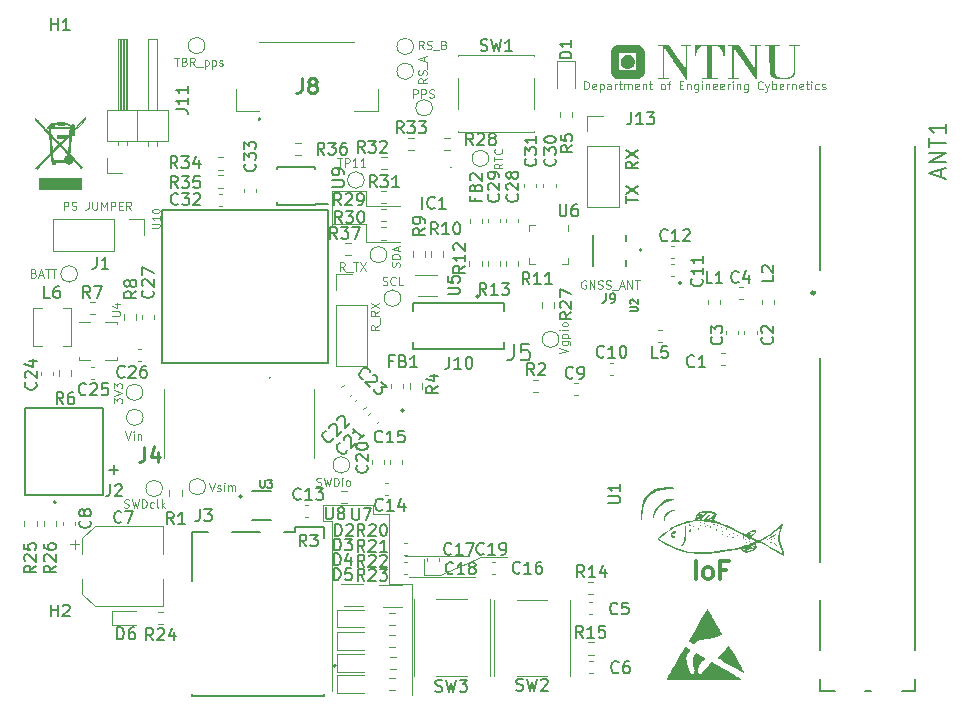
<source format=gto>
G04 #@! TF.GenerationSoftware,KiCad,Pcbnew,7.0.9*
G04 #@! TF.CreationDate,2024-02-03T12:04:45+01:00*
G04 #@! TF.ProjectId,FishIoT,46697368-496f-4542-9e6b-696361645f70,rev?*
G04 #@! TF.SameCoordinates,Original*
G04 #@! TF.FileFunction,Legend,Top*
G04 #@! TF.FilePolarity,Positive*
%FSLAX46Y46*%
G04 Gerber Fmt 4.6, Leading zero omitted, Abs format (unit mm)*
G04 Created by KiCad (PCBNEW 7.0.9) date 2024-02-03 12:04:45*
%MOMM*%
%LPD*%
G01*
G04 APERTURE LIST*
%ADD10C,0.100000*%
%ADD11C,0.200000*%
%ADD12C,0.300000*%
%ADD13C,0.150000*%
%ADD14C,0.120000*%
%ADD15C,0.101600*%
%ADD16C,0.254000*%
%ADD17C,0.110000*%
%ADD18C,0.127000*%
%ADD19C,0.010000*%
G04 APERTURE END LIST*
D10*
X202285600Y-100533200D02*
X196869800Y-100533200D01*
X189865000Y-96215200D02*
X194157600Y-96215200D01*
X193548000Y-69596000D02*
X193548000Y-70891400D01*
X193548000Y-70891400D02*
X196418200Y-70891400D01*
X189890400Y-97586800D02*
X190652400Y-97586800D01*
X194157600Y-96926400D02*
X194157600Y-96215200D01*
X194157600Y-96926400D02*
X195478400Y-96926400D01*
X189890400Y-96215200D02*
X189890400Y-97586800D01*
X205517000Y-100584000D02*
X203301600Y-100584000D01*
X202800000Y-102300000D02*
X197150000Y-102300000D01*
X190677800Y-69596000D02*
X190677800Y-72466200D01*
X197459600Y-112268000D02*
X197459600Y-102870000D01*
X195478400Y-102870000D02*
X197459600Y-102870000D01*
X199796400Y-102108000D02*
X198475600Y-102108000D01*
X198475600Y-100787200D02*
X198475600Y-102108000D01*
X193573400Y-72466200D02*
X193573400Y-73964800D01*
X199796400Y-102108000D02*
X203301600Y-100584000D01*
X190703200Y-72440800D02*
X193573400Y-72440800D01*
X195478400Y-102844600D02*
X195478400Y-96926400D01*
X190652400Y-97586800D02*
X190652400Y-111912400D01*
X190677800Y-69596000D02*
X193548000Y-69596000D01*
X193573400Y-73964800D02*
X196443600Y-73964800D01*
D11*
X215529219Y-70639183D02*
X215529219Y-70067755D01*
X216529219Y-70353469D02*
X215529219Y-70353469D01*
X215529219Y-69829659D02*
X216529219Y-69162993D01*
X215529219Y-69162993D02*
X216529219Y-69829659D01*
D12*
X221457717Y-102467628D02*
X221457717Y-100967628D01*
X222386289Y-102467628D02*
X222243432Y-102396200D01*
X222243432Y-102396200D02*
X222172003Y-102324771D01*
X222172003Y-102324771D02*
X222100575Y-102181914D01*
X222100575Y-102181914D02*
X222100575Y-101753342D01*
X222100575Y-101753342D02*
X222172003Y-101610485D01*
X222172003Y-101610485D02*
X222243432Y-101539057D01*
X222243432Y-101539057D02*
X222386289Y-101467628D01*
X222386289Y-101467628D02*
X222600575Y-101467628D01*
X222600575Y-101467628D02*
X222743432Y-101539057D01*
X222743432Y-101539057D02*
X222814861Y-101610485D01*
X222814861Y-101610485D02*
X222886289Y-101753342D01*
X222886289Y-101753342D02*
X222886289Y-102181914D01*
X222886289Y-102181914D02*
X222814861Y-102324771D01*
X222814861Y-102324771D02*
X222743432Y-102396200D01*
X222743432Y-102396200D02*
X222600575Y-102467628D01*
X222600575Y-102467628D02*
X222386289Y-102467628D01*
X224029146Y-101681914D02*
X223529146Y-101681914D01*
X223529146Y-102467628D02*
X223529146Y-100967628D01*
X223529146Y-100967628D02*
X224243432Y-100967628D01*
D11*
X216529219Y-67130898D02*
X216053028Y-67464231D01*
X216529219Y-67702326D02*
X215529219Y-67702326D01*
X215529219Y-67702326D02*
X215529219Y-67321374D01*
X215529219Y-67321374D02*
X215576838Y-67226136D01*
X215576838Y-67226136D02*
X215624457Y-67178517D01*
X215624457Y-67178517D02*
X215719695Y-67130898D01*
X215719695Y-67130898D02*
X215862552Y-67130898D01*
X215862552Y-67130898D02*
X215957790Y-67178517D01*
X215957790Y-67178517D02*
X216005409Y-67226136D01*
X216005409Y-67226136D02*
X216053028Y-67321374D01*
X216053028Y-67321374D02*
X216053028Y-67702326D01*
X215529219Y-66797564D02*
X216529219Y-66130898D01*
X215529219Y-66130898D02*
X216529219Y-66797564D01*
D13*
X171786779Y-93214866D02*
X172548684Y-93214866D01*
X172167731Y-93595819D02*
X172167731Y-92833914D01*
D10*
X191731534Y-76362696D02*
X191498201Y-76029363D01*
X191331534Y-76362696D02*
X191331534Y-75662696D01*
X191331534Y-75662696D02*
X191598201Y-75662696D01*
X191598201Y-75662696D02*
X191664868Y-75696029D01*
X191664868Y-75696029D02*
X191698201Y-75729363D01*
X191698201Y-75729363D02*
X191731534Y-75796029D01*
X191731534Y-75796029D02*
X191731534Y-75896029D01*
X191731534Y-75896029D02*
X191698201Y-75962696D01*
X191698201Y-75962696D02*
X191664868Y-75996029D01*
X191664868Y-75996029D02*
X191598201Y-76029363D01*
X191598201Y-76029363D02*
X191331534Y-76029363D01*
X191864868Y-76429363D02*
X192398201Y-76429363D01*
X192464867Y-75662696D02*
X192864867Y-75662696D01*
X192664867Y-76362696D02*
X192664867Y-75662696D01*
X193031534Y-75662696D02*
X193498200Y-76362696D01*
X193498200Y-75662696D02*
X193031534Y-76362696D01*
D14*
X167945613Y-71208093D02*
X167945613Y-70508093D01*
X167945613Y-70508093D02*
X168212280Y-70508093D01*
X168212280Y-70508093D02*
X168278947Y-70541426D01*
X168278947Y-70541426D02*
X168312280Y-70574760D01*
X168312280Y-70574760D02*
X168345613Y-70641426D01*
X168345613Y-70641426D02*
X168345613Y-70741426D01*
X168345613Y-70741426D02*
X168312280Y-70808093D01*
X168312280Y-70808093D02*
X168278947Y-70841426D01*
X168278947Y-70841426D02*
X168212280Y-70874760D01*
X168212280Y-70874760D02*
X167945613Y-70874760D01*
X168612280Y-71174760D02*
X168712280Y-71208093D01*
X168712280Y-71208093D02*
X168878947Y-71208093D01*
X168878947Y-71208093D02*
X168945613Y-71174760D01*
X168945613Y-71174760D02*
X168978947Y-71141426D01*
X168978947Y-71141426D02*
X169012280Y-71074760D01*
X169012280Y-71074760D02*
X169012280Y-71008093D01*
X169012280Y-71008093D02*
X168978947Y-70941426D01*
X168978947Y-70941426D02*
X168945613Y-70908093D01*
X168945613Y-70908093D02*
X168878947Y-70874760D01*
X168878947Y-70874760D02*
X168745613Y-70841426D01*
X168745613Y-70841426D02*
X168678947Y-70808093D01*
X168678947Y-70808093D02*
X168645613Y-70774760D01*
X168645613Y-70774760D02*
X168612280Y-70708093D01*
X168612280Y-70708093D02*
X168612280Y-70641426D01*
X168612280Y-70641426D02*
X168645613Y-70574760D01*
X168645613Y-70574760D02*
X168678947Y-70541426D01*
X168678947Y-70541426D02*
X168745613Y-70508093D01*
X168745613Y-70508093D02*
X168912280Y-70508093D01*
X168912280Y-70508093D02*
X169012280Y-70541426D01*
X170045613Y-70508093D02*
X170045613Y-71008093D01*
X170045613Y-71008093D02*
X170012280Y-71108093D01*
X170012280Y-71108093D02*
X169945613Y-71174760D01*
X169945613Y-71174760D02*
X169845613Y-71208093D01*
X169845613Y-71208093D02*
X169778947Y-71208093D01*
X170378946Y-70508093D02*
X170378946Y-71074760D01*
X170378946Y-71074760D02*
X170412280Y-71141426D01*
X170412280Y-71141426D02*
X170445613Y-71174760D01*
X170445613Y-71174760D02*
X170512280Y-71208093D01*
X170512280Y-71208093D02*
X170645613Y-71208093D01*
X170645613Y-71208093D02*
X170712280Y-71174760D01*
X170712280Y-71174760D02*
X170745613Y-71141426D01*
X170745613Y-71141426D02*
X170778946Y-71074760D01*
X170778946Y-71074760D02*
X170778946Y-70508093D01*
X171112279Y-71208093D02*
X171112279Y-70508093D01*
X171112279Y-70508093D02*
X171345613Y-71008093D01*
X171345613Y-71008093D02*
X171578946Y-70508093D01*
X171578946Y-70508093D02*
X171578946Y-71208093D01*
X171912279Y-71208093D02*
X171912279Y-70508093D01*
X171912279Y-70508093D02*
X172178946Y-70508093D01*
X172178946Y-70508093D02*
X172245613Y-70541426D01*
X172245613Y-70541426D02*
X172278946Y-70574760D01*
X172278946Y-70574760D02*
X172312279Y-70641426D01*
X172312279Y-70641426D02*
X172312279Y-70741426D01*
X172312279Y-70741426D02*
X172278946Y-70808093D01*
X172278946Y-70808093D02*
X172245613Y-70841426D01*
X172245613Y-70841426D02*
X172178946Y-70874760D01*
X172178946Y-70874760D02*
X171912279Y-70874760D01*
X172612279Y-70841426D02*
X172845613Y-70841426D01*
X172945613Y-71208093D02*
X172612279Y-71208093D01*
X172612279Y-71208093D02*
X172612279Y-70508093D01*
X172612279Y-70508093D02*
X172945613Y-70508093D01*
X173645612Y-71208093D02*
X173412279Y-70874760D01*
X173245612Y-71208093D02*
X173245612Y-70508093D01*
X173245612Y-70508093D02*
X173512279Y-70508093D01*
X173512279Y-70508093D02*
X173578946Y-70541426D01*
X173578946Y-70541426D02*
X173612279Y-70574760D01*
X173612279Y-70574760D02*
X173645612Y-70641426D01*
X173645612Y-70641426D02*
X173645612Y-70741426D01*
X173645612Y-70741426D02*
X173612279Y-70808093D01*
X173612279Y-70808093D02*
X173578946Y-70841426D01*
X173578946Y-70841426D02*
X173512279Y-70874760D01*
X173512279Y-70874760D02*
X173245612Y-70874760D01*
D10*
X194624221Y-80997897D02*
X194290888Y-81231230D01*
X194624221Y-81397897D02*
X193924221Y-81397897D01*
X193924221Y-81397897D02*
X193924221Y-81131230D01*
X193924221Y-81131230D02*
X193957554Y-81064564D01*
X193957554Y-81064564D02*
X193990888Y-81031230D01*
X193990888Y-81031230D02*
X194057554Y-80997897D01*
X194057554Y-80997897D02*
X194157554Y-80997897D01*
X194157554Y-80997897D02*
X194224221Y-81031230D01*
X194224221Y-81031230D02*
X194257554Y-81064564D01*
X194257554Y-81064564D02*
X194290888Y-81131230D01*
X194290888Y-81131230D02*
X194290888Y-81397897D01*
X194690888Y-80864564D02*
X194690888Y-80331230D01*
X194624221Y-79764564D02*
X194290888Y-79997897D01*
X194624221Y-80164564D02*
X193924221Y-80164564D01*
X193924221Y-80164564D02*
X193924221Y-79897897D01*
X193924221Y-79897897D02*
X193957554Y-79831231D01*
X193957554Y-79831231D02*
X193990888Y-79797897D01*
X193990888Y-79797897D02*
X194057554Y-79764564D01*
X194057554Y-79764564D02*
X194157554Y-79764564D01*
X194157554Y-79764564D02*
X194224221Y-79797897D01*
X194224221Y-79797897D02*
X194257554Y-79831231D01*
X194257554Y-79831231D02*
X194290888Y-79897897D01*
X194290888Y-79897897D02*
X194290888Y-80164564D01*
X193924221Y-79531231D02*
X194624221Y-79064564D01*
X193924221Y-79064564D02*
X194624221Y-79531231D01*
D14*
X212018357Y-61008093D02*
X212018357Y-60308093D01*
X212018357Y-60308093D02*
X212185024Y-60308093D01*
X212185024Y-60308093D02*
X212285024Y-60341426D01*
X212285024Y-60341426D02*
X212351691Y-60408093D01*
X212351691Y-60408093D02*
X212385024Y-60474760D01*
X212385024Y-60474760D02*
X212418357Y-60608093D01*
X212418357Y-60608093D02*
X212418357Y-60708093D01*
X212418357Y-60708093D02*
X212385024Y-60841426D01*
X212385024Y-60841426D02*
X212351691Y-60908093D01*
X212351691Y-60908093D02*
X212285024Y-60974760D01*
X212285024Y-60974760D02*
X212185024Y-61008093D01*
X212185024Y-61008093D02*
X212018357Y-61008093D01*
X212985024Y-60974760D02*
X212918357Y-61008093D01*
X212918357Y-61008093D02*
X212785024Y-61008093D01*
X212785024Y-61008093D02*
X212718357Y-60974760D01*
X212718357Y-60974760D02*
X212685024Y-60908093D01*
X212685024Y-60908093D02*
X212685024Y-60641426D01*
X212685024Y-60641426D02*
X212718357Y-60574760D01*
X212718357Y-60574760D02*
X212785024Y-60541426D01*
X212785024Y-60541426D02*
X212918357Y-60541426D01*
X212918357Y-60541426D02*
X212985024Y-60574760D01*
X212985024Y-60574760D02*
X213018357Y-60641426D01*
X213018357Y-60641426D02*
X213018357Y-60708093D01*
X213018357Y-60708093D02*
X212685024Y-60774760D01*
X213318357Y-60541426D02*
X213318357Y-61241426D01*
X213318357Y-60574760D02*
X213385024Y-60541426D01*
X213385024Y-60541426D02*
X213518357Y-60541426D01*
X213518357Y-60541426D02*
X213585024Y-60574760D01*
X213585024Y-60574760D02*
X213618357Y-60608093D01*
X213618357Y-60608093D02*
X213651691Y-60674760D01*
X213651691Y-60674760D02*
X213651691Y-60874760D01*
X213651691Y-60874760D02*
X213618357Y-60941426D01*
X213618357Y-60941426D02*
X213585024Y-60974760D01*
X213585024Y-60974760D02*
X213518357Y-61008093D01*
X213518357Y-61008093D02*
X213385024Y-61008093D01*
X213385024Y-61008093D02*
X213318357Y-60974760D01*
X214251690Y-61008093D02*
X214251690Y-60641426D01*
X214251690Y-60641426D02*
X214218357Y-60574760D01*
X214218357Y-60574760D02*
X214151690Y-60541426D01*
X214151690Y-60541426D02*
X214018357Y-60541426D01*
X214018357Y-60541426D02*
X213951690Y-60574760D01*
X214251690Y-60974760D02*
X214185024Y-61008093D01*
X214185024Y-61008093D02*
X214018357Y-61008093D01*
X214018357Y-61008093D02*
X213951690Y-60974760D01*
X213951690Y-60974760D02*
X213918357Y-60908093D01*
X213918357Y-60908093D02*
X213918357Y-60841426D01*
X213918357Y-60841426D02*
X213951690Y-60774760D01*
X213951690Y-60774760D02*
X214018357Y-60741426D01*
X214018357Y-60741426D02*
X214185024Y-60741426D01*
X214185024Y-60741426D02*
X214251690Y-60708093D01*
X214585023Y-61008093D02*
X214585023Y-60541426D01*
X214585023Y-60674760D02*
X214618357Y-60608093D01*
X214618357Y-60608093D02*
X214651690Y-60574760D01*
X214651690Y-60574760D02*
X214718357Y-60541426D01*
X214718357Y-60541426D02*
X214785023Y-60541426D01*
X214918356Y-60541426D02*
X215185023Y-60541426D01*
X215018356Y-60308093D02*
X215018356Y-60908093D01*
X215018356Y-60908093D02*
X215051690Y-60974760D01*
X215051690Y-60974760D02*
X215118356Y-61008093D01*
X215118356Y-61008093D02*
X215185023Y-61008093D01*
X215418356Y-61008093D02*
X215418356Y-60541426D01*
X215418356Y-60608093D02*
X215451690Y-60574760D01*
X215451690Y-60574760D02*
X215518356Y-60541426D01*
X215518356Y-60541426D02*
X215618356Y-60541426D01*
X215618356Y-60541426D02*
X215685023Y-60574760D01*
X215685023Y-60574760D02*
X215718356Y-60641426D01*
X215718356Y-60641426D02*
X215718356Y-61008093D01*
X215718356Y-60641426D02*
X215751690Y-60574760D01*
X215751690Y-60574760D02*
X215818356Y-60541426D01*
X215818356Y-60541426D02*
X215918356Y-60541426D01*
X215918356Y-60541426D02*
X215985023Y-60574760D01*
X215985023Y-60574760D02*
X216018356Y-60641426D01*
X216018356Y-60641426D02*
X216018356Y-61008093D01*
X216618356Y-60974760D02*
X216551689Y-61008093D01*
X216551689Y-61008093D02*
X216418356Y-61008093D01*
X216418356Y-61008093D02*
X216351689Y-60974760D01*
X216351689Y-60974760D02*
X216318356Y-60908093D01*
X216318356Y-60908093D02*
X216318356Y-60641426D01*
X216318356Y-60641426D02*
X216351689Y-60574760D01*
X216351689Y-60574760D02*
X216418356Y-60541426D01*
X216418356Y-60541426D02*
X216551689Y-60541426D01*
X216551689Y-60541426D02*
X216618356Y-60574760D01*
X216618356Y-60574760D02*
X216651689Y-60641426D01*
X216651689Y-60641426D02*
X216651689Y-60708093D01*
X216651689Y-60708093D02*
X216318356Y-60774760D01*
X216951689Y-60541426D02*
X216951689Y-61008093D01*
X216951689Y-60608093D02*
X216985023Y-60574760D01*
X216985023Y-60574760D02*
X217051689Y-60541426D01*
X217051689Y-60541426D02*
X217151689Y-60541426D01*
X217151689Y-60541426D02*
X217218356Y-60574760D01*
X217218356Y-60574760D02*
X217251689Y-60641426D01*
X217251689Y-60641426D02*
X217251689Y-61008093D01*
X217485022Y-60541426D02*
X217751689Y-60541426D01*
X217585022Y-60308093D02*
X217585022Y-60908093D01*
X217585022Y-60908093D02*
X217618356Y-60974760D01*
X217618356Y-60974760D02*
X217685022Y-61008093D01*
X217685022Y-61008093D02*
X217751689Y-61008093D01*
X218618355Y-61008093D02*
X218551689Y-60974760D01*
X218551689Y-60974760D02*
X218518355Y-60941426D01*
X218518355Y-60941426D02*
X218485022Y-60874760D01*
X218485022Y-60874760D02*
X218485022Y-60674760D01*
X218485022Y-60674760D02*
X218518355Y-60608093D01*
X218518355Y-60608093D02*
X218551689Y-60574760D01*
X218551689Y-60574760D02*
X218618355Y-60541426D01*
X218618355Y-60541426D02*
X218718355Y-60541426D01*
X218718355Y-60541426D02*
X218785022Y-60574760D01*
X218785022Y-60574760D02*
X218818355Y-60608093D01*
X218818355Y-60608093D02*
X218851689Y-60674760D01*
X218851689Y-60674760D02*
X218851689Y-60874760D01*
X218851689Y-60874760D02*
X218818355Y-60941426D01*
X218818355Y-60941426D02*
X218785022Y-60974760D01*
X218785022Y-60974760D02*
X218718355Y-61008093D01*
X218718355Y-61008093D02*
X218618355Y-61008093D01*
X219051688Y-60541426D02*
X219318355Y-60541426D01*
X219151688Y-61008093D02*
X219151688Y-60408093D01*
X219151688Y-60408093D02*
X219185022Y-60341426D01*
X219185022Y-60341426D02*
X219251688Y-60308093D01*
X219251688Y-60308093D02*
X219318355Y-60308093D01*
X220085021Y-60641426D02*
X220318355Y-60641426D01*
X220418355Y-61008093D02*
X220085021Y-61008093D01*
X220085021Y-61008093D02*
X220085021Y-60308093D01*
X220085021Y-60308093D02*
X220418355Y-60308093D01*
X220718354Y-60541426D02*
X220718354Y-61008093D01*
X220718354Y-60608093D02*
X220751688Y-60574760D01*
X220751688Y-60574760D02*
X220818354Y-60541426D01*
X220818354Y-60541426D02*
X220918354Y-60541426D01*
X220918354Y-60541426D02*
X220985021Y-60574760D01*
X220985021Y-60574760D02*
X221018354Y-60641426D01*
X221018354Y-60641426D02*
X221018354Y-61008093D01*
X221651687Y-60541426D02*
X221651687Y-61108093D01*
X221651687Y-61108093D02*
X221618354Y-61174760D01*
X221618354Y-61174760D02*
X221585021Y-61208093D01*
X221585021Y-61208093D02*
X221518354Y-61241426D01*
X221518354Y-61241426D02*
X221418354Y-61241426D01*
X221418354Y-61241426D02*
X221351687Y-61208093D01*
X221651687Y-60974760D02*
X221585021Y-61008093D01*
X221585021Y-61008093D02*
X221451687Y-61008093D01*
X221451687Y-61008093D02*
X221385021Y-60974760D01*
X221385021Y-60974760D02*
X221351687Y-60941426D01*
X221351687Y-60941426D02*
X221318354Y-60874760D01*
X221318354Y-60874760D02*
X221318354Y-60674760D01*
X221318354Y-60674760D02*
X221351687Y-60608093D01*
X221351687Y-60608093D02*
X221385021Y-60574760D01*
X221385021Y-60574760D02*
X221451687Y-60541426D01*
X221451687Y-60541426D02*
X221585021Y-60541426D01*
X221585021Y-60541426D02*
X221651687Y-60574760D01*
X221985020Y-61008093D02*
X221985020Y-60541426D01*
X221985020Y-60308093D02*
X221951687Y-60341426D01*
X221951687Y-60341426D02*
X221985020Y-60374760D01*
X221985020Y-60374760D02*
X222018354Y-60341426D01*
X222018354Y-60341426D02*
X221985020Y-60308093D01*
X221985020Y-60308093D02*
X221985020Y-60374760D01*
X222318353Y-60541426D02*
X222318353Y-61008093D01*
X222318353Y-60608093D02*
X222351687Y-60574760D01*
X222351687Y-60574760D02*
X222418353Y-60541426D01*
X222418353Y-60541426D02*
X222518353Y-60541426D01*
X222518353Y-60541426D02*
X222585020Y-60574760D01*
X222585020Y-60574760D02*
X222618353Y-60641426D01*
X222618353Y-60641426D02*
X222618353Y-61008093D01*
X223218353Y-60974760D02*
X223151686Y-61008093D01*
X223151686Y-61008093D02*
X223018353Y-61008093D01*
X223018353Y-61008093D02*
X222951686Y-60974760D01*
X222951686Y-60974760D02*
X222918353Y-60908093D01*
X222918353Y-60908093D02*
X222918353Y-60641426D01*
X222918353Y-60641426D02*
X222951686Y-60574760D01*
X222951686Y-60574760D02*
X223018353Y-60541426D01*
X223018353Y-60541426D02*
X223151686Y-60541426D01*
X223151686Y-60541426D02*
X223218353Y-60574760D01*
X223218353Y-60574760D02*
X223251686Y-60641426D01*
X223251686Y-60641426D02*
X223251686Y-60708093D01*
X223251686Y-60708093D02*
X222918353Y-60774760D01*
X223818353Y-60974760D02*
X223751686Y-61008093D01*
X223751686Y-61008093D02*
X223618353Y-61008093D01*
X223618353Y-61008093D02*
X223551686Y-60974760D01*
X223551686Y-60974760D02*
X223518353Y-60908093D01*
X223518353Y-60908093D02*
X223518353Y-60641426D01*
X223518353Y-60641426D02*
X223551686Y-60574760D01*
X223551686Y-60574760D02*
X223618353Y-60541426D01*
X223618353Y-60541426D02*
X223751686Y-60541426D01*
X223751686Y-60541426D02*
X223818353Y-60574760D01*
X223818353Y-60574760D02*
X223851686Y-60641426D01*
X223851686Y-60641426D02*
X223851686Y-60708093D01*
X223851686Y-60708093D02*
X223518353Y-60774760D01*
X224151686Y-61008093D02*
X224151686Y-60541426D01*
X224151686Y-60674760D02*
X224185020Y-60608093D01*
X224185020Y-60608093D02*
X224218353Y-60574760D01*
X224218353Y-60574760D02*
X224285020Y-60541426D01*
X224285020Y-60541426D02*
X224351686Y-60541426D01*
X224585019Y-61008093D02*
X224585019Y-60541426D01*
X224585019Y-60308093D02*
X224551686Y-60341426D01*
X224551686Y-60341426D02*
X224585019Y-60374760D01*
X224585019Y-60374760D02*
X224618353Y-60341426D01*
X224618353Y-60341426D02*
X224585019Y-60308093D01*
X224585019Y-60308093D02*
X224585019Y-60374760D01*
X224918352Y-60541426D02*
X224918352Y-61008093D01*
X224918352Y-60608093D02*
X224951686Y-60574760D01*
X224951686Y-60574760D02*
X225018352Y-60541426D01*
X225018352Y-60541426D02*
X225118352Y-60541426D01*
X225118352Y-60541426D02*
X225185019Y-60574760D01*
X225185019Y-60574760D02*
X225218352Y-60641426D01*
X225218352Y-60641426D02*
X225218352Y-61008093D01*
X225851685Y-60541426D02*
X225851685Y-61108093D01*
X225851685Y-61108093D02*
X225818352Y-61174760D01*
X225818352Y-61174760D02*
X225785019Y-61208093D01*
X225785019Y-61208093D02*
X225718352Y-61241426D01*
X225718352Y-61241426D02*
X225618352Y-61241426D01*
X225618352Y-61241426D02*
X225551685Y-61208093D01*
X225851685Y-60974760D02*
X225785019Y-61008093D01*
X225785019Y-61008093D02*
X225651685Y-61008093D01*
X225651685Y-61008093D02*
X225585019Y-60974760D01*
X225585019Y-60974760D02*
X225551685Y-60941426D01*
X225551685Y-60941426D02*
X225518352Y-60874760D01*
X225518352Y-60874760D02*
X225518352Y-60674760D01*
X225518352Y-60674760D02*
X225551685Y-60608093D01*
X225551685Y-60608093D02*
X225585019Y-60574760D01*
X225585019Y-60574760D02*
X225651685Y-60541426D01*
X225651685Y-60541426D02*
X225785019Y-60541426D01*
X225785019Y-60541426D02*
X225851685Y-60574760D01*
X227118351Y-60941426D02*
X227085018Y-60974760D01*
X227085018Y-60974760D02*
X226985018Y-61008093D01*
X226985018Y-61008093D02*
X226918351Y-61008093D01*
X226918351Y-61008093D02*
X226818351Y-60974760D01*
X226818351Y-60974760D02*
X226751685Y-60908093D01*
X226751685Y-60908093D02*
X226718351Y-60841426D01*
X226718351Y-60841426D02*
X226685018Y-60708093D01*
X226685018Y-60708093D02*
X226685018Y-60608093D01*
X226685018Y-60608093D02*
X226718351Y-60474760D01*
X226718351Y-60474760D02*
X226751685Y-60408093D01*
X226751685Y-60408093D02*
X226818351Y-60341426D01*
X226818351Y-60341426D02*
X226918351Y-60308093D01*
X226918351Y-60308093D02*
X226985018Y-60308093D01*
X226985018Y-60308093D02*
X227085018Y-60341426D01*
X227085018Y-60341426D02*
X227118351Y-60374760D01*
X227351685Y-60541426D02*
X227518351Y-61008093D01*
X227685018Y-60541426D02*
X227518351Y-61008093D01*
X227518351Y-61008093D02*
X227451685Y-61174760D01*
X227451685Y-61174760D02*
X227418351Y-61208093D01*
X227418351Y-61208093D02*
X227351685Y-61241426D01*
X227951684Y-61008093D02*
X227951684Y-60308093D01*
X227951684Y-60574760D02*
X228018351Y-60541426D01*
X228018351Y-60541426D02*
X228151684Y-60541426D01*
X228151684Y-60541426D02*
X228218351Y-60574760D01*
X228218351Y-60574760D02*
X228251684Y-60608093D01*
X228251684Y-60608093D02*
X228285018Y-60674760D01*
X228285018Y-60674760D02*
X228285018Y-60874760D01*
X228285018Y-60874760D02*
X228251684Y-60941426D01*
X228251684Y-60941426D02*
X228218351Y-60974760D01*
X228218351Y-60974760D02*
X228151684Y-61008093D01*
X228151684Y-61008093D02*
X228018351Y-61008093D01*
X228018351Y-61008093D02*
X227951684Y-60974760D01*
X228851684Y-60974760D02*
X228785017Y-61008093D01*
X228785017Y-61008093D02*
X228651684Y-61008093D01*
X228651684Y-61008093D02*
X228585017Y-60974760D01*
X228585017Y-60974760D02*
X228551684Y-60908093D01*
X228551684Y-60908093D02*
X228551684Y-60641426D01*
X228551684Y-60641426D02*
X228585017Y-60574760D01*
X228585017Y-60574760D02*
X228651684Y-60541426D01*
X228651684Y-60541426D02*
X228785017Y-60541426D01*
X228785017Y-60541426D02*
X228851684Y-60574760D01*
X228851684Y-60574760D02*
X228885017Y-60641426D01*
X228885017Y-60641426D02*
X228885017Y-60708093D01*
X228885017Y-60708093D02*
X228551684Y-60774760D01*
X229185017Y-61008093D02*
X229185017Y-60541426D01*
X229185017Y-60674760D02*
X229218351Y-60608093D01*
X229218351Y-60608093D02*
X229251684Y-60574760D01*
X229251684Y-60574760D02*
X229318351Y-60541426D01*
X229318351Y-60541426D02*
X229385017Y-60541426D01*
X229618350Y-60541426D02*
X229618350Y-61008093D01*
X229618350Y-60608093D02*
X229651684Y-60574760D01*
X229651684Y-60574760D02*
X229718350Y-60541426D01*
X229718350Y-60541426D02*
X229818350Y-60541426D01*
X229818350Y-60541426D02*
X229885017Y-60574760D01*
X229885017Y-60574760D02*
X229918350Y-60641426D01*
X229918350Y-60641426D02*
X229918350Y-61008093D01*
X230518350Y-60974760D02*
X230451683Y-61008093D01*
X230451683Y-61008093D02*
X230318350Y-61008093D01*
X230318350Y-61008093D02*
X230251683Y-60974760D01*
X230251683Y-60974760D02*
X230218350Y-60908093D01*
X230218350Y-60908093D02*
X230218350Y-60641426D01*
X230218350Y-60641426D02*
X230251683Y-60574760D01*
X230251683Y-60574760D02*
X230318350Y-60541426D01*
X230318350Y-60541426D02*
X230451683Y-60541426D01*
X230451683Y-60541426D02*
X230518350Y-60574760D01*
X230518350Y-60574760D02*
X230551683Y-60641426D01*
X230551683Y-60641426D02*
X230551683Y-60708093D01*
X230551683Y-60708093D02*
X230218350Y-60774760D01*
X230751683Y-60541426D02*
X231018350Y-60541426D01*
X230851683Y-60308093D02*
X230851683Y-60908093D01*
X230851683Y-60908093D02*
X230885017Y-60974760D01*
X230885017Y-60974760D02*
X230951683Y-61008093D01*
X230951683Y-61008093D02*
X231018350Y-61008093D01*
X231251683Y-61008093D02*
X231251683Y-60541426D01*
X231251683Y-60308093D02*
X231218350Y-60341426D01*
X231218350Y-60341426D02*
X231251683Y-60374760D01*
X231251683Y-60374760D02*
X231285017Y-60341426D01*
X231285017Y-60341426D02*
X231251683Y-60308093D01*
X231251683Y-60308093D02*
X231251683Y-60374760D01*
X231885016Y-60974760D02*
X231818350Y-61008093D01*
X231818350Y-61008093D02*
X231685016Y-61008093D01*
X231685016Y-61008093D02*
X231618350Y-60974760D01*
X231618350Y-60974760D02*
X231585016Y-60941426D01*
X231585016Y-60941426D02*
X231551683Y-60874760D01*
X231551683Y-60874760D02*
X231551683Y-60674760D01*
X231551683Y-60674760D02*
X231585016Y-60608093D01*
X231585016Y-60608093D02*
X231618350Y-60574760D01*
X231618350Y-60574760D02*
X231685016Y-60541426D01*
X231685016Y-60541426D02*
X231818350Y-60541426D01*
X231818350Y-60541426D02*
X231885016Y-60574760D01*
X232151683Y-60974760D02*
X232218350Y-61008093D01*
X232218350Y-61008093D02*
X232351683Y-61008093D01*
X232351683Y-61008093D02*
X232418350Y-60974760D01*
X232418350Y-60974760D02*
X232451683Y-60908093D01*
X232451683Y-60908093D02*
X232451683Y-60874760D01*
X232451683Y-60874760D02*
X232418350Y-60808093D01*
X232418350Y-60808093D02*
X232351683Y-60774760D01*
X232351683Y-60774760D02*
X232251683Y-60774760D01*
X232251683Y-60774760D02*
X232185016Y-60741426D01*
X232185016Y-60741426D02*
X232151683Y-60674760D01*
X232151683Y-60674760D02*
X232151683Y-60641426D01*
X232151683Y-60641426D02*
X232185016Y-60574760D01*
X232185016Y-60574760D02*
X232251683Y-60541426D01*
X232251683Y-60541426D02*
X232351683Y-60541426D01*
X232351683Y-60541426D02*
X232418350Y-60574760D01*
X212143480Y-77219426D02*
X212076813Y-77186093D01*
X212076813Y-77186093D02*
X211976813Y-77186093D01*
X211976813Y-77186093D02*
X211876813Y-77219426D01*
X211876813Y-77219426D02*
X211810147Y-77286093D01*
X211810147Y-77286093D02*
X211776813Y-77352760D01*
X211776813Y-77352760D02*
X211743480Y-77486093D01*
X211743480Y-77486093D02*
X211743480Y-77586093D01*
X211743480Y-77586093D02*
X211776813Y-77719426D01*
X211776813Y-77719426D02*
X211810147Y-77786093D01*
X211810147Y-77786093D02*
X211876813Y-77852760D01*
X211876813Y-77852760D02*
X211976813Y-77886093D01*
X211976813Y-77886093D02*
X212043480Y-77886093D01*
X212043480Y-77886093D02*
X212143480Y-77852760D01*
X212143480Y-77852760D02*
X212176813Y-77819426D01*
X212176813Y-77819426D02*
X212176813Y-77586093D01*
X212176813Y-77586093D02*
X212043480Y-77586093D01*
X212476813Y-77886093D02*
X212476813Y-77186093D01*
X212476813Y-77186093D02*
X212876813Y-77886093D01*
X212876813Y-77886093D02*
X212876813Y-77186093D01*
X213176813Y-77852760D02*
X213276813Y-77886093D01*
X213276813Y-77886093D02*
X213443480Y-77886093D01*
X213443480Y-77886093D02*
X213510146Y-77852760D01*
X213510146Y-77852760D02*
X213543480Y-77819426D01*
X213543480Y-77819426D02*
X213576813Y-77752760D01*
X213576813Y-77752760D02*
X213576813Y-77686093D01*
X213576813Y-77686093D02*
X213543480Y-77619426D01*
X213543480Y-77619426D02*
X213510146Y-77586093D01*
X213510146Y-77586093D02*
X213443480Y-77552760D01*
X213443480Y-77552760D02*
X213310146Y-77519426D01*
X213310146Y-77519426D02*
X213243480Y-77486093D01*
X213243480Y-77486093D02*
X213210146Y-77452760D01*
X213210146Y-77452760D02*
X213176813Y-77386093D01*
X213176813Y-77386093D02*
X213176813Y-77319426D01*
X213176813Y-77319426D02*
X213210146Y-77252760D01*
X213210146Y-77252760D02*
X213243480Y-77219426D01*
X213243480Y-77219426D02*
X213310146Y-77186093D01*
X213310146Y-77186093D02*
X213476813Y-77186093D01*
X213476813Y-77186093D02*
X213576813Y-77219426D01*
X213843480Y-77852760D02*
X213943480Y-77886093D01*
X213943480Y-77886093D02*
X214110147Y-77886093D01*
X214110147Y-77886093D02*
X214176813Y-77852760D01*
X214176813Y-77852760D02*
X214210147Y-77819426D01*
X214210147Y-77819426D02*
X214243480Y-77752760D01*
X214243480Y-77752760D02*
X214243480Y-77686093D01*
X214243480Y-77686093D02*
X214210147Y-77619426D01*
X214210147Y-77619426D02*
X214176813Y-77586093D01*
X214176813Y-77586093D02*
X214110147Y-77552760D01*
X214110147Y-77552760D02*
X213976813Y-77519426D01*
X213976813Y-77519426D02*
X213910147Y-77486093D01*
X213910147Y-77486093D02*
X213876813Y-77452760D01*
X213876813Y-77452760D02*
X213843480Y-77386093D01*
X213843480Y-77386093D02*
X213843480Y-77319426D01*
X213843480Y-77319426D02*
X213876813Y-77252760D01*
X213876813Y-77252760D02*
X213910147Y-77219426D01*
X213910147Y-77219426D02*
X213976813Y-77186093D01*
X213976813Y-77186093D02*
X214143480Y-77186093D01*
X214143480Y-77186093D02*
X214243480Y-77219426D01*
X214376814Y-77952760D02*
X214910147Y-77952760D01*
X215043480Y-77686093D02*
X215376813Y-77686093D01*
X214976813Y-77886093D02*
X215210147Y-77186093D01*
X215210147Y-77186093D02*
X215443480Y-77886093D01*
X215676813Y-77886093D02*
X215676813Y-77186093D01*
X215676813Y-77186093D02*
X216076813Y-77886093D01*
X216076813Y-77886093D02*
X216076813Y-77186093D01*
X216310146Y-77186093D02*
X216710146Y-77186093D01*
X216510146Y-77886093D02*
X216510146Y-77186093D01*
D13*
X172825733Y-97616180D02*
X172778114Y-97663800D01*
X172778114Y-97663800D02*
X172635257Y-97711419D01*
X172635257Y-97711419D02*
X172540019Y-97711419D01*
X172540019Y-97711419D02*
X172397162Y-97663800D01*
X172397162Y-97663800D02*
X172301924Y-97568561D01*
X172301924Y-97568561D02*
X172254305Y-97473323D01*
X172254305Y-97473323D02*
X172206686Y-97282847D01*
X172206686Y-97282847D02*
X172206686Y-97139990D01*
X172206686Y-97139990D02*
X172254305Y-96949514D01*
X172254305Y-96949514D02*
X172301924Y-96854276D01*
X172301924Y-96854276D02*
X172397162Y-96759038D01*
X172397162Y-96759038D02*
X172540019Y-96711419D01*
X172540019Y-96711419D02*
X172635257Y-96711419D01*
X172635257Y-96711419D02*
X172778114Y-96759038D01*
X172778114Y-96759038D02*
X172825733Y-96806657D01*
X173159067Y-96711419D02*
X173825733Y-96711419D01*
X173825733Y-96711419D02*
X173397162Y-97711419D01*
X206035333Y-82551866D02*
X206035333Y-83551866D01*
X206035333Y-83551866D02*
X205968666Y-83751866D01*
X205968666Y-83751866D02*
X205835333Y-83885200D01*
X205835333Y-83885200D02*
X205635333Y-83951866D01*
X205635333Y-83951866D02*
X205502000Y-83951866D01*
X207368667Y-82551866D02*
X206702000Y-82551866D01*
X206702000Y-82551866D02*
X206635333Y-83218533D01*
X206635333Y-83218533D02*
X206702000Y-83151866D01*
X206702000Y-83151866D02*
X206835333Y-83085200D01*
X206835333Y-83085200D02*
X207168667Y-83085200D01*
X207168667Y-83085200D02*
X207302000Y-83151866D01*
X207302000Y-83151866D02*
X207368667Y-83218533D01*
X207368667Y-83218533D02*
X207435333Y-83351866D01*
X207435333Y-83351866D02*
X207435333Y-83685200D01*
X207435333Y-83685200D02*
X207368667Y-83818533D01*
X207368667Y-83818533D02*
X207302000Y-83885200D01*
X207302000Y-83885200D02*
X207168667Y-83951866D01*
X207168667Y-83951866D02*
X206835333Y-83951866D01*
X206835333Y-83951866D02*
X206702000Y-83885200D01*
X206702000Y-83885200D02*
X206635333Y-83818533D01*
X190848418Y-100045078D02*
X190848418Y-99045078D01*
X190848418Y-99045078D02*
X191086513Y-99045078D01*
X191086513Y-99045078D02*
X191229370Y-99092697D01*
X191229370Y-99092697D02*
X191324608Y-99187935D01*
X191324608Y-99187935D02*
X191372227Y-99283173D01*
X191372227Y-99283173D02*
X191419846Y-99473649D01*
X191419846Y-99473649D02*
X191419846Y-99616506D01*
X191419846Y-99616506D02*
X191372227Y-99806982D01*
X191372227Y-99806982D02*
X191324608Y-99902220D01*
X191324608Y-99902220D02*
X191229370Y-99997459D01*
X191229370Y-99997459D02*
X191086513Y-100045078D01*
X191086513Y-100045078D02*
X190848418Y-100045078D01*
X191753180Y-99045078D02*
X192372227Y-99045078D01*
X192372227Y-99045078D02*
X192038894Y-99426030D01*
X192038894Y-99426030D02*
X192181751Y-99426030D01*
X192181751Y-99426030D02*
X192276989Y-99473649D01*
X192276989Y-99473649D02*
X192324608Y-99521268D01*
X192324608Y-99521268D02*
X192372227Y-99616506D01*
X192372227Y-99616506D02*
X192372227Y-99854601D01*
X192372227Y-99854601D02*
X192324608Y-99949839D01*
X192324608Y-99949839D02*
X192276989Y-99997459D01*
X192276989Y-99997459D02*
X192181751Y-100045078D01*
X192181751Y-100045078D02*
X191896037Y-100045078D01*
X191896037Y-100045078D02*
X191800799Y-99997459D01*
X191800799Y-99997459D02*
X191753180Y-99949839D01*
X165561180Y-85809057D02*
X165608800Y-85856676D01*
X165608800Y-85856676D02*
X165656419Y-85999533D01*
X165656419Y-85999533D02*
X165656419Y-86094771D01*
X165656419Y-86094771D02*
X165608800Y-86237628D01*
X165608800Y-86237628D02*
X165513561Y-86332866D01*
X165513561Y-86332866D02*
X165418323Y-86380485D01*
X165418323Y-86380485D02*
X165227847Y-86428104D01*
X165227847Y-86428104D02*
X165084990Y-86428104D01*
X165084990Y-86428104D02*
X164894514Y-86380485D01*
X164894514Y-86380485D02*
X164799276Y-86332866D01*
X164799276Y-86332866D02*
X164704038Y-86237628D01*
X164704038Y-86237628D02*
X164656419Y-86094771D01*
X164656419Y-86094771D02*
X164656419Y-85999533D01*
X164656419Y-85999533D02*
X164704038Y-85856676D01*
X164704038Y-85856676D02*
X164751657Y-85809057D01*
X164751657Y-85428104D02*
X164704038Y-85380485D01*
X164704038Y-85380485D02*
X164656419Y-85285247D01*
X164656419Y-85285247D02*
X164656419Y-85047152D01*
X164656419Y-85047152D02*
X164704038Y-84951914D01*
X164704038Y-84951914D02*
X164751657Y-84904295D01*
X164751657Y-84904295D02*
X164846895Y-84856676D01*
X164846895Y-84856676D02*
X164942133Y-84856676D01*
X164942133Y-84856676D02*
X165084990Y-84904295D01*
X165084990Y-84904295D02*
X165656419Y-85475723D01*
X165656419Y-85475723D02*
X165656419Y-84856676D01*
X164989752Y-83999533D02*
X165656419Y-83999533D01*
X164608800Y-84237628D02*
X165323085Y-84475723D01*
X165323085Y-84475723D02*
X165323085Y-83856676D01*
X200590476Y-83654819D02*
X200590476Y-84369104D01*
X200590476Y-84369104D02*
X200542857Y-84511961D01*
X200542857Y-84511961D02*
X200447619Y-84607200D01*
X200447619Y-84607200D02*
X200304762Y-84654819D01*
X200304762Y-84654819D02*
X200209524Y-84654819D01*
X201590476Y-84654819D02*
X201019048Y-84654819D01*
X201304762Y-84654819D02*
X201304762Y-83654819D01*
X201304762Y-83654819D02*
X201209524Y-83797676D01*
X201209524Y-83797676D02*
X201114286Y-83892914D01*
X201114286Y-83892914D02*
X201019048Y-83940533D01*
X202209524Y-83654819D02*
X202304762Y-83654819D01*
X202304762Y-83654819D02*
X202400000Y-83702438D01*
X202400000Y-83702438D02*
X202447619Y-83750057D01*
X202447619Y-83750057D02*
X202495238Y-83845295D01*
X202495238Y-83845295D02*
X202542857Y-84035771D01*
X202542857Y-84035771D02*
X202542857Y-84273866D01*
X202542857Y-84273866D02*
X202495238Y-84464342D01*
X202495238Y-84464342D02*
X202447619Y-84559580D01*
X202447619Y-84559580D02*
X202400000Y-84607200D01*
X202400000Y-84607200D02*
X202304762Y-84654819D01*
X202304762Y-84654819D02*
X202209524Y-84654819D01*
X202209524Y-84654819D02*
X202114286Y-84607200D01*
X202114286Y-84607200D02*
X202066667Y-84559580D01*
X202066667Y-84559580D02*
X202019048Y-84464342D01*
X202019048Y-84464342D02*
X201971429Y-84273866D01*
X201971429Y-84273866D02*
X201971429Y-84035771D01*
X201971429Y-84035771D02*
X202019048Y-83845295D01*
X202019048Y-83845295D02*
X202066667Y-83750057D01*
X202066667Y-83750057D02*
X202114286Y-83702438D01*
X202114286Y-83702438D02*
X202209524Y-83654819D01*
X214920533Y-110341580D02*
X214872914Y-110389200D01*
X214872914Y-110389200D02*
X214730057Y-110436819D01*
X214730057Y-110436819D02*
X214634819Y-110436819D01*
X214634819Y-110436819D02*
X214491962Y-110389200D01*
X214491962Y-110389200D02*
X214396724Y-110293961D01*
X214396724Y-110293961D02*
X214349105Y-110198723D01*
X214349105Y-110198723D02*
X214301486Y-110008247D01*
X214301486Y-110008247D02*
X214301486Y-109865390D01*
X214301486Y-109865390D02*
X214349105Y-109674914D01*
X214349105Y-109674914D02*
X214396724Y-109579676D01*
X214396724Y-109579676D02*
X214491962Y-109484438D01*
X214491962Y-109484438D02*
X214634819Y-109436819D01*
X214634819Y-109436819D02*
X214730057Y-109436819D01*
X214730057Y-109436819D02*
X214872914Y-109484438D01*
X214872914Y-109484438D02*
X214920533Y-109532057D01*
X215777676Y-109436819D02*
X215587200Y-109436819D01*
X215587200Y-109436819D02*
X215491962Y-109484438D01*
X215491962Y-109484438D02*
X215444343Y-109532057D01*
X215444343Y-109532057D02*
X215349105Y-109674914D01*
X215349105Y-109674914D02*
X215301486Y-109865390D01*
X215301486Y-109865390D02*
X215301486Y-110246342D01*
X215301486Y-110246342D02*
X215349105Y-110341580D01*
X215349105Y-110341580D02*
X215396724Y-110389200D01*
X215396724Y-110389200D02*
X215491962Y-110436819D01*
X215491962Y-110436819D02*
X215682438Y-110436819D01*
X215682438Y-110436819D02*
X215777676Y-110389200D01*
X215777676Y-110389200D02*
X215825295Y-110341580D01*
X215825295Y-110341580D02*
X215872914Y-110246342D01*
X215872914Y-110246342D02*
X215872914Y-110008247D01*
X215872914Y-110008247D02*
X215825295Y-109913009D01*
X215825295Y-109913009D02*
X215777676Y-109865390D01*
X215777676Y-109865390D02*
X215682438Y-109817771D01*
X215682438Y-109817771D02*
X215491962Y-109817771D01*
X215491962Y-109817771D02*
X215396724Y-109865390D01*
X215396724Y-109865390D02*
X215349105Y-109913009D01*
X215349105Y-109913009D02*
X215301486Y-110008247D01*
X207767800Y-85178452D02*
X207434467Y-84702261D01*
X207196372Y-85178452D02*
X207196372Y-84178452D01*
X207196372Y-84178452D02*
X207577324Y-84178452D01*
X207577324Y-84178452D02*
X207672562Y-84226071D01*
X207672562Y-84226071D02*
X207720181Y-84273690D01*
X207720181Y-84273690D02*
X207767800Y-84368928D01*
X207767800Y-84368928D02*
X207767800Y-84511785D01*
X207767800Y-84511785D02*
X207720181Y-84607023D01*
X207720181Y-84607023D02*
X207672562Y-84654642D01*
X207672562Y-84654642D02*
X207577324Y-84702261D01*
X207577324Y-84702261D02*
X207196372Y-84702261D01*
X208148753Y-84273690D02*
X208196372Y-84226071D01*
X208196372Y-84226071D02*
X208291610Y-84178452D01*
X208291610Y-84178452D02*
X208529705Y-84178452D01*
X208529705Y-84178452D02*
X208624943Y-84226071D01*
X208624943Y-84226071D02*
X208672562Y-84273690D01*
X208672562Y-84273690D02*
X208720181Y-84368928D01*
X208720181Y-84368928D02*
X208720181Y-84464166D01*
X208720181Y-84464166D02*
X208672562Y-84607023D01*
X208672562Y-84607023D02*
X208101134Y-85178452D01*
X208101134Y-85178452D02*
X208720181Y-85178452D01*
X177252333Y-97813019D02*
X176919000Y-97336828D01*
X176680905Y-97813019D02*
X176680905Y-96813019D01*
X176680905Y-96813019D02*
X177061857Y-96813019D01*
X177061857Y-96813019D02*
X177157095Y-96860638D01*
X177157095Y-96860638D02*
X177204714Y-96908257D01*
X177204714Y-96908257D02*
X177252333Y-97003495D01*
X177252333Y-97003495D02*
X177252333Y-97146352D01*
X177252333Y-97146352D02*
X177204714Y-97241590D01*
X177204714Y-97241590D02*
X177157095Y-97289209D01*
X177157095Y-97289209D02*
X177061857Y-97336828D01*
X177061857Y-97336828D02*
X176680905Y-97336828D01*
X178204714Y-97813019D02*
X177633286Y-97813019D01*
X177919000Y-97813019D02*
X177919000Y-96813019D01*
X177919000Y-96813019D02*
X177823762Y-96955876D01*
X177823762Y-96955876D02*
X177728524Y-97051114D01*
X177728524Y-97051114D02*
X177633286Y-97098733D01*
D14*
X189322267Y-94555860D02*
X189422267Y-94589193D01*
X189422267Y-94589193D02*
X189588934Y-94589193D01*
X189588934Y-94589193D02*
X189655600Y-94555860D01*
X189655600Y-94555860D02*
X189688934Y-94522526D01*
X189688934Y-94522526D02*
X189722267Y-94455860D01*
X189722267Y-94455860D02*
X189722267Y-94389193D01*
X189722267Y-94389193D02*
X189688934Y-94322526D01*
X189688934Y-94322526D02*
X189655600Y-94289193D01*
X189655600Y-94289193D02*
X189588934Y-94255860D01*
X189588934Y-94255860D02*
X189455600Y-94222526D01*
X189455600Y-94222526D02*
X189388934Y-94189193D01*
X189388934Y-94189193D02*
X189355600Y-94155860D01*
X189355600Y-94155860D02*
X189322267Y-94089193D01*
X189322267Y-94089193D02*
X189322267Y-94022526D01*
X189322267Y-94022526D02*
X189355600Y-93955860D01*
X189355600Y-93955860D02*
X189388934Y-93922526D01*
X189388934Y-93922526D02*
X189455600Y-93889193D01*
X189455600Y-93889193D02*
X189622267Y-93889193D01*
X189622267Y-93889193D02*
X189722267Y-93922526D01*
X189955601Y-93889193D02*
X190122267Y-94589193D01*
X190122267Y-94589193D02*
X190255601Y-94089193D01*
X190255601Y-94089193D02*
X190388934Y-94589193D01*
X190388934Y-94589193D02*
X190555601Y-93889193D01*
X190822267Y-94589193D02*
X190822267Y-93889193D01*
X190822267Y-93889193D02*
X190988934Y-93889193D01*
X190988934Y-93889193D02*
X191088934Y-93922526D01*
X191088934Y-93922526D02*
X191155601Y-93989193D01*
X191155601Y-93989193D02*
X191188934Y-94055860D01*
X191188934Y-94055860D02*
X191222267Y-94189193D01*
X191222267Y-94189193D02*
X191222267Y-94289193D01*
X191222267Y-94289193D02*
X191188934Y-94422526D01*
X191188934Y-94422526D02*
X191155601Y-94489193D01*
X191155601Y-94489193D02*
X191088934Y-94555860D01*
X191088934Y-94555860D02*
X190988934Y-94589193D01*
X190988934Y-94589193D02*
X190822267Y-94589193D01*
X191522267Y-94589193D02*
X191522267Y-94122526D01*
X191522267Y-93889193D02*
X191488934Y-93922526D01*
X191488934Y-93922526D02*
X191522267Y-93955860D01*
X191522267Y-93955860D02*
X191555601Y-93922526D01*
X191555601Y-93922526D02*
X191522267Y-93889193D01*
X191522267Y-93889193D02*
X191522267Y-93955860D01*
X191955600Y-94589193D02*
X191888934Y-94555860D01*
X191888934Y-94555860D02*
X191855600Y-94522526D01*
X191855600Y-94522526D02*
X191822267Y-94455860D01*
X191822267Y-94455860D02*
X191822267Y-94255860D01*
X191822267Y-94255860D02*
X191855600Y-94189193D01*
X191855600Y-94189193D02*
X191888934Y-94155860D01*
X191888934Y-94155860D02*
X191955600Y-94122526D01*
X191955600Y-94122526D02*
X192055600Y-94122526D01*
X192055600Y-94122526D02*
X192122267Y-94155860D01*
X192122267Y-94155860D02*
X192155600Y-94189193D01*
X192155600Y-94189193D02*
X192188934Y-94255860D01*
X192188934Y-94255860D02*
X192188934Y-94455860D01*
X192188934Y-94455860D02*
X192155600Y-94522526D01*
X192155600Y-94522526D02*
X192122267Y-94555860D01*
X192122267Y-94555860D02*
X192055600Y-94589193D01*
X192055600Y-94589193D02*
X191955600Y-94589193D01*
X172185193Y-87582267D02*
X172185193Y-87148933D01*
X172185193Y-87148933D02*
X172451860Y-87382267D01*
X172451860Y-87382267D02*
X172451860Y-87282267D01*
X172451860Y-87282267D02*
X172485193Y-87215600D01*
X172485193Y-87215600D02*
X172518526Y-87182267D01*
X172518526Y-87182267D02*
X172585193Y-87148933D01*
X172585193Y-87148933D02*
X172751860Y-87148933D01*
X172751860Y-87148933D02*
X172818526Y-87182267D01*
X172818526Y-87182267D02*
X172851860Y-87215600D01*
X172851860Y-87215600D02*
X172885193Y-87282267D01*
X172885193Y-87282267D02*
X172885193Y-87482267D01*
X172885193Y-87482267D02*
X172851860Y-87548933D01*
X172851860Y-87548933D02*
X172818526Y-87582267D01*
X172185193Y-86948933D02*
X172885193Y-86715600D01*
X172885193Y-86715600D02*
X172185193Y-86482266D01*
X172185193Y-86315600D02*
X172185193Y-85882266D01*
X172185193Y-85882266D02*
X172451860Y-86115600D01*
X172451860Y-86115600D02*
X172451860Y-86015600D01*
X172451860Y-86015600D02*
X172485193Y-85948933D01*
X172485193Y-85948933D02*
X172518526Y-85915600D01*
X172518526Y-85915600D02*
X172585193Y-85882266D01*
X172585193Y-85882266D02*
X172751860Y-85882266D01*
X172751860Y-85882266D02*
X172818526Y-85915600D01*
X172818526Y-85915600D02*
X172851860Y-85948933D01*
X172851860Y-85948933D02*
X172885193Y-86015600D01*
X172885193Y-86015600D02*
X172885193Y-86215600D01*
X172885193Y-86215600D02*
X172851860Y-86282266D01*
X172851860Y-86282266D02*
X172818526Y-86315600D01*
D13*
X204732580Y-69897057D02*
X204780200Y-69944676D01*
X204780200Y-69944676D02*
X204827819Y-70087533D01*
X204827819Y-70087533D02*
X204827819Y-70182771D01*
X204827819Y-70182771D02*
X204780200Y-70325628D01*
X204780200Y-70325628D02*
X204684961Y-70420866D01*
X204684961Y-70420866D02*
X204589723Y-70468485D01*
X204589723Y-70468485D02*
X204399247Y-70516104D01*
X204399247Y-70516104D02*
X204256390Y-70516104D01*
X204256390Y-70516104D02*
X204065914Y-70468485D01*
X204065914Y-70468485D02*
X203970676Y-70420866D01*
X203970676Y-70420866D02*
X203875438Y-70325628D01*
X203875438Y-70325628D02*
X203827819Y-70182771D01*
X203827819Y-70182771D02*
X203827819Y-70087533D01*
X203827819Y-70087533D02*
X203875438Y-69944676D01*
X203875438Y-69944676D02*
X203923057Y-69897057D01*
X203923057Y-69516104D02*
X203875438Y-69468485D01*
X203875438Y-69468485D02*
X203827819Y-69373247D01*
X203827819Y-69373247D02*
X203827819Y-69135152D01*
X203827819Y-69135152D02*
X203875438Y-69039914D01*
X203875438Y-69039914D02*
X203923057Y-68992295D01*
X203923057Y-68992295D02*
X204018295Y-68944676D01*
X204018295Y-68944676D02*
X204113533Y-68944676D01*
X204113533Y-68944676D02*
X204256390Y-68992295D01*
X204256390Y-68992295D02*
X204827819Y-69563723D01*
X204827819Y-69563723D02*
X204827819Y-68944676D01*
X204827819Y-68468485D02*
X204827819Y-68278009D01*
X204827819Y-68278009D02*
X204780200Y-68182771D01*
X204780200Y-68182771D02*
X204732580Y-68135152D01*
X204732580Y-68135152D02*
X204589723Y-68039914D01*
X204589723Y-68039914D02*
X204399247Y-67992295D01*
X204399247Y-67992295D02*
X204018295Y-67992295D01*
X204018295Y-67992295D02*
X203923057Y-68039914D01*
X203923057Y-68039914D02*
X203875438Y-68087533D01*
X203875438Y-68087533D02*
X203827819Y-68182771D01*
X203827819Y-68182771D02*
X203827819Y-68373247D01*
X203827819Y-68373247D02*
X203875438Y-68468485D01*
X203875438Y-68468485D02*
X203923057Y-68516104D01*
X203923057Y-68516104D02*
X204018295Y-68563723D01*
X204018295Y-68563723D02*
X204256390Y-68563723D01*
X204256390Y-68563723D02*
X204351628Y-68516104D01*
X204351628Y-68516104D02*
X204399247Y-68468485D01*
X204399247Y-68468485D02*
X204446866Y-68373247D01*
X204446866Y-68373247D02*
X204446866Y-68182771D01*
X204446866Y-68182771D02*
X204399247Y-68087533D01*
X204399247Y-68087533D02*
X204351628Y-68039914D01*
X204351628Y-68039914D02*
X204256390Y-67992295D01*
X200757142Y-100309580D02*
X200709523Y-100357200D01*
X200709523Y-100357200D02*
X200566666Y-100404819D01*
X200566666Y-100404819D02*
X200471428Y-100404819D01*
X200471428Y-100404819D02*
X200328571Y-100357200D01*
X200328571Y-100357200D02*
X200233333Y-100261961D01*
X200233333Y-100261961D02*
X200185714Y-100166723D01*
X200185714Y-100166723D02*
X200138095Y-99976247D01*
X200138095Y-99976247D02*
X200138095Y-99833390D01*
X200138095Y-99833390D02*
X200185714Y-99642914D01*
X200185714Y-99642914D02*
X200233333Y-99547676D01*
X200233333Y-99547676D02*
X200328571Y-99452438D01*
X200328571Y-99452438D02*
X200471428Y-99404819D01*
X200471428Y-99404819D02*
X200566666Y-99404819D01*
X200566666Y-99404819D02*
X200709523Y-99452438D01*
X200709523Y-99452438D02*
X200757142Y-99500057D01*
X201709523Y-100404819D02*
X201138095Y-100404819D01*
X201423809Y-100404819D02*
X201423809Y-99404819D01*
X201423809Y-99404819D02*
X201328571Y-99547676D01*
X201328571Y-99547676D02*
X201233333Y-99642914D01*
X201233333Y-99642914D02*
X201138095Y-99690533D01*
X202042857Y-99404819D02*
X202709523Y-99404819D01*
X202709523Y-99404819D02*
X202280952Y-100404819D01*
X191430142Y-70811419D02*
X191096809Y-70335228D01*
X190858714Y-70811419D02*
X190858714Y-69811419D01*
X190858714Y-69811419D02*
X191239666Y-69811419D01*
X191239666Y-69811419D02*
X191334904Y-69859038D01*
X191334904Y-69859038D02*
X191382523Y-69906657D01*
X191382523Y-69906657D02*
X191430142Y-70001895D01*
X191430142Y-70001895D02*
X191430142Y-70144752D01*
X191430142Y-70144752D02*
X191382523Y-70239990D01*
X191382523Y-70239990D02*
X191334904Y-70287609D01*
X191334904Y-70287609D02*
X191239666Y-70335228D01*
X191239666Y-70335228D02*
X190858714Y-70335228D01*
X191811095Y-69906657D02*
X191858714Y-69859038D01*
X191858714Y-69859038D02*
X191953952Y-69811419D01*
X191953952Y-69811419D02*
X192192047Y-69811419D01*
X192192047Y-69811419D02*
X192287285Y-69859038D01*
X192287285Y-69859038D02*
X192334904Y-69906657D01*
X192334904Y-69906657D02*
X192382523Y-70001895D01*
X192382523Y-70001895D02*
X192382523Y-70097133D01*
X192382523Y-70097133D02*
X192334904Y-70239990D01*
X192334904Y-70239990D02*
X191763476Y-70811419D01*
X191763476Y-70811419D02*
X192382523Y-70811419D01*
X192858714Y-70811419D02*
X193049190Y-70811419D01*
X193049190Y-70811419D02*
X193144428Y-70763800D01*
X193144428Y-70763800D02*
X193192047Y-70716180D01*
X193192047Y-70716180D02*
X193287285Y-70573323D01*
X193287285Y-70573323D02*
X193334904Y-70382847D01*
X193334904Y-70382847D02*
X193334904Y-70001895D01*
X193334904Y-70001895D02*
X193287285Y-69906657D01*
X193287285Y-69906657D02*
X193239666Y-69859038D01*
X193239666Y-69859038D02*
X193144428Y-69811419D01*
X193144428Y-69811419D02*
X192953952Y-69811419D01*
X192953952Y-69811419D02*
X192858714Y-69859038D01*
X192858714Y-69859038D02*
X192811095Y-69906657D01*
X192811095Y-69906657D02*
X192763476Y-70001895D01*
X192763476Y-70001895D02*
X192763476Y-70239990D01*
X192763476Y-70239990D02*
X192811095Y-70335228D01*
X192811095Y-70335228D02*
X192858714Y-70382847D01*
X192858714Y-70382847D02*
X192953952Y-70430466D01*
X192953952Y-70430466D02*
X193144428Y-70430466D01*
X193144428Y-70430466D02*
X193239666Y-70382847D01*
X193239666Y-70382847D02*
X193287285Y-70335228D01*
X193287285Y-70335228D02*
X193334904Y-70239990D01*
X184579380Y-94084876D02*
X184579380Y-94602971D01*
X184579380Y-94602971D02*
X184609857Y-94663923D01*
X184609857Y-94663923D02*
X184640333Y-94694400D01*
X184640333Y-94694400D02*
X184701285Y-94724876D01*
X184701285Y-94724876D02*
X184823190Y-94724876D01*
X184823190Y-94724876D02*
X184884142Y-94694400D01*
X184884142Y-94694400D02*
X184914619Y-94663923D01*
X184914619Y-94663923D02*
X184945095Y-94602971D01*
X184945095Y-94602971D02*
X184945095Y-94084876D01*
X185188904Y-94084876D02*
X185585095Y-94084876D01*
X185585095Y-94084876D02*
X185371761Y-94328685D01*
X185371761Y-94328685D02*
X185463190Y-94328685D01*
X185463190Y-94328685D02*
X185524142Y-94359161D01*
X185524142Y-94359161D02*
X185554618Y-94389638D01*
X185554618Y-94389638D02*
X185585095Y-94450590D01*
X185585095Y-94450590D02*
X185585095Y-94602971D01*
X185585095Y-94602971D02*
X185554618Y-94663923D01*
X185554618Y-94663923D02*
X185524142Y-94694400D01*
X185524142Y-94694400D02*
X185463190Y-94724876D01*
X185463190Y-94724876D02*
X185280333Y-94724876D01*
X185280333Y-94724876D02*
X185219380Y-94694400D01*
X185219380Y-94694400D02*
X185188904Y-94663923D01*
D14*
X209917593Y-83349999D02*
X210617593Y-83116666D01*
X210617593Y-83116666D02*
X209917593Y-82883332D01*
X210150926Y-82349999D02*
X210717593Y-82349999D01*
X210717593Y-82349999D02*
X210784260Y-82383332D01*
X210784260Y-82383332D02*
X210817593Y-82416666D01*
X210817593Y-82416666D02*
X210850926Y-82483332D01*
X210850926Y-82483332D02*
X210850926Y-82583332D01*
X210850926Y-82583332D02*
X210817593Y-82649999D01*
X210584260Y-82349999D02*
X210617593Y-82416666D01*
X210617593Y-82416666D02*
X210617593Y-82549999D01*
X210617593Y-82549999D02*
X210584260Y-82616666D01*
X210584260Y-82616666D02*
X210550926Y-82649999D01*
X210550926Y-82649999D02*
X210484260Y-82683332D01*
X210484260Y-82683332D02*
X210284260Y-82683332D01*
X210284260Y-82683332D02*
X210217593Y-82649999D01*
X210217593Y-82649999D02*
X210184260Y-82616666D01*
X210184260Y-82616666D02*
X210150926Y-82549999D01*
X210150926Y-82549999D02*
X210150926Y-82416666D01*
X210150926Y-82416666D02*
X210184260Y-82349999D01*
X210150926Y-82016666D02*
X210850926Y-82016666D01*
X210184260Y-82016666D02*
X210150926Y-81949999D01*
X210150926Y-81949999D02*
X210150926Y-81816666D01*
X210150926Y-81816666D02*
X210184260Y-81749999D01*
X210184260Y-81749999D02*
X210217593Y-81716666D01*
X210217593Y-81716666D02*
X210284260Y-81683333D01*
X210284260Y-81683333D02*
X210484260Y-81683333D01*
X210484260Y-81683333D02*
X210550926Y-81716666D01*
X210550926Y-81716666D02*
X210584260Y-81749999D01*
X210584260Y-81749999D02*
X210617593Y-81816666D01*
X210617593Y-81816666D02*
X210617593Y-81949999D01*
X210617593Y-81949999D02*
X210584260Y-82016666D01*
X210617593Y-81383333D02*
X210150926Y-81383333D01*
X209917593Y-81383333D02*
X209950926Y-81416666D01*
X209950926Y-81416666D02*
X209984260Y-81383333D01*
X209984260Y-81383333D02*
X209950926Y-81350000D01*
X209950926Y-81350000D02*
X209917593Y-81383333D01*
X209917593Y-81383333D02*
X209984260Y-81383333D01*
X210617593Y-80950000D02*
X210584260Y-81016667D01*
X210584260Y-81016667D02*
X210550926Y-81050000D01*
X210550926Y-81050000D02*
X210484260Y-81083333D01*
X210484260Y-81083333D02*
X210284260Y-81083333D01*
X210284260Y-81083333D02*
X210217593Y-81050000D01*
X210217593Y-81050000D02*
X210184260Y-81016667D01*
X210184260Y-81016667D02*
X210150926Y-80950000D01*
X210150926Y-80950000D02*
X210150926Y-80850000D01*
X210150926Y-80850000D02*
X210184260Y-80783333D01*
X210184260Y-80783333D02*
X210217593Y-80750000D01*
X210217593Y-80750000D02*
X210284260Y-80716667D01*
X210284260Y-80716667D02*
X210484260Y-80716667D01*
X210484260Y-80716667D02*
X210550926Y-80750000D01*
X210550926Y-80750000D02*
X210584260Y-80783333D01*
X210584260Y-80783333D02*
X210617593Y-80850000D01*
X210617593Y-80850000D02*
X210617593Y-80950000D01*
D13*
X211020819Y-65749466D02*
X210544628Y-66082799D01*
X211020819Y-66320894D02*
X210020819Y-66320894D01*
X210020819Y-66320894D02*
X210020819Y-65939942D01*
X210020819Y-65939942D02*
X210068438Y-65844704D01*
X210068438Y-65844704D02*
X210116057Y-65797085D01*
X210116057Y-65797085D02*
X210211295Y-65749466D01*
X210211295Y-65749466D02*
X210354152Y-65749466D01*
X210354152Y-65749466D02*
X210449390Y-65797085D01*
X210449390Y-65797085D02*
X210497009Y-65844704D01*
X210497009Y-65844704D02*
X210544628Y-65939942D01*
X210544628Y-65939942D02*
X210544628Y-66320894D01*
X210020819Y-64844704D02*
X210020819Y-65320894D01*
X210020819Y-65320894D02*
X210497009Y-65368513D01*
X210497009Y-65368513D02*
X210449390Y-65320894D01*
X210449390Y-65320894D02*
X210401771Y-65225656D01*
X210401771Y-65225656D02*
X210401771Y-64987561D01*
X210401771Y-64987561D02*
X210449390Y-64892323D01*
X210449390Y-64892323D02*
X210497009Y-64844704D01*
X210497009Y-64844704D02*
X210592247Y-64797085D01*
X210592247Y-64797085D02*
X210830342Y-64797085D01*
X210830342Y-64797085D02*
X210925580Y-64844704D01*
X210925580Y-64844704D02*
X210973200Y-64892323D01*
X210973200Y-64892323D02*
X211020819Y-64987561D01*
X211020819Y-64987561D02*
X211020819Y-65225656D01*
X211020819Y-65225656D02*
X210973200Y-65320894D01*
X210973200Y-65320894D02*
X210925580Y-65368513D01*
X193407142Y-102604819D02*
X193073809Y-102128628D01*
X192835714Y-102604819D02*
X192835714Y-101604819D01*
X192835714Y-101604819D02*
X193216666Y-101604819D01*
X193216666Y-101604819D02*
X193311904Y-101652438D01*
X193311904Y-101652438D02*
X193359523Y-101700057D01*
X193359523Y-101700057D02*
X193407142Y-101795295D01*
X193407142Y-101795295D02*
X193407142Y-101938152D01*
X193407142Y-101938152D02*
X193359523Y-102033390D01*
X193359523Y-102033390D02*
X193311904Y-102081009D01*
X193311904Y-102081009D02*
X193216666Y-102128628D01*
X193216666Y-102128628D02*
X192835714Y-102128628D01*
X193788095Y-101700057D02*
X193835714Y-101652438D01*
X193835714Y-101652438D02*
X193930952Y-101604819D01*
X193930952Y-101604819D02*
X194169047Y-101604819D01*
X194169047Y-101604819D02*
X194264285Y-101652438D01*
X194264285Y-101652438D02*
X194311904Y-101700057D01*
X194311904Y-101700057D02*
X194359523Y-101795295D01*
X194359523Y-101795295D02*
X194359523Y-101890533D01*
X194359523Y-101890533D02*
X194311904Y-102033390D01*
X194311904Y-102033390D02*
X193740476Y-102604819D01*
X193740476Y-102604819D02*
X194359523Y-102604819D01*
X194692857Y-101604819D02*
X195311904Y-101604819D01*
X195311904Y-101604819D02*
X194978571Y-101985771D01*
X194978571Y-101985771D02*
X195121428Y-101985771D01*
X195121428Y-101985771D02*
X195216666Y-102033390D01*
X195216666Y-102033390D02*
X195264285Y-102081009D01*
X195264285Y-102081009D02*
X195311904Y-102176247D01*
X195311904Y-102176247D02*
X195311904Y-102414342D01*
X195311904Y-102414342D02*
X195264285Y-102509580D01*
X195264285Y-102509580D02*
X195216666Y-102557200D01*
X195216666Y-102557200D02*
X195121428Y-102604819D01*
X195121428Y-102604819D02*
X194835714Y-102604819D01*
X194835714Y-102604819D02*
X194740476Y-102557200D01*
X194740476Y-102557200D02*
X194692857Y-102509580D01*
X203507142Y-100309580D02*
X203459523Y-100357200D01*
X203459523Y-100357200D02*
X203316666Y-100404819D01*
X203316666Y-100404819D02*
X203221428Y-100404819D01*
X203221428Y-100404819D02*
X203078571Y-100357200D01*
X203078571Y-100357200D02*
X202983333Y-100261961D01*
X202983333Y-100261961D02*
X202935714Y-100166723D01*
X202935714Y-100166723D02*
X202888095Y-99976247D01*
X202888095Y-99976247D02*
X202888095Y-99833390D01*
X202888095Y-99833390D02*
X202935714Y-99642914D01*
X202935714Y-99642914D02*
X202983333Y-99547676D01*
X202983333Y-99547676D02*
X203078571Y-99452438D01*
X203078571Y-99452438D02*
X203221428Y-99404819D01*
X203221428Y-99404819D02*
X203316666Y-99404819D01*
X203316666Y-99404819D02*
X203459523Y-99452438D01*
X203459523Y-99452438D02*
X203507142Y-99500057D01*
X204459523Y-100404819D02*
X203888095Y-100404819D01*
X204173809Y-100404819D02*
X204173809Y-99404819D01*
X204173809Y-99404819D02*
X204078571Y-99547676D01*
X204078571Y-99547676D02*
X203983333Y-99642914D01*
X203983333Y-99642914D02*
X203888095Y-99690533D01*
X204935714Y-100404819D02*
X205126190Y-100404819D01*
X205126190Y-100404819D02*
X205221428Y-100357200D01*
X205221428Y-100357200D02*
X205269047Y-100309580D01*
X205269047Y-100309580D02*
X205364285Y-100166723D01*
X205364285Y-100166723D02*
X205411904Y-99976247D01*
X205411904Y-99976247D02*
X205411904Y-99595295D01*
X205411904Y-99595295D02*
X205364285Y-99500057D01*
X205364285Y-99500057D02*
X205316666Y-99452438D01*
X205316666Y-99452438D02*
X205221428Y-99404819D01*
X205221428Y-99404819D02*
X205030952Y-99404819D01*
X205030952Y-99404819D02*
X204935714Y-99452438D01*
X204935714Y-99452438D02*
X204888095Y-99500057D01*
X204888095Y-99500057D02*
X204840476Y-99595295D01*
X204840476Y-99595295D02*
X204840476Y-99833390D01*
X204840476Y-99833390D02*
X204888095Y-99928628D01*
X204888095Y-99928628D02*
X204935714Y-99976247D01*
X204935714Y-99976247D02*
X205030952Y-100023866D01*
X205030952Y-100023866D02*
X205221428Y-100023866D01*
X205221428Y-100023866D02*
X205316666Y-99976247D01*
X205316666Y-99976247D02*
X205364285Y-99928628D01*
X205364285Y-99928628D02*
X205411904Y-99833390D01*
X199610742Y-73276619D02*
X199277409Y-72800428D01*
X199039314Y-73276619D02*
X199039314Y-72276619D01*
X199039314Y-72276619D02*
X199420266Y-72276619D01*
X199420266Y-72276619D02*
X199515504Y-72324238D01*
X199515504Y-72324238D02*
X199563123Y-72371857D01*
X199563123Y-72371857D02*
X199610742Y-72467095D01*
X199610742Y-72467095D02*
X199610742Y-72609952D01*
X199610742Y-72609952D02*
X199563123Y-72705190D01*
X199563123Y-72705190D02*
X199515504Y-72752809D01*
X199515504Y-72752809D02*
X199420266Y-72800428D01*
X199420266Y-72800428D02*
X199039314Y-72800428D01*
X200563123Y-73276619D02*
X199991695Y-73276619D01*
X200277409Y-73276619D02*
X200277409Y-72276619D01*
X200277409Y-72276619D02*
X200182171Y-72419476D01*
X200182171Y-72419476D02*
X200086933Y-72514714D01*
X200086933Y-72514714D02*
X199991695Y-72562333D01*
X201182171Y-72276619D02*
X201277409Y-72276619D01*
X201277409Y-72276619D02*
X201372647Y-72324238D01*
X201372647Y-72324238D02*
X201420266Y-72371857D01*
X201420266Y-72371857D02*
X201467885Y-72467095D01*
X201467885Y-72467095D02*
X201515504Y-72657571D01*
X201515504Y-72657571D02*
X201515504Y-72895666D01*
X201515504Y-72895666D02*
X201467885Y-73086142D01*
X201467885Y-73086142D02*
X201420266Y-73181380D01*
X201420266Y-73181380D02*
X201372647Y-73229000D01*
X201372647Y-73229000D02*
X201277409Y-73276619D01*
X201277409Y-73276619D02*
X201182171Y-73276619D01*
X201182171Y-73276619D02*
X201086933Y-73229000D01*
X201086933Y-73229000D02*
X201039314Y-73181380D01*
X201039314Y-73181380D02*
X200991695Y-73086142D01*
X200991695Y-73086142D02*
X200944076Y-72895666D01*
X200944076Y-72895666D02*
X200944076Y-72657571D01*
X200944076Y-72657571D02*
X200991695Y-72467095D01*
X200991695Y-72467095D02*
X201039314Y-72371857D01*
X201039314Y-72371857D02*
X201086933Y-72324238D01*
X201086933Y-72324238D02*
X201182171Y-72276619D01*
X190811905Y-102554819D02*
X190811905Y-101554819D01*
X190811905Y-101554819D02*
X191050000Y-101554819D01*
X191050000Y-101554819D02*
X191192857Y-101602438D01*
X191192857Y-101602438D02*
X191288095Y-101697676D01*
X191288095Y-101697676D02*
X191335714Y-101792914D01*
X191335714Y-101792914D02*
X191383333Y-101983390D01*
X191383333Y-101983390D02*
X191383333Y-102126247D01*
X191383333Y-102126247D02*
X191335714Y-102316723D01*
X191335714Y-102316723D02*
X191288095Y-102411961D01*
X191288095Y-102411961D02*
X191192857Y-102507200D01*
X191192857Y-102507200D02*
X191050000Y-102554819D01*
X191050000Y-102554819D02*
X190811905Y-102554819D01*
X192288095Y-101554819D02*
X191811905Y-101554819D01*
X191811905Y-101554819D02*
X191764286Y-102031009D01*
X191764286Y-102031009D02*
X191811905Y-101983390D01*
X191811905Y-101983390D02*
X191907143Y-101935771D01*
X191907143Y-101935771D02*
X192145238Y-101935771D01*
X192145238Y-101935771D02*
X192240476Y-101983390D01*
X192240476Y-101983390D02*
X192288095Y-102031009D01*
X192288095Y-102031009D02*
X192335714Y-102126247D01*
X192335714Y-102126247D02*
X192335714Y-102364342D01*
X192335714Y-102364342D02*
X192288095Y-102459580D01*
X192288095Y-102459580D02*
X192240476Y-102507200D01*
X192240476Y-102507200D02*
X192145238Y-102554819D01*
X192145238Y-102554819D02*
X191907143Y-102554819D01*
X191907143Y-102554819D02*
X191811905Y-102507200D01*
X191811905Y-102507200D02*
X191764286Y-102459580D01*
X190923418Y-98819490D02*
X190923418Y-97819490D01*
X190923418Y-97819490D02*
X191161513Y-97819490D01*
X191161513Y-97819490D02*
X191304370Y-97867109D01*
X191304370Y-97867109D02*
X191399608Y-97962347D01*
X191399608Y-97962347D02*
X191447227Y-98057585D01*
X191447227Y-98057585D02*
X191494846Y-98248061D01*
X191494846Y-98248061D02*
X191494846Y-98390918D01*
X191494846Y-98390918D02*
X191447227Y-98581394D01*
X191447227Y-98581394D02*
X191399608Y-98676632D01*
X191399608Y-98676632D02*
X191304370Y-98771871D01*
X191304370Y-98771871D02*
X191161513Y-98819490D01*
X191161513Y-98819490D02*
X190923418Y-98819490D01*
X191875799Y-97914728D02*
X191923418Y-97867109D01*
X191923418Y-97867109D02*
X192018656Y-97819490D01*
X192018656Y-97819490D02*
X192256751Y-97819490D01*
X192256751Y-97819490D02*
X192351989Y-97867109D01*
X192351989Y-97867109D02*
X192399608Y-97914728D01*
X192399608Y-97914728D02*
X192447227Y-98009966D01*
X192447227Y-98009966D02*
X192447227Y-98105204D01*
X192447227Y-98105204D02*
X192399608Y-98248061D01*
X192399608Y-98248061D02*
X191828180Y-98819490D01*
X191828180Y-98819490D02*
X192447227Y-98819490D01*
X170158580Y-97524866D02*
X170206200Y-97572485D01*
X170206200Y-97572485D02*
X170253819Y-97715342D01*
X170253819Y-97715342D02*
X170253819Y-97810580D01*
X170253819Y-97810580D02*
X170206200Y-97953437D01*
X170206200Y-97953437D02*
X170110961Y-98048675D01*
X170110961Y-98048675D02*
X170015723Y-98096294D01*
X170015723Y-98096294D02*
X169825247Y-98143913D01*
X169825247Y-98143913D02*
X169682390Y-98143913D01*
X169682390Y-98143913D02*
X169491914Y-98096294D01*
X169491914Y-98096294D02*
X169396676Y-98048675D01*
X169396676Y-98048675D02*
X169301438Y-97953437D01*
X169301438Y-97953437D02*
X169253819Y-97810580D01*
X169253819Y-97810580D02*
X169253819Y-97715342D01*
X169253819Y-97715342D02*
X169301438Y-97572485D01*
X169301438Y-97572485D02*
X169349057Y-97524866D01*
X169682390Y-96953437D02*
X169634771Y-97048675D01*
X169634771Y-97048675D02*
X169587152Y-97096294D01*
X169587152Y-97096294D02*
X169491914Y-97143913D01*
X169491914Y-97143913D02*
X169444295Y-97143913D01*
X169444295Y-97143913D02*
X169349057Y-97096294D01*
X169349057Y-97096294D02*
X169301438Y-97048675D01*
X169301438Y-97048675D02*
X169253819Y-96953437D01*
X169253819Y-96953437D02*
X169253819Y-96762961D01*
X169253819Y-96762961D02*
X169301438Y-96667723D01*
X169301438Y-96667723D02*
X169349057Y-96620104D01*
X169349057Y-96620104D02*
X169444295Y-96572485D01*
X169444295Y-96572485D02*
X169491914Y-96572485D01*
X169491914Y-96572485D02*
X169587152Y-96620104D01*
X169587152Y-96620104D02*
X169634771Y-96667723D01*
X169634771Y-96667723D02*
X169682390Y-96762961D01*
X169682390Y-96762961D02*
X169682390Y-96953437D01*
X169682390Y-96953437D02*
X169730009Y-97048675D01*
X169730009Y-97048675D02*
X169777628Y-97096294D01*
X169777628Y-97096294D02*
X169872866Y-97143913D01*
X169872866Y-97143913D02*
X170063342Y-97143913D01*
X170063342Y-97143913D02*
X170158580Y-97096294D01*
X170158580Y-97096294D02*
X170206200Y-97048675D01*
X170206200Y-97048675D02*
X170253819Y-96953437D01*
X170253819Y-96953437D02*
X170253819Y-96762961D01*
X170253819Y-96762961D02*
X170206200Y-96667723D01*
X170206200Y-96667723D02*
X170158580Y-96620104D01*
X170158580Y-96620104D02*
X170063342Y-96572485D01*
X170063342Y-96572485D02*
X169872866Y-96572485D01*
X169872866Y-96572485D02*
X169777628Y-96620104D01*
X169777628Y-96620104D02*
X169730009Y-96667723D01*
X169730009Y-96667723D02*
X169682390Y-96762961D01*
X190821638Y-101299342D02*
X190821638Y-100299342D01*
X190821638Y-100299342D02*
X191059733Y-100299342D01*
X191059733Y-100299342D02*
X191202590Y-100346961D01*
X191202590Y-100346961D02*
X191297828Y-100442199D01*
X191297828Y-100442199D02*
X191345447Y-100537437D01*
X191345447Y-100537437D02*
X191393066Y-100727913D01*
X191393066Y-100727913D02*
X191393066Y-100870770D01*
X191393066Y-100870770D02*
X191345447Y-101061246D01*
X191345447Y-101061246D02*
X191297828Y-101156484D01*
X191297828Y-101156484D02*
X191202590Y-101251723D01*
X191202590Y-101251723D02*
X191059733Y-101299342D01*
X191059733Y-101299342D02*
X190821638Y-101299342D01*
X192250209Y-100632675D02*
X192250209Y-101299342D01*
X192012114Y-100251723D02*
X191774019Y-100966008D01*
X191774019Y-100966008D02*
X192393066Y-100966008D01*
D14*
X196372260Y-76033999D02*
X196405593Y-75933999D01*
X196405593Y-75933999D02*
X196405593Y-75767333D01*
X196405593Y-75767333D02*
X196372260Y-75700666D01*
X196372260Y-75700666D02*
X196338926Y-75667333D01*
X196338926Y-75667333D02*
X196272260Y-75633999D01*
X196272260Y-75633999D02*
X196205593Y-75633999D01*
X196205593Y-75633999D02*
X196138926Y-75667333D01*
X196138926Y-75667333D02*
X196105593Y-75700666D01*
X196105593Y-75700666D02*
X196072260Y-75767333D01*
X196072260Y-75767333D02*
X196038926Y-75900666D01*
X196038926Y-75900666D02*
X196005593Y-75967333D01*
X196005593Y-75967333D02*
X195972260Y-76000666D01*
X195972260Y-76000666D02*
X195905593Y-76033999D01*
X195905593Y-76033999D02*
X195838926Y-76033999D01*
X195838926Y-76033999D02*
X195772260Y-76000666D01*
X195772260Y-76000666D02*
X195738926Y-75967333D01*
X195738926Y-75967333D02*
X195705593Y-75900666D01*
X195705593Y-75900666D02*
X195705593Y-75733999D01*
X195705593Y-75733999D02*
X195738926Y-75633999D01*
X196405593Y-75333999D02*
X195705593Y-75333999D01*
X195705593Y-75333999D02*
X195705593Y-75167332D01*
X195705593Y-75167332D02*
X195738926Y-75067332D01*
X195738926Y-75067332D02*
X195805593Y-75000666D01*
X195805593Y-75000666D02*
X195872260Y-74967332D01*
X195872260Y-74967332D02*
X196005593Y-74933999D01*
X196005593Y-74933999D02*
X196105593Y-74933999D01*
X196105593Y-74933999D02*
X196238926Y-74967332D01*
X196238926Y-74967332D02*
X196305593Y-75000666D01*
X196305593Y-75000666D02*
X196372260Y-75067332D01*
X196372260Y-75067332D02*
X196405593Y-75167332D01*
X196405593Y-75167332D02*
X196405593Y-75333999D01*
X196205593Y-74667332D02*
X196205593Y-74333999D01*
X196405593Y-74733999D02*
X195705593Y-74500666D01*
X195705593Y-74500666D02*
X196405593Y-74267332D01*
D13*
X191480142Y-72311419D02*
X191146809Y-71835228D01*
X190908714Y-72311419D02*
X190908714Y-71311419D01*
X190908714Y-71311419D02*
X191289666Y-71311419D01*
X191289666Y-71311419D02*
X191384904Y-71359038D01*
X191384904Y-71359038D02*
X191432523Y-71406657D01*
X191432523Y-71406657D02*
X191480142Y-71501895D01*
X191480142Y-71501895D02*
X191480142Y-71644752D01*
X191480142Y-71644752D02*
X191432523Y-71739990D01*
X191432523Y-71739990D02*
X191384904Y-71787609D01*
X191384904Y-71787609D02*
X191289666Y-71835228D01*
X191289666Y-71835228D02*
X190908714Y-71835228D01*
X191813476Y-71311419D02*
X192432523Y-71311419D01*
X192432523Y-71311419D02*
X192099190Y-71692371D01*
X192099190Y-71692371D02*
X192242047Y-71692371D01*
X192242047Y-71692371D02*
X192337285Y-71739990D01*
X192337285Y-71739990D02*
X192384904Y-71787609D01*
X192384904Y-71787609D02*
X192432523Y-71882847D01*
X192432523Y-71882847D02*
X192432523Y-72120942D01*
X192432523Y-72120942D02*
X192384904Y-72216180D01*
X192384904Y-72216180D02*
X192337285Y-72263800D01*
X192337285Y-72263800D02*
X192242047Y-72311419D01*
X192242047Y-72311419D02*
X191956333Y-72311419D01*
X191956333Y-72311419D02*
X191861095Y-72263800D01*
X191861095Y-72263800D02*
X191813476Y-72216180D01*
X193051571Y-71311419D02*
X193146809Y-71311419D01*
X193146809Y-71311419D02*
X193242047Y-71359038D01*
X193242047Y-71359038D02*
X193289666Y-71406657D01*
X193289666Y-71406657D02*
X193337285Y-71501895D01*
X193337285Y-71501895D02*
X193384904Y-71692371D01*
X193384904Y-71692371D02*
X193384904Y-71930466D01*
X193384904Y-71930466D02*
X193337285Y-72120942D01*
X193337285Y-72120942D02*
X193289666Y-72216180D01*
X193289666Y-72216180D02*
X193242047Y-72263800D01*
X193242047Y-72263800D02*
X193146809Y-72311419D01*
X193146809Y-72311419D02*
X193051571Y-72311419D01*
X193051571Y-72311419D02*
X192956333Y-72263800D01*
X192956333Y-72263800D02*
X192908714Y-72216180D01*
X192908714Y-72216180D02*
X192861095Y-72120942D01*
X192861095Y-72120942D02*
X192813476Y-71930466D01*
X192813476Y-71930466D02*
X192813476Y-71692371D01*
X192813476Y-71692371D02*
X192861095Y-71501895D01*
X192861095Y-71501895D02*
X192908714Y-71406657D01*
X192908714Y-71406657D02*
X192956333Y-71359038D01*
X192956333Y-71359038D02*
X193051571Y-71311419D01*
X170190533Y-78662019D02*
X169857200Y-78185828D01*
X169619105Y-78662019D02*
X169619105Y-77662019D01*
X169619105Y-77662019D02*
X170000057Y-77662019D01*
X170000057Y-77662019D02*
X170095295Y-77709638D01*
X170095295Y-77709638D02*
X170142914Y-77757257D01*
X170142914Y-77757257D02*
X170190533Y-77852495D01*
X170190533Y-77852495D02*
X170190533Y-77995352D01*
X170190533Y-77995352D02*
X170142914Y-78090590D01*
X170142914Y-78090590D02*
X170095295Y-78138209D01*
X170095295Y-78138209D02*
X170000057Y-78185828D01*
X170000057Y-78185828D02*
X169619105Y-78185828D01*
X170523867Y-77662019D02*
X171190533Y-77662019D01*
X171190533Y-77662019D02*
X170761962Y-78662019D01*
X191101742Y-73657619D02*
X190768409Y-73181428D01*
X190530314Y-73657619D02*
X190530314Y-72657619D01*
X190530314Y-72657619D02*
X190911266Y-72657619D01*
X190911266Y-72657619D02*
X191006504Y-72705238D01*
X191006504Y-72705238D02*
X191054123Y-72752857D01*
X191054123Y-72752857D02*
X191101742Y-72848095D01*
X191101742Y-72848095D02*
X191101742Y-72990952D01*
X191101742Y-72990952D02*
X191054123Y-73086190D01*
X191054123Y-73086190D02*
X191006504Y-73133809D01*
X191006504Y-73133809D02*
X190911266Y-73181428D01*
X190911266Y-73181428D02*
X190530314Y-73181428D01*
X191435076Y-72657619D02*
X192054123Y-72657619D01*
X192054123Y-72657619D02*
X191720790Y-73038571D01*
X191720790Y-73038571D02*
X191863647Y-73038571D01*
X191863647Y-73038571D02*
X191958885Y-73086190D01*
X191958885Y-73086190D02*
X192006504Y-73133809D01*
X192006504Y-73133809D02*
X192054123Y-73229047D01*
X192054123Y-73229047D02*
X192054123Y-73467142D01*
X192054123Y-73467142D02*
X192006504Y-73562380D01*
X192006504Y-73562380D02*
X191958885Y-73610000D01*
X191958885Y-73610000D02*
X191863647Y-73657619D01*
X191863647Y-73657619D02*
X191577933Y-73657619D01*
X191577933Y-73657619D02*
X191482695Y-73610000D01*
X191482695Y-73610000D02*
X191435076Y-73562380D01*
X192387457Y-72657619D02*
X193054123Y-72657619D01*
X193054123Y-72657619D02*
X192625552Y-73657619D01*
X242216266Y-68443666D02*
X242216266Y-67776999D01*
X242616266Y-68576999D02*
X241216266Y-68110333D01*
X241216266Y-68110333D02*
X242616266Y-67643666D01*
X242616266Y-67176999D02*
X241216266Y-67176999D01*
X241216266Y-67176999D02*
X242616266Y-66376999D01*
X242616266Y-66376999D02*
X241216266Y-66376999D01*
X241216266Y-65910332D02*
X241216266Y-65110332D01*
X242616266Y-65510332D02*
X241216266Y-65510332D01*
X242616266Y-63910332D02*
X242616266Y-64710332D01*
X242616266Y-64310332D02*
X241216266Y-64310332D01*
X241216266Y-64310332D02*
X241416266Y-64443665D01*
X241416266Y-64443665D02*
X241549600Y-64576999D01*
X241549600Y-64576999D02*
X241616266Y-64710332D01*
X194907142Y-90809580D02*
X194859523Y-90857200D01*
X194859523Y-90857200D02*
X194716666Y-90904819D01*
X194716666Y-90904819D02*
X194621428Y-90904819D01*
X194621428Y-90904819D02*
X194478571Y-90857200D01*
X194478571Y-90857200D02*
X194383333Y-90761961D01*
X194383333Y-90761961D02*
X194335714Y-90666723D01*
X194335714Y-90666723D02*
X194288095Y-90476247D01*
X194288095Y-90476247D02*
X194288095Y-90333390D01*
X194288095Y-90333390D02*
X194335714Y-90142914D01*
X194335714Y-90142914D02*
X194383333Y-90047676D01*
X194383333Y-90047676D02*
X194478571Y-89952438D01*
X194478571Y-89952438D02*
X194621428Y-89904819D01*
X194621428Y-89904819D02*
X194716666Y-89904819D01*
X194716666Y-89904819D02*
X194859523Y-89952438D01*
X194859523Y-89952438D02*
X194907142Y-90000057D01*
X195859523Y-90904819D02*
X195288095Y-90904819D01*
X195573809Y-90904819D02*
X195573809Y-89904819D01*
X195573809Y-89904819D02*
X195478571Y-90047676D01*
X195478571Y-90047676D02*
X195383333Y-90142914D01*
X195383333Y-90142914D02*
X195288095Y-90190533D01*
X196764285Y-89904819D02*
X196288095Y-89904819D01*
X196288095Y-89904819D02*
X196240476Y-90381009D01*
X196240476Y-90381009D02*
X196288095Y-90333390D01*
X196288095Y-90333390D02*
X196383333Y-90285771D01*
X196383333Y-90285771D02*
X196621428Y-90285771D01*
X196621428Y-90285771D02*
X196716666Y-90333390D01*
X196716666Y-90333390D02*
X196764285Y-90381009D01*
X196764285Y-90381009D02*
X196811904Y-90476247D01*
X196811904Y-90476247D02*
X196811904Y-90714342D01*
X196811904Y-90714342D02*
X196764285Y-90809580D01*
X196764285Y-90809580D02*
X196716666Y-90857200D01*
X196716666Y-90857200D02*
X196621428Y-90904819D01*
X196621428Y-90904819D02*
X196383333Y-90904819D01*
X196383333Y-90904819D02*
X196288095Y-90857200D01*
X196288095Y-90857200D02*
X196240476Y-90809580D01*
X179466666Y-96572019D02*
X179466666Y-97286304D01*
X179466666Y-97286304D02*
X179419047Y-97429161D01*
X179419047Y-97429161D02*
X179323809Y-97524400D01*
X179323809Y-97524400D02*
X179180952Y-97572019D01*
X179180952Y-97572019D02*
X179085714Y-97572019D01*
X179847619Y-96572019D02*
X180466666Y-96572019D01*
X180466666Y-96572019D02*
X180133333Y-96952971D01*
X180133333Y-96952971D02*
X180276190Y-96952971D01*
X180276190Y-96952971D02*
X180371428Y-97000590D01*
X180371428Y-97000590D02*
X180419047Y-97048209D01*
X180419047Y-97048209D02*
X180466666Y-97143447D01*
X180466666Y-97143447D02*
X180466666Y-97381542D01*
X180466666Y-97381542D02*
X180419047Y-97476780D01*
X180419047Y-97476780D02*
X180371428Y-97524400D01*
X180371428Y-97524400D02*
X180276190Y-97572019D01*
X180276190Y-97572019D02*
X179990476Y-97572019D01*
X179990476Y-97572019D02*
X179895238Y-97524400D01*
X179895238Y-97524400D02*
X179847619Y-97476780D01*
X173093142Y-85322580D02*
X173045523Y-85370200D01*
X173045523Y-85370200D02*
X172902666Y-85417819D01*
X172902666Y-85417819D02*
X172807428Y-85417819D01*
X172807428Y-85417819D02*
X172664571Y-85370200D01*
X172664571Y-85370200D02*
X172569333Y-85274961D01*
X172569333Y-85274961D02*
X172521714Y-85179723D01*
X172521714Y-85179723D02*
X172474095Y-84989247D01*
X172474095Y-84989247D02*
X172474095Y-84846390D01*
X172474095Y-84846390D02*
X172521714Y-84655914D01*
X172521714Y-84655914D02*
X172569333Y-84560676D01*
X172569333Y-84560676D02*
X172664571Y-84465438D01*
X172664571Y-84465438D02*
X172807428Y-84417819D01*
X172807428Y-84417819D02*
X172902666Y-84417819D01*
X172902666Y-84417819D02*
X173045523Y-84465438D01*
X173045523Y-84465438D02*
X173093142Y-84513057D01*
X173474095Y-84513057D02*
X173521714Y-84465438D01*
X173521714Y-84465438D02*
X173616952Y-84417819D01*
X173616952Y-84417819D02*
X173855047Y-84417819D01*
X173855047Y-84417819D02*
X173950285Y-84465438D01*
X173950285Y-84465438D02*
X173997904Y-84513057D01*
X173997904Y-84513057D02*
X174045523Y-84608295D01*
X174045523Y-84608295D02*
X174045523Y-84703533D01*
X174045523Y-84703533D02*
X173997904Y-84846390D01*
X173997904Y-84846390D02*
X173426476Y-85417819D01*
X173426476Y-85417819D02*
X174045523Y-85417819D01*
X174902666Y-84417819D02*
X174712190Y-84417819D01*
X174712190Y-84417819D02*
X174616952Y-84465438D01*
X174616952Y-84465438D02*
X174569333Y-84513057D01*
X174569333Y-84513057D02*
X174474095Y-84655914D01*
X174474095Y-84655914D02*
X174426476Y-84846390D01*
X174426476Y-84846390D02*
X174426476Y-85227342D01*
X174426476Y-85227342D02*
X174474095Y-85322580D01*
X174474095Y-85322580D02*
X174521714Y-85370200D01*
X174521714Y-85370200D02*
X174616952Y-85417819D01*
X174616952Y-85417819D02*
X174807428Y-85417819D01*
X174807428Y-85417819D02*
X174902666Y-85370200D01*
X174902666Y-85370200D02*
X174950285Y-85322580D01*
X174950285Y-85322580D02*
X174997904Y-85227342D01*
X174997904Y-85227342D02*
X174997904Y-84989247D01*
X174997904Y-84989247D02*
X174950285Y-84894009D01*
X174950285Y-84894009D02*
X174902666Y-84846390D01*
X174902666Y-84846390D02*
X174807428Y-84798771D01*
X174807428Y-84798771D02*
X174616952Y-84798771D01*
X174616952Y-84798771D02*
X174521714Y-84846390D01*
X174521714Y-84846390D02*
X174474095Y-84894009D01*
X174474095Y-84894009D02*
X174426476Y-84989247D01*
X211907142Y-107439619D02*
X211573809Y-106963428D01*
X211335714Y-107439619D02*
X211335714Y-106439619D01*
X211335714Y-106439619D02*
X211716666Y-106439619D01*
X211716666Y-106439619D02*
X211811904Y-106487238D01*
X211811904Y-106487238D02*
X211859523Y-106534857D01*
X211859523Y-106534857D02*
X211907142Y-106630095D01*
X211907142Y-106630095D02*
X211907142Y-106772952D01*
X211907142Y-106772952D02*
X211859523Y-106868190D01*
X211859523Y-106868190D02*
X211811904Y-106915809D01*
X211811904Y-106915809D02*
X211716666Y-106963428D01*
X211716666Y-106963428D02*
X211335714Y-106963428D01*
X212859523Y-107439619D02*
X212288095Y-107439619D01*
X212573809Y-107439619D02*
X212573809Y-106439619D01*
X212573809Y-106439619D02*
X212478571Y-106582476D01*
X212478571Y-106582476D02*
X212383333Y-106677714D01*
X212383333Y-106677714D02*
X212288095Y-106725333D01*
X213764285Y-106439619D02*
X213288095Y-106439619D01*
X213288095Y-106439619D02*
X213240476Y-106915809D01*
X213240476Y-106915809D02*
X213288095Y-106868190D01*
X213288095Y-106868190D02*
X213383333Y-106820571D01*
X213383333Y-106820571D02*
X213621428Y-106820571D01*
X213621428Y-106820571D02*
X213716666Y-106868190D01*
X213716666Y-106868190D02*
X213764285Y-106915809D01*
X213764285Y-106915809D02*
X213811904Y-107011047D01*
X213811904Y-107011047D02*
X213811904Y-107249142D01*
X213811904Y-107249142D02*
X213764285Y-107344380D01*
X213764285Y-107344380D02*
X213716666Y-107392000D01*
X213716666Y-107392000D02*
X213621428Y-107439619D01*
X213621428Y-107439619D02*
X213383333Y-107439619D01*
X213383333Y-107439619D02*
X213288095Y-107392000D01*
X213288095Y-107392000D02*
X213240476Y-107344380D01*
D15*
X175431004Y-72730767D02*
X175945051Y-72730767D01*
X175945051Y-72730767D02*
X176005527Y-72700529D01*
X176005527Y-72700529D02*
X176035766Y-72670291D01*
X176035766Y-72670291D02*
X176066004Y-72609815D01*
X176066004Y-72609815D02*
X176066004Y-72488862D01*
X176066004Y-72488862D02*
X176035766Y-72428386D01*
X176035766Y-72428386D02*
X176005527Y-72398148D01*
X176005527Y-72398148D02*
X175945051Y-72367910D01*
X175945051Y-72367910D02*
X175431004Y-72367910D01*
X176066004Y-71732910D02*
X176066004Y-72095767D01*
X176066004Y-71914339D02*
X175431004Y-71914339D01*
X175431004Y-71914339D02*
X175521718Y-71974815D01*
X175521718Y-71974815D02*
X175582194Y-72035291D01*
X175582194Y-72035291D02*
X175612432Y-72095767D01*
X175431004Y-71339815D02*
X175431004Y-71279338D01*
X175431004Y-71279338D02*
X175461242Y-71218862D01*
X175461242Y-71218862D02*
X175491480Y-71188624D01*
X175491480Y-71188624D02*
X175551956Y-71158386D01*
X175551956Y-71158386D02*
X175672908Y-71128148D01*
X175672908Y-71128148D02*
X175824099Y-71128148D01*
X175824099Y-71128148D02*
X175945051Y-71158386D01*
X175945051Y-71158386D02*
X176005527Y-71188624D01*
X176005527Y-71188624D02*
X176035766Y-71218862D01*
X176035766Y-71218862D02*
X176066004Y-71279338D01*
X176066004Y-71279338D02*
X176066004Y-71339815D01*
X176066004Y-71339815D02*
X176035766Y-71400291D01*
X176035766Y-71400291D02*
X176005527Y-71430529D01*
X176005527Y-71430529D02*
X175945051Y-71460767D01*
X175945051Y-71460767D02*
X175824099Y-71491005D01*
X175824099Y-71491005D02*
X175672908Y-71491005D01*
X175672908Y-71491005D02*
X175551956Y-71460767D01*
X175551956Y-71460767D02*
X175491480Y-71430529D01*
X175491480Y-71430529D02*
X175461242Y-71400291D01*
X175461242Y-71400291D02*
X175431004Y-71339815D01*
D13*
X200907142Y-101959580D02*
X200859523Y-102007200D01*
X200859523Y-102007200D02*
X200716666Y-102054819D01*
X200716666Y-102054819D02*
X200621428Y-102054819D01*
X200621428Y-102054819D02*
X200478571Y-102007200D01*
X200478571Y-102007200D02*
X200383333Y-101911961D01*
X200383333Y-101911961D02*
X200335714Y-101816723D01*
X200335714Y-101816723D02*
X200288095Y-101626247D01*
X200288095Y-101626247D02*
X200288095Y-101483390D01*
X200288095Y-101483390D02*
X200335714Y-101292914D01*
X200335714Y-101292914D02*
X200383333Y-101197676D01*
X200383333Y-101197676D02*
X200478571Y-101102438D01*
X200478571Y-101102438D02*
X200621428Y-101054819D01*
X200621428Y-101054819D02*
X200716666Y-101054819D01*
X200716666Y-101054819D02*
X200859523Y-101102438D01*
X200859523Y-101102438D02*
X200907142Y-101150057D01*
X201859523Y-102054819D02*
X201288095Y-102054819D01*
X201573809Y-102054819D02*
X201573809Y-101054819D01*
X201573809Y-101054819D02*
X201478571Y-101197676D01*
X201478571Y-101197676D02*
X201383333Y-101292914D01*
X201383333Y-101292914D02*
X201288095Y-101340533D01*
X202430952Y-101483390D02*
X202335714Y-101435771D01*
X202335714Y-101435771D02*
X202288095Y-101388152D01*
X202288095Y-101388152D02*
X202240476Y-101292914D01*
X202240476Y-101292914D02*
X202240476Y-101245295D01*
X202240476Y-101245295D02*
X202288095Y-101150057D01*
X202288095Y-101150057D02*
X202335714Y-101102438D01*
X202335714Y-101102438D02*
X202430952Y-101054819D01*
X202430952Y-101054819D02*
X202621428Y-101054819D01*
X202621428Y-101054819D02*
X202716666Y-101102438D01*
X202716666Y-101102438D02*
X202764285Y-101150057D01*
X202764285Y-101150057D02*
X202811904Y-101245295D01*
X202811904Y-101245295D02*
X202811904Y-101292914D01*
X202811904Y-101292914D02*
X202764285Y-101388152D01*
X202764285Y-101388152D02*
X202716666Y-101435771D01*
X202716666Y-101435771D02*
X202621428Y-101483390D01*
X202621428Y-101483390D02*
X202430952Y-101483390D01*
X202430952Y-101483390D02*
X202335714Y-101531009D01*
X202335714Y-101531009D02*
X202288095Y-101578628D01*
X202288095Y-101578628D02*
X202240476Y-101673866D01*
X202240476Y-101673866D02*
X202240476Y-101864342D01*
X202240476Y-101864342D02*
X202288095Y-101959580D01*
X202288095Y-101959580D02*
X202335714Y-102007200D01*
X202335714Y-102007200D02*
X202430952Y-102054819D01*
X202430952Y-102054819D02*
X202621428Y-102054819D01*
X202621428Y-102054819D02*
X202716666Y-102007200D01*
X202716666Y-102007200D02*
X202764285Y-101959580D01*
X202764285Y-101959580D02*
X202811904Y-101864342D01*
X202811904Y-101864342D02*
X202811904Y-101673866D01*
X202811904Y-101673866D02*
X202764285Y-101578628D01*
X202764285Y-101578628D02*
X202716666Y-101531009D01*
X202716666Y-101531009D02*
X202621428Y-101483390D01*
X218233633Y-83750519D02*
X217757443Y-83750519D01*
X217757443Y-83750519D02*
X217757443Y-82750519D01*
X219043157Y-82750519D02*
X218566967Y-82750519D01*
X218566967Y-82750519D02*
X218519348Y-83226709D01*
X218519348Y-83226709D02*
X218566967Y-83179090D01*
X218566967Y-83179090D02*
X218662205Y-83131471D01*
X218662205Y-83131471D02*
X218900300Y-83131471D01*
X218900300Y-83131471D02*
X218995538Y-83179090D01*
X218995538Y-83179090D02*
X219043157Y-83226709D01*
X219043157Y-83226709D02*
X219090776Y-83321947D01*
X219090776Y-83321947D02*
X219090776Y-83560042D01*
X219090776Y-83560042D02*
X219043157Y-83655280D01*
X219043157Y-83655280D02*
X218995538Y-83702900D01*
X218995538Y-83702900D02*
X218900300Y-83750519D01*
X218900300Y-83750519D02*
X218662205Y-83750519D01*
X218662205Y-83750519D02*
X218566967Y-83702900D01*
X218566967Y-83702900D02*
X218519348Y-83655280D01*
X221949180Y-77046057D02*
X221996800Y-77093676D01*
X221996800Y-77093676D02*
X222044419Y-77236533D01*
X222044419Y-77236533D02*
X222044419Y-77331771D01*
X222044419Y-77331771D02*
X221996800Y-77474628D01*
X221996800Y-77474628D02*
X221901561Y-77569866D01*
X221901561Y-77569866D02*
X221806323Y-77617485D01*
X221806323Y-77617485D02*
X221615847Y-77665104D01*
X221615847Y-77665104D02*
X221472990Y-77665104D01*
X221472990Y-77665104D02*
X221282514Y-77617485D01*
X221282514Y-77617485D02*
X221187276Y-77569866D01*
X221187276Y-77569866D02*
X221092038Y-77474628D01*
X221092038Y-77474628D02*
X221044419Y-77331771D01*
X221044419Y-77331771D02*
X221044419Y-77236533D01*
X221044419Y-77236533D02*
X221092038Y-77093676D01*
X221092038Y-77093676D02*
X221139657Y-77046057D01*
X222044419Y-76093676D02*
X222044419Y-76665104D01*
X222044419Y-76379390D02*
X221044419Y-76379390D01*
X221044419Y-76379390D02*
X221187276Y-76474628D01*
X221187276Y-76474628D02*
X221282514Y-76569866D01*
X221282514Y-76569866D02*
X221330133Y-76665104D01*
X222044419Y-75141295D02*
X222044419Y-75712723D01*
X222044419Y-75427009D02*
X221044419Y-75427009D01*
X221044419Y-75427009D02*
X221187276Y-75522247D01*
X221187276Y-75522247D02*
X221282514Y-75617485D01*
X221282514Y-75617485D02*
X221330133Y-75712723D01*
X209532580Y-66872057D02*
X209580200Y-66919676D01*
X209580200Y-66919676D02*
X209627819Y-67062533D01*
X209627819Y-67062533D02*
X209627819Y-67157771D01*
X209627819Y-67157771D02*
X209580200Y-67300628D01*
X209580200Y-67300628D02*
X209484961Y-67395866D01*
X209484961Y-67395866D02*
X209389723Y-67443485D01*
X209389723Y-67443485D02*
X209199247Y-67491104D01*
X209199247Y-67491104D02*
X209056390Y-67491104D01*
X209056390Y-67491104D02*
X208865914Y-67443485D01*
X208865914Y-67443485D02*
X208770676Y-67395866D01*
X208770676Y-67395866D02*
X208675438Y-67300628D01*
X208675438Y-67300628D02*
X208627819Y-67157771D01*
X208627819Y-67157771D02*
X208627819Y-67062533D01*
X208627819Y-67062533D02*
X208675438Y-66919676D01*
X208675438Y-66919676D02*
X208723057Y-66872057D01*
X208627819Y-66538723D02*
X208627819Y-65919676D01*
X208627819Y-65919676D02*
X209008771Y-66253009D01*
X209008771Y-66253009D02*
X209008771Y-66110152D01*
X209008771Y-66110152D02*
X209056390Y-66014914D01*
X209056390Y-66014914D02*
X209104009Y-65967295D01*
X209104009Y-65967295D02*
X209199247Y-65919676D01*
X209199247Y-65919676D02*
X209437342Y-65919676D01*
X209437342Y-65919676D02*
X209532580Y-65967295D01*
X209532580Y-65967295D02*
X209580200Y-66014914D01*
X209580200Y-66014914D02*
X209627819Y-66110152D01*
X209627819Y-66110152D02*
X209627819Y-66395866D01*
X209627819Y-66395866D02*
X209580200Y-66491104D01*
X209580200Y-66491104D02*
X209532580Y-66538723D01*
X208627819Y-65300628D02*
X208627819Y-65205390D01*
X208627819Y-65205390D02*
X208675438Y-65110152D01*
X208675438Y-65110152D02*
X208723057Y-65062533D01*
X208723057Y-65062533D02*
X208818295Y-65014914D01*
X208818295Y-65014914D02*
X209008771Y-64967295D01*
X209008771Y-64967295D02*
X209246866Y-64967295D01*
X209246866Y-64967295D02*
X209437342Y-65014914D01*
X209437342Y-65014914D02*
X209532580Y-65062533D01*
X209532580Y-65062533D02*
X209580200Y-65110152D01*
X209580200Y-65110152D02*
X209627819Y-65205390D01*
X209627819Y-65205390D02*
X209627819Y-65300628D01*
X209627819Y-65300628D02*
X209580200Y-65395866D01*
X209580200Y-65395866D02*
X209532580Y-65443485D01*
X209532580Y-65443485D02*
X209437342Y-65491104D01*
X209437342Y-65491104D02*
X209246866Y-65538723D01*
X209246866Y-65538723D02*
X209008771Y-65538723D01*
X209008771Y-65538723D02*
X208818295Y-65491104D01*
X208818295Y-65491104D02*
X208723057Y-65443485D01*
X208723057Y-65443485D02*
X208675438Y-65395866D01*
X208675438Y-65395866D02*
X208627819Y-65300628D01*
X193407142Y-100154819D02*
X193073809Y-99678628D01*
X192835714Y-100154819D02*
X192835714Y-99154819D01*
X192835714Y-99154819D02*
X193216666Y-99154819D01*
X193216666Y-99154819D02*
X193311904Y-99202438D01*
X193311904Y-99202438D02*
X193359523Y-99250057D01*
X193359523Y-99250057D02*
X193407142Y-99345295D01*
X193407142Y-99345295D02*
X193407142Y-99488152D01*
X193407142Y-99488152D02*
X193359523Y-99583390D01*
X193359523Y-99583390D02*
X193311904Y-99631009D01*
X193311904Y-99631009D02*
X193216666Y-99678628D01*
X193216666Y-99678628D02*
X192835714Y-99678628D01*
X193788095Y-99250057D02*
X193835714Y-99202438D01*
X193835714Y-99202438D02*
X193930952Y-99154819D01*
X193930952Y-99154819D02*
X194169047Y-99154819D01*
X194169047Y-99154819D02*
X194264285Y-99202438D01*
X194264285Y-99202438D02*
X194311904Y-99250057D01*
X194311904Y-99250057D02*
X194359523Y-99345295D01*
X194359523Y-99345295D02*
X194359523Y-99440533D01*
X194359523Y-99440533D02*
X194311904Y-99583390D01*
X194311904Y-99583390D02*
X193740476Y-100154819D01*
X193740476Y-100154819D02*
X194359523Y-100154819D01*
X195311904Y-100154819D02*
X194740476Y-100154819D01*
X195026190Y-100154819D02*
X195026190Y-99154819D01*
X195026190Y-99154819D02*
X194930952Y-99297676D01*
X194930952Y-99297676D02*
X194835714Y-99392914D01*
X194835714Y-99392914D02*
X194740476Y-99440533D01*
X191950693Y-91513830D02*
X191950693Y-91581174D01*
X191950693Y-91581174D02*
X191883349Y-91715861D01*
X191883349Y-91715861D02*
X191816006Y-91783204D01*
X191816006Y-91783204D02*
X191681319Y-91850548D01*
X191681319Y-91850548D02*
X191546632Y-91850548D01*
X191546632Y-91850548D02*
X191445617Y-91816876D01*
X191445617Y-91816876D02*
X191277258Y-91715861D01*
X191277258Y-91715861D02*
X191176243Y-91614846D01*
X191176243Y-91614846D02*
X191075227Y-91446487D01*
X191075227Y-91446487D02*
X191041556Y-91345472D01*
X191041556Y-91345472D02*
X191041556Y-91210785D01*
X191041556Y-91210785D02*
X191108899Y-91076098D01*
X191108899Y-91076098D02*
X191176243Y-91008754D01*
X191176243Y-91008754D02*
X191310930Y-90941411D01*
X191310930Y-90941411D02*
X191378273Y-90941411D01*
X191647647Y-90672037D02*
X191647647Y-90604693D01*
X191647647Y-90604693D02*
X191681319Y-90503678D01*
X191681319Y-90503678D02*
X191849678Y-90335319D01*
X191849678Y-90335319D02*
X191950693Y-90301647D01*
X191950693Y-90301647D02*
X192018036Y-90301647D01*
X192018036Y-90301647D02*
X192119052Y-90335319D01*
X192119052Y-90335319D02*
X192186395Y-90402663D01*
X192186395Y-90402663D02*
X192253739Y-90537350D01*
X192253739Y-90537350D02*
X192253739Y-91345472D01*
X192253739Y-91345472D02*
X192691471Y-90907739D01*
X193364907Y-90234304D02*
X192960846Y-90638365D01*
X193162876Y-90436334D02*
X192455769Y-89729227D01*
X192455769Y-89729227D02*
X192489441Y-89897586D01*
X192489441Y-89897586D02*
X192489441Y-90032273D01*
X192489441Y-90032273D02*
X192455769Y-90133288D01*
X202804009Y-70162533D02*
X202804009Y-70495866D01*
X203327819Y-70495866D02*
X202327819Y-70495866D01*
X202327819Y-70495866D02*
X202327819Y-70019676D01*
X202804009Y-69305390D02*
X202851628Y-69162533D01*
X202851628Y-69162533D02*
X202899247Y-69114914D01*
X202899247Y-69114914D02*
X202994485Y-69067295D01*
X202994485Y-69067295D02*
X203137342Y-69067295D01*
X203137342Y-69067295D02*
X203232580Y-69114914D01*
X203232580Y-69114914D02*
X203280200Y-69162533D01*
X203280200Y-69162533D02*
X203327819Y-69257771D01*
X203327819Y-69257771D02*
X203327819Y-69638723D01*
X203327819Y-69638723D02*
X202327819Y-69638723D01*
X202327819Y-69638723D02*
X202327819Y-69305390D01*
X202327819Y-69305390D02*
X202375438Y-69210152D01*
X202375438Y-69210152D02*
X202423057Y-69162533D01*
X202423057Y-69162533D02*
X202518295Y-69114914D01*
X202518295Y-69114914D02*
X202613533Y-69114914D01*
X202613533Y-69114914D02*
X202708771Y-69162533D01*
X202708771Y-69162533D02*
X202756390Y-69210152D01*
X202756390Y-69210152D02*
X202804009Y-69305390D01*
X202804009Y-69305390D02*
X202804009Y-69638723D01*
X202423057Y-68686342D02*
X202375438Y-68638723D01*
X202375438Y-68638723D02*
X202327819Y-68543485D01*
X202327819Y-68543485D02*
X202327819Y-68305390D01*
X202327819Y-68305390D02*
X202375438Y-68210152D01*
X202375438Y-68210152D02*
X202423057Y-68162533D01*
X202423057Y-68162533D02*
X202518295Y-68114914D01*
X202518295Y-68114914D02*
X202613533Y-68114914D01*
X202613533Y-68114914D02*
X202756390Y-68162533D01*
X202756390Y-68162533D02*
X203327819Y-68733961D01*
X203327819Y-68733961D02*
X203327819Y-68114914D01*
D14*
X198666193Y-60068533D02*
X198332860Y-60301866D01*
X198666193Y-60468533D02*
X197966193Y-60468533D01*
X197966193Y-60468533D02*
X197966193Y-60201866D01*
X197966193Y-60201866D02*
X197999526Y-60135200D01*
X197999526Y-60135200D02*
X198032860Y-60101866D01*
X198032860Y-60101866D02*
X198099526Y-60068533D01*
X198099526Y-60068533D02*
X198199526Y-60068533D01*
X198199526Y-60068533D02*
X198266193Y-60101866D01*
X198266193Y-60101866D02*
X198299526Y-60135200D01*
X198299526Y-60135200D02*
X198332860Y-60201866D01*
X198332860Y-60201866D02*
X198332860Y-60468533D01*
X198632860Y-59801866D02*
X198666193Y-59701866D01*
X198666193Y-59701866D02*
X198666193Y-59535200D01*
X198666193Y-59535200D02*
X198632860Y-59468533D01*
X198632860Y-59468533D02*
X198599526Y-59435200D01*
X198599526Y-59435200D02*
X198532860Y-59401866D01*
X198532860Y-59401866D02*
X198466193Y-59401866D01*
X198466193Y-59401866D02*
X198399526Y-59435200D01*
X198399526Y-59435200D02*
X198366193Y-59468533D01*
X198366193Y-59468533D02*
X198332860Y-59535200D01*
X198332860Y-59535200D02*
X198299526Y-59668533D01*
X198299526Y-59668533D02*
X198266193Y-59735200D01*
X198266193Y-59735200D02*
X198232860Y-59768533D01*
X198232860Y-59768533D02*
X198166193Y-59801866D01*
X198166193Y-59801866D02*
X198099526Y-59801866D01*
X198099526Y-59801866D02*
X198032860Y-59768533D01*
X198032860Y-59768533D02*
X197999526Y-59735200D01*
X197999526Y-59735200D02*
X197966193Y-59668533D01*
X197966193Y-59668533D02*
X197966193Y-59501866D01*
X197966193Y-59501866D02*
X197999526Y-59401866D01*
X198732860Y-59268533D02*
X198732860Y-58735199D01*
X198466193Y-58601866D02*
X198466193Y-58268533D01*
X198666193Y-58668533D02*
X197966193Y-58435200D01*
X197966193Y-58435200D02*
X198666193Y-58201866D01*
X191112442Y-66851962D02*
X191512442Y-66851962D01*
X191312442Y-67551962D02*
X191312442Y-66851962D01*
X191745775Y-67551962D02*
X191745775Y-66851962D01*
X191745775Y-66851962D02*
X192012442Y-66851962D01*
X192012442Y-66851962D02*
X192079109Y-66885295D01*
X192079109Y-66885295D02*
X192112442Y-66918629D01*
X192112442Y-66918629D02*
X192145775Y-66985295D01*
X192145775Y-66985295D02*
X192145775Y-67085295D01*
X192145775Y-67085295D02*
X192112442Y-67151962D01*
X192112442Y-67151962D02*
X192079109Y-67185295D01*
X192079109Y-67185295D02*
X192012442Y-67218629D01*
X192012442Y-67218629D02*
X191745775Y-67218629D01*
X192812442Y-67551962D02*
X192412442Y-67551962D01*
X192612442Y-67551962D02*
X192612442Y-66851962D01*
X192612442Y-66851962D02*
X192545775Y-66951962D01*
X192545775Y-66951962D02*
X192479109Y-67018629D01*
X192479109Y-67018629D02*
X192412442Y-67051962D01*
X193479109Y-67551962D02*
X193079109Y-67551962D01*
X193279109Y-67551962D02*
X193279109Y-66851962D01*
X193279109Y-66851962D02*
X193212442Y-66951962D01*
X193212442Y-66951962D02*
X193145776Y-67018629D01*
X193145776Y-67018629D02*
X193079109Y-67051962D01*
X197533333Y-61717593D02*
X197533333Y-61017593D01*
X197533333Y-61017593D02*
X197800000Y-61017593D01*
X197800000Y-61017593D02*
X197866667Y-61050926D01*
X197866667Y-61050926D02*
X197900000Y-61084260D01*
X197900000Y-61084260D02*
X197933333Y-61150926D01*
X197933333Y-61150926D02*
X197933333Y-61250926D01*
X197933333Y-61250926D02*
X197900000Y-61317593D01*
X197900000Y-61317593D02*
X197866667Y-61350926D01*
X197866667Y-61350926D02*
X197800000Y-61384260D01*
X197800000Y-61384260D02*
X197533333Y-61384260D01*
X198233333Y-61717593D02*
X198233333Y-61017593D01*
X198233333Y-61017593D02*
X198500000Y-61017593D01*
X198500000Y-61017593D02*
X198566667Y-61050926D01*
X198566667Y-61050926D02*
X198600000Y-61084260D01*
X198600000Y-61084260D02*
X198633333Y-61150926D01*
X198633333Y-61150926D02*
X198633333Y-61250926D01*
X198633333Y-61250926D02*
X198600000Y-61317593D01*
X198600000Y-61317593D02*
X198566667Y-61350926D01*
X198566667Y-61350926D02*
X198500000Y-61384260D01*
X198500000Y-61384260D02*
X198233333Y-61384260D01*
X198900000Y-61684260D02*
X199000000Y-61717593D01*
X199000000Y-61717593D02*
X199166667Y-61717593D01*
X199166667Y-61717593D02*
X199233333Y-61684260D01*
X199233333Y-61684260D02*
X199266667Y-61650926D01*
X199266667Y-61650926D02*
X199300000Y-61584260D01*
X199300000Y-61584260D02*
X199300000Y-61517593D01*
X199300000Y-61517593D02*
X199266667Y-61450926D01*
X199266667Y-61450926D02*
X199233333Y-61417593D01*
X199233333Y-61417593D02*
X199166667Y-61384260D01*
X199166667Y-61384260D02*
X199033333Y-61350926D01*
X199033333Y-61350926D02*
X198966667Y-61317593D01*
X198966667Y-61317593D02*
X198933333Y-61284260D01*
X198933333Y-61284260D02*
X198900000Y-61217593D01*
X198900000Y-61217593D02*
X198900000Y-61150926D01*
X198900000Y-61150926D02*
X198933333Y-61084260D01*
X198933333Y-61084260D02*
X198966667Y-61050926D01*
X198966667Y-61050926D02*
X199033333Y-61017593D01*
X199033333Y-61017593D02*
X199200000Y-61017593D01*
X199200000Y-61017593D02*
X199300000Y-61050926D01*
D13*
X172478705Y-107566619D02*
X172478705Y-106566619D01*
X172478705Y-106566619D02*
X172716800Y-106566619D01*
X172716800Y-106566619D02*
X172859657Y-106614238D01*
X172859657Y-106614238D02*
X172954895Y-106709476D01*
X172954895Y-106709476D02*
X173002514Y-106804714D01*
X173002514Y-106804714D02*
X173050133Y-106995190D01*
X173050133Y-106995190D02*
X173050133Y-107138047D01*
X173050133Y-107138047D02*
X173002514Y-107328523D01*
X173002514Y-107328523D02*
X172954895Y-107423761D01*
X172954895Y-107423761D02*
X172859657Y-107519000D01*
X172859657Y-107519000D02*
X172716800Y-107566619D01*
X172716800Y-107566619D02*
X172478705Y-107566619D01*
X173907276Y-106566619D02*
X173716800Y-106566619D01*
X173716800Y-106566619D02*
X173621562Y-106614238D01*
X173621562Y-106614238D02*
X173573943Y-106661857D01*
X173573943Y-106661857D02*
X173478705Y-106804714D01*
X173478705Y-106804714D02*
X173431086Y-106995190D01*
X173431086Y-106995190D02*
X173431086Y-107376142D01*
X173431086Y-107376142D02*
X173478705Y-107471380D01*
X173478705Y-107471380D02*
X173526324Y-107519000D01*
X173526324Y-107519000D02*
X173621562Y-107566619D01*
X173621562Y-107566619D02*
X173812038Y-107566619D01*
X173812038Y-107566619D02*
X173907276Y-107519000D01*
X173907276Y-107519000D02*
X173954895Y-107471380D01*
X173954895Y-107471380D02*
X174002514Y-107376142D01*
X174002514Y-107376142D02*
X174002514Y-107138047D01*
X174002514Y-107138047D02*
X173954895Y-107042809D01*
X173954895Y-107042809D02*
X173907276Y-106995190D01*
X173907276Y-106995190D02*
X173812038Y-106947571D01*
X173812038Y-106947571D02*
X173621562Y-106947571D01*
X173621562Y-106947571D02*
X173526324Y-106995190D01*
X173526324Y-106995190D02*
X173478705Y-107042809D01*
X173478705Y-107042809D02*
X173431086Y-107138047D01*
X227909663Y-81979660D02*
X227957283Y-82027279D01*
X227957283Y-82027279D02*
X228004902Y-82170136D01*
X228004902Y-82170136D02*
X228004902Y-82265374D01*
X228004902Y-82265374D02*
X227957283Y-82408231D01*
X227957283Y-82408231D02*
X227862044Y-82503469D01*
X227862044Y-82503469D02*
X227766806Y-82551088D01*
X227766806Y-82551088D02*
X227576330Y-82598707D01*
X227576330Y-82598707D02*
X227433473Y-82598707D01*
X227433473Y-82598707D02*
X227242997Y-82551088D01*
X227242997Y-82551088D02*
X227147759Y-82503469D01*
X227147759Y-82503469D02*
X227052521Y-82408231D01*
X227052521Y-82408231D02*
X227004902Y-82265374D01*
X227004902Y-82265374D02*
X227004902Y-82170136D01*
X227004902Y-82170136D02*
X227052521Y-82027279D01*
X227052521Y-82027279D02*
X227100140Y-81979660D01*
X227100140Y-81598707D02*
X227052521Y-81551088D01*
X227052521Y-81551088D02*
X227004902Y-81455850D01*
X227004902Y-81455850D02*
X227004902Y-81217755D01*
X227004902Y-81217755D02*
X227052521Y-81122517D01*
X227052521Y-81122517D02*
X227100140Y-81074898D01*
X227100140Y-81074898D02*
X227195378Y-81027279D01*
X227195378Y-81027279D02*
X227290616Y-81027279D01*
X227290616Y-81027279D02*
X227433473Y-81074898D01*
X227433473Y-81074898D02*
X228004902Y-81646326D01*
X228004902Y-81646326D02*
X228004902Y-81027279D01*
D11*
X198296810Y-71106419D02*
X198296810Y-70106419D01*
X199344428Y-71011180D02*
X199296809Y-71058800D01*
X199296809Y-71058800D02*
X199153952Y-71106419D01*
X199153952Y-71106419D02*
X199058714Y-71106419D01*
X199058714Y-71106419D02*
X198915857Y-71058800D01*
X198915857Y-71058800D02*
X198820619Y-70963561D01*
X198820619Y-70963561D02*
X198773000Y-70868323D01*
X198773000Y-70868323D02*
X198725381Y-70677847D01*
X198725381Y-70677847D02*
X198725381Y-70534990D01*
X198725381Y-70534990D02*
X198773000Y-70344514D01*
X198773000Y-70344514D02*
X198820619Y-70249276D01*
X198820619Y-70249276D02*
X198915857Y-70154038D01*
X198915857Y-70154038D02*
X199058714Y-70106419D01*
X199058714Y-70106419D02*
X199153952Y-70106419D01*
X199153952Y-70106419D02*
X199296809Y-70154038D01*
X199296809Y-70154038D02*
X199344428Y-70201657D01*
X200296809Y-71106419D02*
X199725381Y-71106419D01*
X200011095Y-71106419D02*
X200011095Y-70106419D01*
X200011095Y-70106419D02*
X199915857Y-70249276D01*
X199915857Y-70249276D02*
X199820619Y-70344514D01*
X199820619Y-70344514D02*
X199725381Y-70392133D01*
D13*
X184115180Y-67332457D02*
X184162800Y-67380076D01*
X184162800Y-67380076D02*
X184210419Y-67522933D01*
X184210419Y-67522933D02*
X184210419Y-67618171D01*
X184210419Y-67618171D02*
X184162800Y-67761028D01*
X184162800Y-67761028D02*
X184067561Y-67856266D01*
X184067561Y-67856266D02*
X183972323Y-67903885D01*
X183972323Y-67903885D02*
X183781847Y-67951504D01*
X183781847Y-67951504D02*
X183638990Y-67951504D01*
X183638990Y-67951504D02*
X183448514Y-67903885D01*
X183448514Y-67903885D02*
X183353276Y-67856266D01*
X183353276Y-67856266D02*
X183258038Y-67761028D01*
X183258038Y-67761028D02*
X183210419Y-67618171D01*
X183210419Y-67618171D02*
X183210419Y-67522933D01*
X183210419Y-67522933D02*
X183258038Y-67380076D01*
X183258038Y-67380076D02*
X183305657Y-67332457D01*
X183210419Y-66999123D02*
X183210419Y-66380076D01*
X183210419Y-66380076D02*
X183591371Y-66713409D01*
X183591371Y-66713409D02*
X183591371Y-66570552D01*
X183591371Y-66570552D02*
X183638990Y-66475314D01*
X183638990Y-66475314D02*
X183686609Y-66427695D01*
X183686609Y-66427695D02*
X183781847Y-66380076D01*
X183781847Y-66380076D02*
X184019942Y-66380076D01*
X184019942Y-66380076D02*
X184115180Y-66427695D01*
X184115180Y-66427695D02*
X184162800Y-66475314D01*
X184162800Y-66475314D02*
X184210419Y-66570552D01*
X184210419Y-66570552D02*
X184210419Y-66856266D01*
X184210419Y-66856266D02*
X184162800Y-66951504D01*
X184162800Y-66951504D02*
X184115180Y-66999123D01*
X183210419Y-66046742D02*
X183210419Y-65427695D01*
X183210419Y-65427695D02*
X183591371Y-65761028D01*
X183591371Y-65761028D02*
X183591371Y-65618171D01*
X183591371Y-65618171D02*
X183638990Y-65522933D01*
X183638990Y-65522933D02*
X183686609Y-65475314D01*
X183686609Y-65475314D02*
X183781847Y-65427695D01*
X183781847Y-65427695D02*
X184019942Y-65427695D01*
X184019942Y-65427695D02*
X184115180Y-65475314D01*
X184115180Y-65475314D02*
X184162800Y-65522933D01*
X184162800Y-65522933D02*
X184210419Y-65618171D01*
X184210419Y-65618171D02*
X184210419Y-65903885D01*
X184210419Y-65903885D02*
X184162800Y-65999123D01*
X184162800Y-65999123D02*
X184115180Y-66046742D01*
X196715142Y-64716819D02*
X196381809Y-64240628D01*
X196143714Y-64716819D02*
X196143714Y-63716819D01*
X196143714Y-63716819D02*
X196524666Y-63716819D01*
X196524666Y-63716819D02*
X196619904Y-63764438D01*
X196619904Y-63764438D02*
X196667523Y-63812057D01*
X196667523Y-63812057D02*
X196715142Y-63907295D01*
X196715142Y-63907295D02*
X196715142Y-64050152D01*
X196715142Y-64050152D02*
X196667523Y-64145390D01*
X196667523Y-64145390D02*
X196619904Y-64193009D01*
X196619904Y-64193009D02*
X196524666Y-64240628D01*
X196524666Y-64240628D02*
X196143714Y-64240628D01*
X197048476Y-63716819D02*
X197667523Y-63716819D01*
X197667523Y-63716819D02*
X197334190Y-64097771D01*
X197334190Y-64097771D02*
X197477047Y-64097771D01*
X197477047Y-64097771D02*
X197572285Y-64145390D01*
X197572285Y-64145390D02*
X197619904Y-64193009D01*
X197619904Y-64193009D02*
X197667523Y-64288247D01*
X197667523Y-64288247D02*
X197667523Y-64526342D01*
X197667523Y-64526342D02*
X197619904Y-64621580D01*
X197619904Y-64621580D02*
X197572285Y-64669200D01*
X197572285Y-64669200D02*
X197477047Y-64716819D01*
X197477047Y-64716819D02*
X197191333Y-64716819D01*
X197191333Y-64716819D02*
X197096095Y-64669200D01*
X197096095Y-64669200D02*
X197048476Y-64621580D01*
X198000857Y-63716819D02*
X198619904Y-63716819D01*
X198619904Y-63716819D02*
X198286571Y-64097771D01*
X198286571Y-64097771D02*
X198429428Y-64097771D01*
X198429428Y-64097771D02*
X198524666Y-64145390D01*
X198524666Y-64145390D02*
X198572285Y-64193009D01*
X198572285Y-64193009D02*
X198619904Y-64288247D01*
X198619904Y-64288247D02*
X198619904Y-64526342D01*
X198619904Y-64526342D02*
X198572285Y-64621580D01*
X198572285Y-64621580D02*
X198524666Y-64669200D01*
X198524666Y-64669200D02*
X198429428Y-64716819D01*
X198429428Y-64716819D02*
X198143714Y-64716819D01*
X198143714Y-64716819D02*
X198048476Y-64669200D01*
X198048476Y-64669200D02*
X198000857Y-64621580D01*
X166787533Y-78661419D02*
X166311343Y-78661419D01*
X166311343Y-78661419D02*
X166311343Y-77661419D01*
X167549438Y-77661419D02*
X167358962Y-77661419D01*
X167358962Y-77661419D02*
X167263724Y-77709038D01*
X167263724Y-77709038D02*
X167216105Y-77756657D01*
X167216105Y-77756657D02*
X167120867Y-77899514D01*
X167120867Y-77899514D02*
X167073248Y-78089990D01*
X167073248Y-78089990D02*
X167073248Y-78470942D01*
X167073248Y-78470942D02*
X167120867Y-78566180D01*
X167120867Y-78566180D02*
X167168486Y-78613800D01*
X167168486Y-78613800D02*
X167263724Y-78661419D01*
X167263724Y-78661419D02*
X167454200Y-78661419D01*
X167454200Y-78661419D02*
X167549438Y-78613800D01*
X167549438Y-78613800D02*
X167597057Y-78566180D01*
X167597057Y-78566180D02*
X167644676Y-78470942D01*
X167644676Y-78470942D02*
X167644676Y-78232847D01*
X167644676Y-78232847D02*
X167597057Y-78137609D01*
X167597057Y-78137609D02*
X167549438Y-78089990D01*
X167549438Y-78089990D02*
X167454200Y-78042371D01*
X167454200Y-78042371D02*
X167263724Y-78042371D01*
X167263724Y-78042371D02*
X167168486Y-78089990D01*
X167168486Y-78089990D02*
X167120867Y-78137609D01*
X167120867Y-78137609D02*
X167073248Y-78232847D01*
X228038761Y-76765367D02*
X228038761Y-77241557D01*
X228038761Y-77241557D02*
X227038761Y-77241557D01*
X227133999Y-76479652D02*
X227086380Y-76432033D01*
X227086380Y-76432033D02*
X227038761Y-76336795D01*
X227038761Y-76336795D02*
X227038761Y-76098700D01*
X227038761Y-76098700D02*
X227086380Y-76003462D01*
X227086380Y-76003462D02*
X227133999Y-75955843D01*
X227133999Y-75955843D02*
X227229237Y-75908224D01*
X227229237Y-75908224D02*
X227324475Y-75908224D01*
X227324475Y-75908224D02*
X227467332Y-75955843D01*
X227467332Y-75955843D02*
X228038761Y-76527271D01*
X228038761Y-76527271D02*
X228038761Y-75908224D01*
X213682342Y-83620780D02*
X213634723Y-83668400D01*
X213634723Y-83668400D02*
X213491866Y-83716019D01*
X213491866Y-83716019D02*
X213396628Y-83716019D01*
X213396628Y-83716019D02*
X213253771Y-83668400D01*
X213253771Y-83668400D02*
X213158533Y-83573161D01*
X213158533Y-83573161D02*
X213110914Y-83477923D01*
X213110914Y-83477923D02*
X213063295Y-83287447D01*
X213063295Y-83287447D02*
X213063295Y-83144590D01*
X213063295Y-83144590D02*
X213110914Y-82954114D01*
X213110914Y-82954114D02*
X213158533Y-82858876D01*
X213158533Y-82858876D02*
X213253771Y-82763638D01*
X213253771Y-82763638D02*
X213396628Y-82716019D01*
X213396628Y-82716019D02*
X213491866Y-82716019D01*
X213491866Y-82716019D02*
X213634723Y-82763638D01*
X213634723Y-82763638D02*
X213682342Y-82811257D01*
X214634723Y-83716019D02*
X214063295Y-83716019D01*
X214349009Y-83716019D02*
X214349009Y-82716019D01*
X214349009Y-82716019D02*
X214253771Y-82858876D01*
X214253771Y-82858876D02*
X214158533Y-82954114D01*
X214158533Y-82954114D02*
X214063295Y-83001733D01*
X215253771Y-82716019D02*
X215349009Y-82716019D01*
X215349009Y-82716019D02*
X215444247Y-82763638D01*
X215444247Y-82763638D02*
X215491866Y-82811257D01*
X215491866Y-82811257D02*
X215539485Y-82906495D01*
X215539485Y-82906495D02*
X215587104Y-83096971D01*
X215587104Y-83096971D02*
X215587104Y-83335066D01*
X215587104Y-83335066D02*
X215539485Y-83525542D01*
X215539485Y-83525542D02*
X215491866Y-83620780D01*
X215491866Y-83620780D02*
X215444247Y-83668400D01*
X215444247Y-83668400D02*
X215349009Y-83716019D01*
X215349009Y-83716019D02*
X215253771Y-83716019D01*
X215253771Y-83716019D02*
X215158533Y-83668400D01*
X215158533Y-83668400D02*
X215110914Y-83620780D01*
X215110914Y-83620780D02*
X215063295Y-83525542D01*
X215063295Y-83525542D02*
X215015676Y-83335066D01*
X215015676Y-83335066D02*
X215015676Y-83096971D01*
X215015676Y-83096971D02*
X215063295Y-82906495D01*
X215063295Y-82906495D02*
X215110914Y-82811257D01*
X215110914Y-82811257D02*
X215158533Y-82763638D01*
X215158533Y-82763638D02*
X215253771Y-82716019D01*
X199416667Y-111957200D02*
X199559524Y-112004819D01*
X199559524Y-112004819D02*
X199797619Y-112004819D01*
X199797619Y-112004819D02*
X199892857Y-111957200D01*
X199892857Y-111957200D02*
X199940476Y-111909580D01*
X199940476Y-111909580D02*
X199988095Y-111814342D01*
X199988095Y-111814342D02*
X199988095Y-111719104D01*
X199988095Y-111719104D02*
X199940476Y-111623866D01*
X199940476Y-111623866D02*
X199892857Y-111576247D01*
X199892857Y-111576247D02*
X199797619Y-111528628D01*
X199797619Y-111528628D02*
X199607143Y-111481009D01*
X199607143Y-111481009D02*
X199511905Y-111433390D01*
X199511905Y-111433390D02*
X199464286Y-111385771D01*
X199464286Y-111385771D02*
X199416667Y-111290533D01*
X199416667Y-111290533D02*
X199416667Y-111195295D01*
X199416667Y-111195295D02*
X199464286Y-111100057D01*
X199464286Y-111100057D02*
X199511905Y-111052438D01*
X199511905Y-111052438D02*
X199607143Y-111004819D01*
X199607143Y-111004819D02*
X199845238Y-111004819D01*
X199845238Y-111004819D02*
X199988095Y-111052438D01*
X200321429Y-111004819D02*
X200559524Y-112004819D01*
X200559524Y-112004819D02*
X200750000Y-111290533D01*
X200750000Y-111290533D02*
X200940476Y-112004819D01*
X200940476Y-112004819D02*
X201178572Y-111004819D01*
X201464286Y-111004819D02*
X202083333Y-111004819D01*
X202083333Y-111004819D02*
X201750000Y-111385771D01*
X201750000Y-111385771D02*
X201892857Y-111385771D01*
X201892857Y-111385771D02*
X201988095Y-111433390D01*
X201988095Y-111433390D02*
X202035714Y-111481009D01*
X202035714Y-111481009D02*
X202083333Y-111576247D01*
X202083333Y-111576247D02*
X202083333Y-111814342D01*
X202083333Y-111814342D02*
X202035714Y-111909580D01*
X202035714Y-111909580D02*
X201988095Y-111957200D01*
X201988095Y-111957200D02*
X201892857Y-112004819D01*
X201892857Y-112004819D02*
X201607143Y-112004819D01*
X201607143Y-112004819D02*
X201511905Y-111957200D01*
X201511905Y-111957200D02*
X201464286Y-111909580D01*
D14*
X165408867Y-76582726D02*
X165508867Y-76616060D01*
X165508867Y-76616060D02*
X165542200Y-76649393D01*
X165542200Y-76649393D02*
X165575533Y-76716060D01*
X165575533Y-76716060D02*
X165575533Y-76816060D01*
X165575533Y-76816060D02*
X165542200Y-76882726D01*
X165542200Y-76882726D02*
X165508867Y-76916060D01*
X165508867Y-76916060D02*
X165442200Y-76949393D01*
X165442200Y-76949393D02*
X165175533Y-76949393D01*
X165175533Y-76949393D02*
X165175533Y-76249393D01*
X165175533Y-76249393D02*
X165408867Y-76249393D01*
X165408867Y-76249393D02*
X165475533Y-76282726D01*
X165475533Y-76282726D02*
X165508867Y-76316060D01*
X165508867Y-76316060D02*
X165542200Y-76382726D01*
X165542200Y-76382726D02*
X165542200Y-76449393D01*
X165542200Y-76449393D02*
X165508867Y-76516060D01*
X165508867Y-76516060D02*
X165475533Y-76549393D01*
X165475533Y-76549393D02*
X165408867Y-76582726D01*
X165408867Y-76582726D02*
X165175533Y-76582726D01*
X165842200Y-76749393D02*
X166175533Y-76749393D01*
X165775533Y-76949393D02*
X166008867Y-76249393D01*
X166008867Y-76249393D02*
X166242200Y-76949393D01*
X166375533Y-76249393D02*
X166775533Y-76249393D01*
X166575533Y-76949393D02*
X166575533Y-76249393D01*
X166908866Y-76249393D02*
X167308866Y-76249393D01*
X167108866Y-76949393D02*
X167108866Y-76249393D01*
D13*
X195813466Y-84005009D02*
X195480133Y-84005009D01*
X195480133Y-84528819D02*
X195480133Y-83528819D01*
X195480133Y-83528819D02*
X195956323Y-83528819D01*
X196670609Y-84005009D02*
X196813466Y-84052628D01*
X196813466Y-84052628D02*
X196861085Y-84100247D01*
X196861085Y-84100247D02*
X196908704Y-84195485D01*
X196908704Y-84195485D02*
X196908704Y-84338342D01*
X196908704Y-84338342D02*
X196861085Y-84433580D01*
X196861085Y-84433580D02*
X196813466Y-84481200D01*
X196813466Y-84481200D02*
X196718228Y-84528819D01*
X196718228Y-84528819D02*
X196337276Y-84528819D01*
X196337276Y-84528819D02*
X196337276Y-83528819D01*
X196337276Y-83528819D02*
X196670609Y-83528819D01*
X196670609Y-83528819D02*
X196765847Y-83576438D01*
X196765847Y-83576438D02*
X196813466Y-83624057D01*
X196813466Y-83624057D02*
X196861085Y-83719295D01*
X196861085Y-83719295D02*
X196861085Y-83814533D01*
X196861085Y-83814533D02*
X196813466Y-83909771D01*
X196813466Y-83909771D02*
X196765847Y-83957390D01*
X196765847Y-83957390D02*
X196670609Y-84005009D01*
X196670609Y-84005009D02*
X196337276Y-84005009D01*
X197861085Y-84528819D02*
X197289657Y-84528819D01*
X197575371Y-84528819D02*
X197575371Y-83528819D01*
X197575371Y-83528819D02*
X197480133Y-83671676D01*
X197480133Y-83671676D02*
X197384895Y-83766914D01*
X197384895Y-83766914D02*
X197289657Y-83814533D01*
X225077777Y-77291380D02*
X225030158Y-77339000D01*
X225030158Y-77339000D02*
X224887301Y-77386619D01*
X224887301Y-77386619D02*
X224792063Y-77386619D01*
X224792063Y-77386619D02*
X224649206Y-77339000D01*
X224649206Y-77339000D02*
X224553968Y-77243761D01*
X224553968Y-77243761D02*
X224506349Y-77148523D01*
X224506349Y-77148523D02*
X224458730Y-76958047D01*
X224458730Y-76958047D02*
X224458730Y-76815190D01*
X224458730Y-76815190D02*
X224506349Y-76624714D01*
X224506349Y-76624714D02*
X224553968Y-76529476D01*
X224553968Y-76529476D02*
X224649206Y-76434238D01*
X224649206Y-76434238D02*
X224792063Y-76386619D01*
X224792063Y-76386619D02*
X224887301Y-76386619D01*
X224887301Y-76386619D02*
X225030158Y-76434238D01*
X225030158Y-76434238D02*
X225077777Y-76481857D01*
X225934920Y-76719952D02*
X225934920Y-77386619D01*
X225696825Y-76339000D02*
X225458730Y-77053285D01*
X225458730Y-77053285D02*
X226077777Y-77053285D01*
X206332580Y-69897057D02*
X206380200Y-69944676D01*
X206380200Y-69944676D02*
X206427819Y-70087533D01*
X206427819Y-70087533D02*
X206427819Y-70182771D01*
X206427819Y-70182771D02*
X206380200Y-70325628D01*
X206380200Y-70325628D02*
X206284961Y-70420866D01*
X206284961Y-70420866D02*
X206189723Y-70468485D01*
X206189723Y-70468485D02*
X205999247Y-70516104D01*
X205999247Y-70516104D02*
X205856390Y-70516104D01*
X205856390Y-70516104D02*
X205665914Y-70468485D01*
X205665914Y-70468485D02*
X205570676Y-70420866D01*
X205570676Y-70420866D02*
X205475438Y-70325628D01*
X205475438Y-70325628D02*
X205427819Y-70182771D01*
X205427819Y-70182771D02*
X205427819Y-70087533D01*
X205427819Y-70087533D02*
X205475438Y-69944676D01*
X205475438Y-69944676D02*
X205523057Y-69897057D01*
X205523057Y-69516104D02*
X205475438Y-69468485D01*
X205475438Y-69468485D02*
X205427819Y-69373247D01*
X205427819Y-69373247D02*
X205427819Y-69135152D01*
X205427819Y-69135152D02*
X205475438Y-69039914D01*
X205475438Y-69039914D02*
X205523057Y-68992295D01*
X205523057Y-68992295D02*
X205618295Y-68944676D01*
X205618295Y-68944676D02*
X205713533Y-68944676D01*
X205713533Y-68944676D02*
X205856390Y-68992295D01*
X205856390Y-68992295D02*
X206427819Y-69563723D01*
X206427819Y-69563723D02*
X206427819Y-68944676D01*
X205856390Y-68373247D02*
X205808771Y-68468485D01*
X205808771Y-68468485D02*
X205761152Y-68516104D01*
X205761152Y-68516104D02*
X205665914Y-68563723D01*
X205665914Y-68563723D02*
X205618295Y-68563723D01*
X205618295Y-68563723D02*
X205523057Y-68516104D01*
X205523057Y-68516104D02*
X205475438Y-68468485D01*
X205475438Y-68468485D02*
X205427819Y-68373247D01*
X205427819Y-68373247D02*
X205427819Y-68182771D01*
X205427819Y-68182771D02*
X205475438Y-68087533D01*
X205475438Y-68087533D02*
X205523057Y-68039914D01*
X205523057Y-68039914D02*
X205618295Y-67992295D01*
X205618295Y-67992295D02*
X205665914Y-67992295D01*
X205665914Y-67992295D02*
X205761152Y-68039914D01*
X205761152Y-68039914D02*
X205808771Y-68087533D01*
X205808771Y-68087533D02*
X205856390Y-68182771D01*
X205856390Y-68182771D02*
X205856390Y-68373247D01*
X205856390Y-68373247D02*
X205904009Y-68468485D01*
X205904009Y-68468485D02*
X205951628Y-68516104D01*
X205951628Y-68516104D02*
X206046866Y-68563723D01*
X206046866Y-68563723D02*
X206237342Y-68563723D01*
X206237342Y-68563723D02*
X206332580Y-68516104D01*
X206332580Y-68516104D02*
X206380200Y-68468485D01*
X206380200Y-68468485D02*
X206427819Y-68373247D01*
X206427819Y-68373247D02*
X206427819Y-68182771D01*
X206427819Y-68182771D02*
X206380200Y-68087533D01*
X206380200Y-68087533D02*
X206332580Y-68039914D01*
X206332580Y-68039914D02*
X206237342Y-67992295D01*
X206237342Y-67992295D02*
X206046866Y-67992295D01*
X206046866Y-67992295D02*
X205951628Y-68039914D01*
X205951628Y-68039914D02*
X205904009Y-68087533D01*
X205904009Y-68087533D02*
X205856390Y-68182771D01*
X188483333Y-99704819D02*
X188150000Y-99228628D01*
X187911905Y-99704819D02*
X187911905Y-98704819D01*
X187911905Y-98704819D02*
X188292857Y-98704819D01*
X188292857Y-98704819D02*
X188388095Y-98752438D01*
X188388095Y-98752438D02*
X188435714Y-98800057D01*
X188435714Y-98800057D02*
X188483333Y-98895295D01*
X188483333Y-98895295D02*
X188483333Y-99038152D01*
X188483333Y-99038152D02*
X188435714Y-99133390D01*
X188435714Y-99133390D02*
X188388095Y-99181009D01*
X188388095Y-99181009D02*
X188292857Y-99228628D01*
X188292857Y-99228628D02*
X187911905Y-99228628D01*
X188816667Y-98704819D02*
X189435714Y-98704819D01*
X189435714Y-98704819D02*
X189102381Y-99085771D01*
X189102381Y-99085771D02*
X189245238Y-99085771D01*
X189245238Y-99085771D02*
X189340476Y-99133390D01*
X189340476Y-99133390D02*
X189388095Y-99181009D01*
X189388095Y-99181009D02*
X189435714Y-99276247D01*
X189435714Y-99276247D02*
X189435714Y-99514342D01*
X189435714Y-99514342D02*
X189388095Y-99609580D01*
X189388095Y-99609580D02*
X189340476Y-99657200D01*
X189340476Y-99657200D02*
X189245238Y-99704819D01*
X189245238Y-99704819D02*
X188959524Y-99704819D01*
X188959524Y-99704819D02*
X188864286Y-99657200D01*
X188864286Y-99657200D02*
X188816667Y-99609580D01*
X190666019Y-69265704D02*
X191475542Y-69265704D01*
X191475542Y-69265704D02*
X191570780Y-69218085D01*
X191570780Y-69218085D02*
X191618400Y-69170466D01*
X191618400Y-69170466D02*
X191666019Y-69075228D01*
X191666019Y-69075228D02*
X191666019Y-68884752D01*
X191666019Y-68884752D02*
X191618400Y-68789514D01*
X191618400Y-68789514D02*
X191570780Y-68741895D01*
X191570780Y-68741895D02*
X191475542Y-68694276D01*
X191475542Y-68694276D02*
X190666019Y-68694276D01*
X191666019Y-68170466D02*
X191666019Y-67979990D01*
X191666019Y-67979990D02*
X191618400Y-67884752D01*
X191618400Y-67884752D02*
X191570780Y-67837133D01*
X191570780Y-67837133D02*
X191427923Y-67741895D01*
X191427923Y-67741895D02*
X191237447Y-67694276D01*
X191237447Y-67694276D02*
X190856495Y-67694276D01*
X190856495Y-67694276D02*
X190761257Y-67741895D01*
X190761257Y-67741895D02*
X190713638Y-67789514D01*
X190713638Y-67789514D02*
X190666019Y-67884752D01*
X190666019Y-67884752D02*
X190666019Y-68075228D01*
X190666019Y-68075228D02*
X190713638Y-68170466D01*
X190713638Y-68170466D02*
X190761257Y-68218085D01*
X190761257Y-68218085D02*
X190856495Y-68265704D01*
X190856495Y-68265704D02*
X191094590Y-68265704D01*
X191094590Y-68265704D02*
X191189828Y-68218085D01*
X191189828Y-68218085D02*
X191237447Y-68170466D01*
X191237447Y-68170466D02*
X191285066Y-68075228D01*
X191285066Y-68075228D02*
X191285066Y-67884752D01*
X191285066Y-67884752D02*
X191237447Y-67789514D01*
X191237447Y-67789514D02*
X191189828Y-67741895D01*
X191189828Y-67741895D02*
X191094590Y-67694276D01*
X206266667Y-111857200D02*
X206409524Y-111904819D01*
X206409524Y-111904819D02*
X206647619Y-111904819D01*
X206647619Y-111904819D02*
X206742857Y-111857200D01*
X206742857Y-111857200D02*
X206790476Y-111809580D01*
X206790476Y-111809580D02*
X206838095Y-111714342D01*
X206838095Y-111714342D02*
X206838095Y-111619104D01*
X206838095Y-111619104D02*
X206790476Y-111523866D01*
X206790476Y-111523866D02*
X206742857Y-111476247D01*
X206742857Y-111476247D02*
X206647619Y-111428628D01*
X206647619Y-111428628D02*
X206457143Y-111381009D01*
X206457143Y-111381009D02*
X206361905Y-111333390D01*
X206361905Y-111333390D02*
X206314286Y-111285771D01*
X206314286Y-111285771D02*
X206266667Y-111190533D01*
X206266667Y-111190533D02*
X206266667Y-111095295D01*
X206266667Y-111095295D02*
X206314286Y-111000057D01*
X206314286Y-111000057D02*
X206361905Y-110952438D01*
X206361905Y-110952438D02*
X206457143Y-110904819D01*
X206457143Y-110904819D02*
X206695238Y-110904819D01*
X206695238Y-110904819D02*
X206838095Y-110952438D01*
X207171429Y-110904819D02*
X207409524Y-111904819D01*
X207409524Y-111904819D02*
X207600000Y-111190533D01*
X207600000Y-111190533D02*
X207790476Y-111904819D01*
X207790476Y-111904819D02*
X208028572Y-110904819D01*
X208361905Y-111000057D02*
X208409524Y-110952438D01*
X208409524Y-110952438D02*
X208504762Y-110904819D01*
X208504762Y-110904819D02*
X208742857Y-110904819D01*
X208742857Y-110904819D02*
X208838095Y-110952438D01*
X208838095Y-110952438D02*
X208885714Y-111000057D01*
X208885714Y-111000057D02*
X208933333Y-111095295D01*
X208933333Y-111095295D02*
X208933333Y-111190533D01*
X208933333Y-111190533D02*
X208885714Y-111333390D01*
X208885714Y-111333390D02*
X208314286Y-111904819D01*
X208314286Y-111904819D02*
X208933333Y-111904819D01*
X190138095Y-96404819D02*
X190138095Y-97214342D01*
X190138095Y-97214342D02*
X190185714Y-97309580D01*
X190185714Y-97309580D02*
X190233333Y-97357200D01*
X190233333Y-97357200D02*
X190328571Y-97404819D01*
X190328571Y-97404819D02*
X190519047Y-97404819D01*
X190519047Y-97404819D02*
X190614285Y-97357200D01*
X190614285Y-97357200D02*
X190661904Y-97309580D01*
X190661904Y-97309580D02*
X190709523Y-97214342D01*
X190709523Y-97214342D02*
X190709523Y-96404819D01*
X191328571Y-96833390D02*
X191233333Y-96785771D01*
X191233333Y-96785771D02*
X191185714Y-96738152D01*
X191185714Y-96738152D02*
X191138095Y-96642914D01*
X191138095Y-96642914D02*
X191138095Y-96595295D01*
X191138095Y-96595295D02*
X191185714Y-96500057D01*
X191185714Y-96500057D02*
X191233333Y-96452438D01*
X191233333Y-96452438D02*
X191328571Y-96404819D01*
X191328571Y-96404819D02*
X191519047Y-96404819D01*
X191519047Y-96404819D02*
X191614285Y-96452438D01*
X191614285Y-96452438D02*
X191661904Y-96500057D01*
X191661904Y-96500057D02*
X191709523Y-96595295D01*
X191709523Y-96595295D02*
X191709523Y-96642914D01*
X191709523Y-96642914D02*
X191661904Y-96738152D01*
X191661904Y-96738152D02*
X191614285Y-96785771D01*
X191614285Y-96785771D02*
X191519047Y-96833390D01*
X191519047Y-96833390D02*
X191328571Y-96833390D01*
X191328571Y-96833390D02*
X191233333Y-96881009D01*
X191233333Y-96881009D02*
X191185714Y-96928628D01*
X191185714Y-96928628D02*
X191138095Y-97023866D01*
X191138095Y-97023866D02*
X191138095Y-97214342D01*
X191138095Y-97214342D02*
X191185714Y-97309580D01*
X191185714Y-97309580D02*
X191233333Y-97357200D01*
X191233333Y-97357200D02*
X191328571Y-97404819D01*
X191328571Y-97404819D02*
X191519047Y-97404819D01*
X191519047Y-97404819D02*
X191614285Y-97357200D01*
X191614285Y-97357200D02*
X191661904Y-97309580D01*
X191661904Y-97309580D02*
X191709523Y-97214342D01*
X191709523Y-97214342D02*
X191709523Y-97023866D01*
X191709523Y-97023866D02*
X191661904Y-96928628D01*
X191661904Y-96928628D02*
X191614285Y-96881009D01*
X191614285Y-96881009D02*
X191519047Y-96833390D01*
X198498619Y-72759866D02*
X198022428Y-73093199D01*
X198498619Y-73331294D02*
X197498619Y-73331294D01*
X197498619Y-73331294D02*
X197498619Y-72950342D01*
X197498619Y-72950342D02*
X197546238Y-72855104D01*
X197546238Y-72855104D02*
X197593857Y-72807485D01*
X197593857Y-72807485D02*
X197689095Y-72759866D01*
X197689095Y-72759866D02*
X197831952Y-72759866D01*
X197831952Y-72759866D02*
X197927190Y-72807485D01*
X197927190Y-72807485D02*
X197974809Y-72855104D01*
X197974809Y-72855104D02*
X198022428Y-72950342D01*
X198022428Y-72950342D02*
X198022428Y-73331294D01*
X198498619Y-72283675D02*
X198498619Y-72093199D01*
X198498619Y-72093199D02*
X198451000Y-71997961D01*
X198451000Y-71997961D02*
X198403380Y-71950342D01*
X198403380Y-71950342D02*
X198260523Y-71855104D01*
X198260523Y-71855104D02*
X198070047Y-71807485D01*
X198070047Y-71807485D02*
X197689095Y-71807485D01*
X197689095Y-71807485D02*
X197593857Y-71855104D01*
X197593857Y-71855104D02*
X197546238Y-71902723D01*
X197546238Y-71902723D02*
X197498619Y-71997961D01*
X197498619Y-71997961D02*
X197498619Y-72188437D01*
X197498619Y-72188437D02*
X197546238Y-72283675D01*
X197546238Y-72283675D02*
X197593857Y-72331294D01*
X197593857Y-72331294D02*
X197689095Y-72378913D01*
X197689095Y-72378913D02*
X197927190Y-72378913D01*
X197927190Y-72378913D02*
X198022428Y-72331294D01*
X198022428Y-72331294D02*
X198070047Y-72283675D01*
X198070047Y-72283675D02*
X198117666Y-72188437D01*
X198117666Y-72188437D02*
X198117666Y-71997961D01*
X198117666Y-71997961D02*
X198070047Y-71902723D01*
X198070047Y-71902723D02*
X198022428Y-71855104D01*
X198022428Y-71855104D02*
X197927190Y-71807485D01*
D14*
X173171733Y-89965393D02*
X173405067Y-90665393D01*
X173405067Y-90665393D02*
X173638400Y-89965393D01*
X173871733Y-90665393D02*
X173871733Y-90198726D01*
X173871733Y-89965393D02*
X173838400Y-89998726D01*
X173838400Y-89998726D02*
X173871733Y-90032060D01*
X173871733Y-90032060D02*
X173905067Y-89998726D01*
X173905067Y-89998726D02*
X173871733Y-89965393D01*
X173871733Y-89965393D02*
X173871733Y-90032060D01*
X174205066Y-90198726D02*
X174205066Y-90665393D01*
X174205066Y-90265393D02*
X174238400Y-90232060D01*
X174238400Y-90232060D02*
X174305066Y-90198726D01*
X174305066Y-90198726D02*
X174405066Y-90198726D01*
X174405066Y-90198726D02*
X174471733Y-90232060D01*
X174471733Y-90232060D02*
X174505066Y-90298726D01*
X174505066Y-90298726D02*
X174505066Y-90665393D01*
X198422266Y-57589193D02*
X198188933Y-57255860D01*
X198022266Y-57589193D02*
X198022266Y-56889193D01*
X198022266Y-56889193D02*
X198288933Y-56889193D01*
X198288933Y-56889193D02*
X198355600Y-56922526D01*
X198355600Y-56922526D02*
X198388933Y-56955860D01*
X198388933Y-56955860D02*
X198422266Y-57022526D01*
X198422266Y-57022526D02*
X198422266Y-57122526D01*
X198422266Y-57122526D02*
X198388933Y-57189193D01*
X198388933Y-57189193D02*
X198355600Y-57222526D01*
X198355600Y-57222526D02*
X198288933Y-57255860D01*
X198288933Y-57255860D02*
X198022266Y-57255860D01*
X198688933Y-57555860D02*
X198788933Y-57589193D01*
X198788933Y-57589193D02*
X198955600Y-57589193D01*
X198955600Y-57589193D02*
X199022266Y-57555860D01*
X199022266Y-57555860D02*
X199055600Y-57522526D01*
X199055600Y-57522526D02*
X199088933Y-57455860D01*
X199088933Y-57455860D02*
X199088933Y-57389193D01*
X199088933Y-57389193D02*
X199055600Y-57322526D01*
X199055600Y-57322526D02*
X199022266Y-57289193D01*
X199022266Y-57289193D02*
X198955600Y-57255860D01*
X198955600Y-57255860D02*
X198822266Y-57222526D01*
X198822266Y-57222526D02*
X198755600Y-57189193D01*
X198755600Y-57189193D02*
X198722266Y-57155860D01*
X198722266Y-57155860D02*
X198688933Y-57089193D01*
X198688933Y-57089193D02*
X198688933Y-57022526D01*
X198688933Y-57022526D02*
X198722266Y-56955860D01*
X198722266Y-56955860D02*
X198755600Y-56922526D01*
X198755600Y-56922526D02*
X198822266Y-56889193D01*
X198822266Y-56889193D02*
X198988933Y-56889193D01*
X198988933Y-56889193D02*
X199088933Y-56922526D01*
X199222267Y-57655860D02*
X199755600Y-57655860D01*
X200155600Y-57222526D02*
X200255600Y-57255860D01*
X200255600Y-57255860D02*
X200288933Y-57289193D01*
X200288933Y-57289193D02*
X200322266Y-57355860D01*
X200322266Y-57355860D02*
X200322266Y-57455860D01*
X200322266Y-57455860D02*
X200288933Y-57522526D01*
X200288933Y-57522526D02*
X200255600Y-57555860D01*
X200255600Y-57555860D02*
X200188933Y-57589193D01*
X200188933Y-57589193D02*
X199922266Y-57589193D01*
X199922266Y-57589193D02*
X199922266Y-56889193D01*
X199922266Y-56889193D02*
X200155600Y-56889193D01*
X200155600Y-56889193D02*
X200222266Y-56922526D01*
X200222266Y-56922526D02*
X200255600Y-56955860D01*
X200255600Y-56955860D02*
X200288933Y-57022526D01*
X200288933Y-57022526D02*
X200288933Y-57089193D01*
X200288933Y-57089193D02*
X200255600Y-57155860D01*
X200255600Y-57155860D02*
X200222266Y-57189193D01*
X200222266Y-57189193D02*
X200155600Y-57222526D01*
X200155600Y-57222526D02*
X199922266Y-57222526D01*
X172024021Y-80194191D02*
X172590688Y-80194191D01*
X172590688Y-80194191D02*
X172657354Y-80160858D01*
X172657354Y-80160858D02*
X172690688Y-80127524D01*
X172690688Y-80127524D02*
X172724021Y-80060858D01*
X172724021Y-80060858D02*
X172724021Y-79927524D01*
X172724021Y-79927524D02*
X172690688Y-79860858D01*
X172690688Y-79860858D02*
X172657354Y-79827524D01*
X172657354Y-79827524D02*
X172590688Y-79794191D01*
X172590688Y-79794191D02*
X172024021Y-79794191D01*
X172257354Y-79160858D02*
X172724021Y-79160858D01*
X171990688Y-79327525D02*
X172490688Y-79494191D01*
X172490688Y-79494191D02*
X172490688Y-79060858D01*
D13*
X203239667Y-57711400D02*
X203382524Y-57759019D01*
X203382524Y-57759019D02*
X203620619Y-57759019D01*
X203620619Y-57759019D02*
X203715857Y-57711400D01*
X203715857Y-57711400D02*
X203763476Y-57663780D01*
X203763476Y-57663780D02*
X203811095Y-57568542D01*
X203811095Y-57568542D02*
X203811095Y-57473304D01*
X203811095Y-57473304D02*
X203763476Y-57378066D01*
X203763476Y-57378066D02*
X203715857Y-57330447D01*
X203715857Y-57330447D02*
X203620619Y-57282828D01*
X203620619Y-57282828D02*
X203430143Y-57235209D01*
X203430143Y-57235209D02*
X203334905Y-57187590D01*
X203334905Y-57187590D02*
X203287286Y-57139971D01*
X203287286Y-57139971D02*
X203239667Y-57044733D01*
X203239667Y-57044733D02*
X203239667Y-56949495D01*
X203239667Y-56949495D02*
X203287286Y-56854257D01*
X203287286Y-56854257D02*
X203334905Y-56806638D01*
X203334905Y-56806638D02*
X203430143Y-56759019D01*
X203430143Y-56759019D02*
X203668238Y-56759019D01*
X203668238Y-56759019D02*
X203811095Y-56806638D01*
X204144429Y-56759019D02*
X204382524Y-57759019D01*
X204382524Y-57759019D02*
X204573000Y-57044733D01*
X204573000Y-57044733D02*
X204763476Y-57759019D01*
X204763476Y-57759019D02*
X205001572Y-56759019D01*
X205906333Y-57759019D02*
X205334905Y-57759019D01*
X205620619Y-57759019D02*
X205620619Y-56759019D01*
X205620619Y-56759019D02*
X205525381Y-56901876D01*
X205525381Y-56901876D02*
X205430143Y-56997114D01*
X205430143Y-56997114D02*
X205334905Y-57044733D01*
X177612742Y-70699180D02*
X177565123Y-70746800D01*
X177565123Y-70746800D02*
X177422266Y-70794419D01*
X177422266Y-70794419D02*
X177327028Y-70794419D01*
X177327028Y-70794419D02*
X177184171Y-70746800D01*
X177184171Y-70746800D02*
X177088933Y-70651561D01*
X177088933Y-70651561D02*
X177041314Y-70556323D01*
X177041314Y-70556323D02*
X176993695Y-70365847D01*
X176993695Y-70365847D02*
X176993695Y-70222990D01*
X176993695Y-70222990D02*
X177041314Y-70032514D01*
X177041314Y-70032514D02*
X177088933Y-69937276D01*
X177088933Y-69937276D02*
X177184171Y-69842038D01*
X177184171Y-69842038D02*
X177327028Y-69794419D01*
X177327028Y-69794419D02*
X177422266Y-69794419D01*
X177422266Y-69794419D02*
X177565123Y-69842038D01*
X177565123Y-69842038D02*
X177612742Y-69889657D01*
X177946076Y-69794419D02*
X178565123Y-69794419D01*
X178565123Y-69794419D02*
X178231790Y-70175371D01*
X178231790Y-70175371D02*
X178374647Y-70175371D01*
X178374647Y-70175371D02*
X178469885Y-70222990D01*
X178469885Y-70222990D02*
X178517504Y-70270609D01*
X178517504Y-70270609D02*
X178565123Y-70365847D01*
X178565123Y-70365847D02*
X178565123Y-70603942D01*
X178565123Y-70603942D02*
X178517504Y-70699180D01*
X178517504Y-70699180D02*
X178469885Y-70746800D01*
X178469885Y-70746800D02*
X178374647Y-70794419D01*
X178374647Y-70794419D02*
X178088933Y-70794419D01*
X178088933Y-70794419D02*
X177993695Y-70746800D01*
X177993695Y-70746800D02*
X177946076Y-70699180D01*
X178946076Y-69889657D02*
X178993695Y-69842038D01*
X178993695Y-69842038D02*
X179088933Y-69794419D01*
X179088933Y-69794419D02*
X179327028Y-69794419D01*
X179327028Y-69794419D02*
X179422266Y-69842038D01*
X179422266Y-69842038D02*
X179469885Y-69889657D01*
X179469885Y-69889657D02*
X179517504Y-69984895D01*
X179517504Y-69984895D02*
X179517504Y-70080133D01*
X179517504Y-70080133D02*
X179469885Y-70222990D01*
X179469885Y-70222990D02*
X178898457Y-70794419D01*
X178898457Y-70794419D02*
X179517504Y-70794419D01*
X166866445Y-55979819D02*
X166866445Y-54979819D01*
X166866445Y-55456009D02*
X167437873Y-55456009D01*
X167437873Y-55979819D02*
X167437873Y-54979819D01*
X168437873Y-55979819D02*
X167866445Y-55979819D01*
X168152159Y-55979819D02*
X168152159Y-54979819D01*
X168152159Y-54979819D02*
X168056921Y-55122676D01*
X168056921Y-55122676D02*
X167961683Y-55217914D01*
X167961683Y-55217914D02*
X167866445Y-55265533D01*
X170735666Y-75197619D02*
X170735666Y-75911904D01*
X170735666Y-75911904D02*
X170688047Y-76054761D01*
X170688047Y-76054761D02*
X170592809Y-76150000D01*
X170592809Y-76150000D02*
X170449952Y-76197619D01*
X170449952Y-76197619D02*
X170354714Y-76197619D01*
X171735666Y-76197619D02*
X171164238Y-76197619D01*
X171449952Y-76197619D02*
X171449952Y-75197619D01*
X171449952Y-75197619D02*
X171354714Y-75340476D01*
X171354714Y-75340476D02*
X171259476Y-75435714D01*
X171259476Y-75435714D02*
X171164238Y-75483333D01*
X194429142Y-69288819D02*
X194095809Y-68812628D01*
X193857714Y-69288819D02*
X193857714Y-68288819D01*
X193857714Y-68288819D02*
X194238666Y-68288819D01*
X194238666Y-68288819D02*
X194333904Y-68336438D01*
X194333904Y-68336438D02*
X194381523Y-68384057D01*
X194381523Y-68384057D02*
X194429142Y-68479295D01*
X194429142Y-68479295D02*
X194429142Y-68622152D01*
X194429142Y-68622152D02*
X194381523Y-68717390D01*
X194381523Y-68717390D02*
X194333904Y-68765009D01*
X194333904Y-68765009D02*
X194238666Y-68812628D01*
X194238666Y-68812628D02*
X193857714Y-68812628D01*
X194762476Y-68288819D02*
X195381523Y-68288819D01*
X195381523Y-68288819D02*
X195048190Y-68669771D01*
X195048190Y-68669771D02*
X195191047Y-68669771D01*
X195191047Y-68669771D02*
X195286285Y-68717390D01*
X195286285Y-68717390D02*
X195333904Y-68765009D01*
X195333904Y-68765009D02*
X195381523Y-68860247D01*
X195381523Y-68860247D02*
X195381523Y-69098342D01*
X195381523Y-69098342D02*
X195333904Y-69193580D01*
X195333904Y-69193580D02*
X195286285Y-69241200D01*
X195286285Y-69241200D02*
X195191047Y-69288819D01*
X195191047Y-69288819D02*
X194905333Y-69288819D01*
X194905333Y-69288819D02*
X194810095Y-69241200D01*
X194810095Y-69241200D02*
X194762476Y-69193580D01*
X196333904Y-69288819D02*
X195762476Y-69288819D01*
X196048190Y-69288819D02*
X196048190Y-68288819D01*
X196048190Y-68288819D02*
X195952952Y-68431676D01*
X195952952Y-68431676D02*
X195857714Y-68526914D01*
X195857714Y-68526914D02*
X195762476Y-68574533D01*
X175467180Y-78037257D02*
X175514800Y-78084876D01*
X175514800Y-78084876D02*
X175562419Y-78227733D01*
X175562419Y-78227733D02*
X175562419Y-78322971D01*
X175562419Y-78322971D02*
X175514800Y-78465828D01*
X175514800Y-78465828D02*
X175419561Y-78561066D01*
X175419561Y-78561066D02*
X175324323Y-78608685D01*
X175324323Y-78608685D02*
X175133847Y-78656304D01*
X175133847Y-78656304D02*
X174990990Y-78656304D01*
X174990990Y-78656304D02*
X174800514Y-78608685D01*
X174800514Y-78608685D02*
X174705276Y-78561066D01*
X174705276Y-78561066D02*
X174610038Y-78465828D01*
X174610038Y-78465828D02*
X174562419Y-78322971D01*
X174562419Y-78322971D02*
X174562419Y-78227733D01*
X174562419Y-78227733D02*
X174610038Y-78084876D01*
X174610038Y-78084876D02*
X174657657Y-78037257D01*
X174657657Y-77656304D02*
X174610038Y-77608685D01*
X174610038Y-77608685D02*
X174562419Y-77513447D01*
X174562419Y-77513447D02*
X174562419Y-77275352D01*
X174562419Y-77275352D02*
X174610038Y-77180114D01*
X174610038Y-77180114D02*
X174657657Y-77132495D01*
X174657657Y-77132495D02*
X174752895Y-77084876D01*
X174752895Y-77084876D02*
X174848133Y-77084876D01*
X174848133Y-77084876D02*
X174990990Y-77132495D01*
X174990990Y-77132495D02*
X175562419Y-77703923D01*
X175562419Y-77703923D02*
X175562419Y-77084876D01*
X174562419Y-76751542D02*
X174562419Y-76084876D01*
X174562419Y-76084876D02*
X175562419Y-76513447D01*
X190012742Y-66526419D02*
X189679409Y-66050228D01*
X189441314Y-66526419D02*
X189441314Y-65526419D01*
X189441314Y-65526419D02*
X189822266Y-65526419D01*
X189822266Y-65526419D02*
X189917504Y-65574038D01*
X189917504Y-65574038D02*
X189965123Y-65621657D01*
X189965123Y-65621657D02*
X190012742Y-65716895D01*
X190012742Y-65716895D02*
X190012742Y-65859752D01*
X190012742Y-65859752D02*
X189965123Y-65954990D01*
X189965123Y-65954990D02*
X189917504Y-66002609D01*
X189917504Y-66002609D02*
X189822266Y-66050228D01*
X189822266Y-66050228D02*
X189441314Y-66050228D01*
X190346076Y-65526419D02*
X190965123Y-65526419D01*
X190965123Y-65526419D02*
X190631790Y-65907371D01*
X190631790Y-65907371D02*
X190774647Y-65907371D01*
X190774647Y-65907371D02*
X190869885Y-65954990D01*
X190869885Y-65954990D02*
X190917504Y-66002609D01*
X190917504Y-66002609D02*
X190965123Y-66097847D01*
X190965123Y-66097847D02*
X190965123Y-66335942D01*
X190965123Y-66335942D02*
X190917504Y-66431180D01*
X190917504Y-66431180D02*
X190869885Y-66478800D01*
X190869885Y-66478800D02*
X190774647Y-66526419D01*
X190774647Y-66526419D02*
X190488933Y-66526419D01*
X190488933Y-66526419D02*
X190393695Y-66478800D01*
X190393695Y-66478800D02*
X190346076Y-66431180D01*
X191822266Y-65526419D02*
X191631790Y-65526419D01*
X191631790Y-65526419D02*
X191536552Y-65574038D01*
X191536552Y-65574038D02*
X191488933Y-65621657D01*
X191488933Y-65621657D02*
X191393695Y-65764514D01*
X191393695Y-65764514D02*
X191346076Y-65954990D01*
X191346076Y-65954990D02*
X191346076Y-66335942D01*
X191346076Y-66335942D02*
X191393695Y-66431180D01*
X191393695Y-66431180D02*
X191441314Y-66478800D01*
X191441314Y-66478800D02*
X191536552Y-66526419D01*
X191536552Y-66526419D02*
X191727028Y-66526419D01*
X191727028Y-66526419D02*
X191822266Y-66478800D01*
X191822266Y-66478800D02*
X191869885Y-66431180D01*
X191869885Y-66431180D02*
X191917504Y-66335942D01*
X191917504Y-66335942D02*
X191917504Y-66097847D01*
X191917504Y-66097847D02*
X191869885Y-66002609D01*
X191869885Y-66002609D02*
X191822266Y-65954990D01*
X191822266Y-65954990D02*
X191727028Y-65907371D01*
X191727028Y-65907371D02*
X191536552Y-65907371D01*
X191536552Y-65907371D02*
X191441314Y-65954990D01*
X191441314Y-65954990D02*
X191393695Y-66002609D01*
X191393695Y-66002609D02*
X191346076Y-66097847D01*
D14*
X205089769Y-67292131D02*
X204756436Y-67525464D01*
X205089769Y-67692131D02*
X204389769Y-67692131D01*
X204389769Y-67692131D02*
X204389769Y-67425464D01*
X204389769Y-67425464D02*
X204423102Y-67358798D01*
X204423102Y-67358798D02*
X204456436Y-67325464D01*
X204456436Y-67325464D02*
X204523102Y-67292131D01*
X204523102Y-67292131D02*
X204623102Y-67292131D01*
X204623102Y-67292131D02*
X204689769Y-67325464D01*
X204689769Y-67325464D02*
X204723102Y-67358798D01*
X204723102Y-67358798D02*
X204756436Y-67425464D01*
X204756436Y-67425464D02*
X204756436Y-67692131D01*
X204389769Y-67092131D02*
X204389769Y-66692131D01*
X205089769Y-66892131D02*
X204389769Y-66892131D01*
X205023102Y-66058798D02*
X205056436Y-66092131D01*
X205056436Y-66092131D02*
X205089769Y-66192131D01*
X205089769Y-66192131D02*
X205089769Y-66258798D01*
X205089769Y-66258798D02*
X205056436Y-66358798D01*
X205056436Y-66358798D02*
X204989769Y-66425465D01*
X204989769Y-66425465D02*
X204923102Y-66458798D01*
X204923102Y-66458798D02*
X204789769Y-66492131D01*
X204789769Y-66492131D02*
X204689769Y-66492131D01*
X204689769Y-66492131D02*
X204556436Y-66458798D01*
X204556436Y-66458798D02*
X204489769Y-66425465D01*
X204489769Y-66425465D02*
X204423102Y-66358798D01*
X204423102Y-66358798D02*
X204389769Y-66258798D01*
X204389769Y-66258798D02*
X204389769Y-66192131D01*
X204389769Y-66192131D02*
X204423102Y-66092131D01*
X204423102Y-66092131D02*
X204456436Y-66058798D01*
D16*
X188092667Y-60054318D02*
X188092667Y-60961461D01*
X188092667Y-60961461D02*
X188032190Y-61142889D01*
X188032190Y-61142889D02*
X187911238Y-61263842D01*
X187911238Y-61263842D02*
X187729809Y-61324318D01*
X187729809Y-61324318D02*
X187608857Y-61324318D01*
X188878857Y-60598603D02*
X188757905Y-60538127D01*
X188757905Y-60538127D02*
X188697428Y-60477651D01*
X188697428Y-60477651D02*
X188636952Y-60356699D01*
X188636952Y-60356699D02*
X188636952Y-60296222D01*
X188636952Y-60296222D02*
X188697428Y-60175270D01*
X188697428Y-60175270D02*
X188757905Y-60114794D01*
X188757905Y-60114794D02*
X188878857Y-60054318D01*
X188878857Y-60054318D02*
X189120762Y-60054318D01*
X189120762Y-60054318D02*
X189241714Y-60114794D01*
X189241714Y-60114794D02*
X189302190Y-60175270D01*
X189302190Y-60175270D02*
X189362667Y-60296222D01*
X189362667Y-60296222D02*
X189362667Y-60356699D01*
X189362667Y-60356699D02*
X189302190Y-60477651D01*
X189302190Y-60477651D02*
X189241714Y-60538127D01*
X189241714Y-60538127D02*
X189120762Y-60598603D01*
X189120762Y-60598603D02*
X188878857Y-60598603D01*
X188878857Y-60598603D02*
X188757905Y-60659080D01*
X188757905Y-60659080D02*
X188697428Y-60719556D01*
X188697428Y-60719556D02*
X188636952Y-60840508D01*
X188636952Y-60840508D02*
X188636952Y-61082413D01*
X188636952Y-61082413D02*
X188697428Y-61203365D01*
X188697428Y-61203365D02*
X188757905Y-61263842D01*
X188757905Y-61263842D02*
X188878857Y-61324318D01*
X188878857Y-61324318D02*
X189120762Y-61324318D01*
X189120762Y-61324318D02*
X189241714Y-61263842D01*
X189241714Y-61263842D02*
X189302190Y-61203365D01*
X189302190Y-61203365D02*
X189362667Y-61082413D01*
X189362667Y-61082413D02*
X189362667Y-60840508D01*
X189362667Y-60840508D02*
X189302190Y-60719556D01*
X189302190Y-60719556D02*
X189241714Y-60659080D01*
X189241714Y-60659080D02*
X189120762Y-60598603D01*
D13*
X200454819Y-78361904D02*
X201264342Y-78361904D01*
X201264342Y-78361904D02*
X201359580Y-78314285D01*
X201359580Y-78314285D02*
X201407200Y-78266666D01*
X201407200Y-78266666D02*
X201454819Y-78171428D01*
X201454819Y-78171428D02*
X201454819Y-77980952D01*
X201454819Y-77980952D02*
X201407200Y-77885714D01*
X201407200Y-77885714D02*
X201359580Y-77838095D01*
X201359580Y-77838095D02*
X201264342Y-77790476D01*
X201264342Y-77790476D02*
X200454819Y-77790476D01*
X200454819Y-76838095D02*
X200454819Y-77314285D01*
X200454819Y-77314285D02*
X200931009Y-77361904D01*
X200931009Y-77361904D02*
X200883390Y-77314285D01*
X200883390Y-77314285D02*
X200835771Y-77219047D01*
X200835771Y-77219047D02*
X200835771Y-76980952D01*
X200835771Y-76980952D02*
X200883390Y-76885714D01*
X200883390Y-76885714D02*
X200931009Y-76838095D01*
X200931009Y-76838095D02*
X201026247Y-76790476D01*
X201026247Y-76790476D02*
X201264342Y-76790476D01*
X201264342Y-76790476D02*
X201359580Y-76838095D01*
X201359580Y-76838095D02*
X201407200Y-76885714D01*
X201407200Y-76885714D02*
X201454819Y-76980952D01*
X201454819Y-76980952D02*
X201454819Y-77219047D01*
X201454819Y-77219047D02*
X201407200Y-77314285D01*
X201407200Y-77314285D02*
X201359580Y-77361904D01*
X221321333Y-84433580D02*
X221273714Y-84481200D01*
X221273714Y-84481200D02*
X221130857Y-84528819D01*
X221130857Y-84528819D02*
X221035619Y-84528819D01*
X221035619Y-84528819D02*
X220892762Y-84481200D01*
X220892762Y-84481200D02*
X220797524Y-84385961D01*
X220797524Y-84385961D02*
X220749905Y-84290723D01*
X220749905Y-84290723D02*
X220702286Y-84100247D01*
X220702286Y-84100247D02*
X220702286Y-83957390D01*
X220702286Y-83957390D02*
X220749905Y-83766914D01*
X220749905Y-83766914D02*
X220797524Y-83671676D01*
X220797524Y-83671676D02*
X220892762Y-83576438D01*
X220892762Y-83576438D02*
X221035619Y-83528819D01*
X221035619Y-83528819D02*
X221130857Y-83528819D01*
X221130857Y-83528819D02*
X221273714Y-83576438D01*
X221273714Y-83576438D02*
X221321333Y-83624057D01*
X222273714Y-84528819D02*
X221702286Y-84528819D01*
X221988000Y-84528819D02*
X221988000Y-83528819D01*
X221988000Y-83528819D02*
X221892762Y-83671676D01*
X221892762Y-83671676D02*
X221797524Y-83766914D01*
X221797524Y-83766914D02*
X221702286Y-83814533D01*
X174089219Y-78094466D02*
X173613028Y-78427799D01*
X174089219Y-78665894D02*
X173089219Y-78665894D01*
X173089219Y-78665894D02*
X173089219Y-78284942D01*
X173089219Y-78284942D02*
X173136838Y-78189704D01*
X173136838Y-78189704D02*
X173184457Y-78142085D01*
X173184457Y-78142085D02*
X173279695Y-78094466D01*
X173279695Y-78094466D02*
X173422552Y-78094466D01*
X173422552Y-78094466D02*
X173517790Y-78142085D01*
X173517790Y-78142085D02*
X173565409Y-78189704D01*
X173565409Y-78189704D02*
X173613028Y-78284942D01*
X173613028Y-78284942D02*
X173613028Y-78665894D01*
X173517790Y-77523037D02*
X173470171Y-77618275D01*
X173470171Y-77618275D02*
X173422552Y-77665894D01*
X173422552Y-77665894D02*
X173327314Y-77713513D01*
X173327314Y-77713513D02*
X173279695Y-77713513D01*
X173279695Y-77713513D02*
X173184457Y-77665894D01*
X173184457Y-77665894D02*
X173136838Y-77618275D01*
X173136838Y-77618275D02*
X173089219Y-77523037D01*
X173089219Y-77523037D02*
X173089219Y-77332561D01*
X173089219Y-77332561D02*
X173136838Y-77237323D01*
X173136838Y-77237323D02*
X173184457Y-77189704D01*
X173184457Y-77189704D02*
X173279695Y-77142085D01*
X173279695Y-77142085D02*
X173327314Y-77142085D01*
X173327314Y-77142085D02*
X173422552Y-77189704D01*
X173422552Y-77189704D02*
X173470171Y-77237323D01*
X173470171Y-77237323D02*
X173517790Y-77332561D01*
X173517790Y-77332561D02*
X173517790Y-77523037D01*
X173517790Y-77523037D02*
X173565409Y-77618275D01*
X173565409Y-77618275D02*
X173613028Y-77665894D01*
X173613028Y-77665894D02*
X173708266Y-77713513D01*
X173708266Y-77713513D02*
X173898742Y-77713513D01*
X173898742Y-77713513D02*
X173993980Y-77665894D01*
X173993980Y-77665894D02*
X174041600Y-77618275D01*
X174041600Y-77618275D02*
X174089219Y-77523037D01*
X174089219Y-77523037D02*
X174089219Y-77332561D01*
X174089219Y-77332561D02*
X174041600Y-77237323D01*
X174041600Y-77237323D02*
X173993980Y-77189704D01*
X173993980Y-77189704D02*
X173898742Y-77142085D01*
X173898742Y-77142085D02*
X173708266Y-77142085D01*
X173708266Y-77142085D02*
X173613028Y-77189704D01*
X173613028Y-77189704D02*
X173565409Y-77237323D01*
X173565409Y-77237323D02*
X173517790Y-77332561D01*
X199641619Y-86120266D02*
X199165428Y-86453599D01*
X199641619Y-86691694D02*
X198641619Y-86691694D01*
X198641619Y-86691694D02*
X198641619Y-86310742D01*
X198641619Y-86310742D02*
X198689238Y-86215504D01*
X198689238Y-86215504D02*
X198736857Y-86167885D01*
X198736857Y-86167885D02*
X198832095Y-86120266D01*
X198832095Y-86120266D02*
X198974952Y-86120266D01*
X198974952Y-86120266D02*
X199070190Y-86167885D01*
X199070190Y-86167885D02*
X199117809Y-86215504D01*
X199117809Y-86215504D02*
X199165428Y-86310742D01*
X199165428Y-86310742D02*
X199165428Y-86691694D01*
X198974952Y-85263123D02*
X199641619Y-85263123D01*
X198594000Y-85501218D02*
X199308285Y-85739313D01*
X199308285Y-85739313D02*
X199308285Y-85120266D01*
D17*
X177316667Y-58318113D02*
X177716667Y-58318113D01*
X177516667Y-59018113D02*
X177516667Y-58318113D01*
X178183334Y-58651446D02*
X178283334Y-58684780D01*
X178283334Y-58684780D02*
X178316667Y-58718113D01*
X178316667Y-58718113D02*
X178350000Y-58784780D01*
X178350000Y-58784780D02*
X178350000Y-58884780D01*
X178350000Y-58884780D02*
X178316667Y-58951446D01*
X178316667Y-58951446D02*
X178283334Y-58984780D01*
X178283334Y-58984780D02*
X178216667Y-59018113D01*
X178216667Y-59018113D02*
X177950000Y-59018113D01*
X177950000Y-59018113D02*
X177950000Y-58318113D01*
X177950000Y-58318113D02*
X178183334Y-58318113D01*
X178183334Y-58318113D02*
X178250000Y-58351446D01*
X178250000Y-58351446D02*
X178283334Y-58384780D01*
X178283334Y-58384780D02*
X178316667Y-58451446D01*
X178316667Y-58451446D02*
X178316667Y-58518113D01*
X178316667Y-58518113D02*
X178283334Y-58584780D01*
X178283334Y-58584780D02*
X178250000Y-58618113D01*
X178250000Y-58618113D02*
X178183334Y-58651446D01*
X178183334Y-58651446D02*
X177950000Y-58651446D01*
X179050000Y-59018113D02*
X178816667Y-58684780D01*
X178650000Y-59018113D02*
X178650000Y-58318113D01*
X178650000Y-58318113D02*
X178916667Y-58318113D01*
X178916667Y-58318113D02*
X178983334Y-58351446D01*
X178983334Y-58351446D02*
X179016667Y-58384780D01*
X179016667Y-58384780D02*
X179050000Y-58451446D01*
X179050000Y-58451446D02*
X179050000Y-58551446D01*
X179050000Y-58551446D02*
X179016667Y-58618113D01*
X179016667Y-58618113D02*
X178983334Y-58651446D01*
X178983334Y-58651446D02*
X178916667Y-58684780D01*
X178916667Y-58684780D02*
X178650000Y-58684780D01*
X179183334Y-59084780D02*
X179716667Y-59084780D01*
X179883333Y-58551446D02*
X179883333Y-59251446D01*
X179883333Y-58584780D02*
X179950000Y-58551446D01*
X179950000Y-58551446D02*
X180083333Y-58551446D01*
X180083333Y-58551446D02*
X180150000Y-58584780D01*
X180150000Y-58584780D02*
X180183333Y-58618113D01*
X180183333Y-58618113D02*
X180216667Y-58684780D01*
X180216667Y-58684780D02*
X180216667Y-58884780D01*
X180216667Y-58884780D02*
X180183333Y-58951446D01*
X180183333Y-58951446D02*
X180150000Y-58984780D01*
X180150000Y-58984780D02*
X180083333Y-59018113D01*
X180083333Y-59018113D02*
X179950000Y-59018113D01*
X179950000Y-59018113D02*
X179883333Y-58984780D01*
X180516666Y-58551446D02*
X180516666Y-59251446D01*
X180516666Y-58584780D02*
X180583333Y-58551446D01*
X180583333Y-58551446D02*
X180716666Y-58551446D01*
X180716666Y-58551446D02*
X180783333Y-58584780D01*
X180783333Y-58584780D02*
X180816666Y-58618113D01*
X180816666Y-58618113D02*
X180850000Y-58684780D01*
X180850000Y-58684780D02*
X180850000Y-58884780D01*
X180850000Y-58884780D02*
X180816666Y-58951446D01*
X180816666Y-58951446D02*
X180783333Y-58984780D01*
X180783333Y-58984780D02*
X180716666Y-59018113D01*
X180716666Y-59018113D02*
X180583333Y-59018113D01*
X180583333Y-59018113D02*
X180516666Y-58984780D01*
X181116666Y-58984780D02*
X181183333Y-59018113D01*
X181183333Y-59018113D02*
X181316666Y-59018113D01*
X181316666Y-59018113D02*
X181383333Y-58984780D01*
X181383333Y-58984780D02*
X181416666Y-58918113D01*
X181416666Y-58918113D02*
X181416666Y-58884780D01*
X181416666Y-58884780D02*
X181383333Y-58818113D01*
X181383333Y-58818113D02*
X181316666Y-58784780D01*
X181316666Y-58784780D02*
X181216666Y-58784780D01*
X181216666Y-58784780D02*
X181149999Y-58751446D01*
X181149999Y-58751446D02*
X181116666Y-58684780D01*
X181116666Y-58684780D02*
X181116666Y-58651446D01*
X181116666Y-58651446D02*
X181149999Y-58584780D01*
X181149999Y-58584780D02*
X181216666Y-58551446D01*
X181216666Y-58551446D02*
X181316666Y-58551446D01*
X181316666Y-58551446D02*
X181383333Y-58584780D01*
D13*
X190749693Y-90533830D02*
X190749693Y-90601174D01*
X190749693Y-90601174D02*
X190682349Y-90735861D01*
X190682349Y-90735861D02*
X190615006Y-90803204D01*
X190615006Y-90803204D02*
X190480319Y-90870548D01*
X190480319Y-90870548D02*
X190345632Y-90870548D01*
X190345632Y-90870548D02*
X190244617Y-90836876D01*
X190244617Y-90836876D02*
X190076258Y-90735861D01*
X190076258Y-90735861D02*
X189975243Y-90634846D01*
X189975243Y-90634846D02*
X189874227Y-90466487D01*
X189874227Y-90466487D02*
X189840556Y-90365472D01*
X189840556Y-90365472D02*
X189840556Y-90230785D01*
X189840556Y-90230785D02*
X189907899Y-90096098D01*
X189907899Y-90096098D02*
X189975243Y-90028754D01*
X189975243Y-90028754D02*
X190109930Y-89961411D01*
X190109930Y-89961411D02*
X190177273Y-89961411D01*
X190446647Y-89692037D02*
X190446647Y-89624693D01*
X190446647Y-89624693D02*
X190480319Y-89523678D01*
X190480319Y-89523678D02*
X190648678Y-89355319D01*
X190648678Y-89355319D02*
X190749693Y-89321647D01*
X190749693Y-89321647D02*
X190817036Y-89321647D01*
X190817036Y-89321647D02*
X190918052Y-89355319D01*
X190918052Y-89355319D02*
X190985395Y-89422663D01*
X190985395Y-89422663D02*
X191052739Y-89557350D01*
X191052739Y-89557350D02*
X191052739Y-90365472D01*
X191052739Y-90365472D02*
X191490471Y-89927739D01*
X191120082Y-89018601D02*
X191120082Y-88951258D01*
X191120082Y-88951258D02*
X191153754Y-88850243D01*
X191153754Y-88850243D02*
X191322113Y-88681884D01*
X191322113Y-88681884D02*
X191423128Y-88648212D01*
X191423128Y-88648212D02*
X191490472Y-88648212D01*
X191490472Y-88648212D02*
X191591487Y-88681884D01*
X191591487Y-88681884D02*
X191658830Y-88749227D01*
X191658830Y-88749227D02*
X191726174Y-88883914D01*
X191726174Y-88883914D02*
X191726174Y-89692036D01*
X191726174Y-89692036D02*
X192163907Y-89254304D01*
X177577543Y-67676419D02*
X177244210Y-67200228D01*
X177006115Y-67676419D02*
X177006115Y-66676419D01*
X177006115Y-66676419D02*
X177387067Y-66676419D01*
X177387067Y-66676419D02*
X177482305Y-66724038D01*
X177482305Y-66724038D02*
X177529924Y-66771657D01*
X177529924Y-66771657D02*
X177577543Y-66866895D01*
X177577543Y-66866895D02*
X177577543Y-67009752D01*
X177577543Y-67009752D02*
X177529924Y-67104990D01*
X177529924Y-67104990D02*
X177482305Y-67152609D01*
X177482305Y-67152609D02*
X177387067Y-67200228D01*
X177387067Y-67200228D02*
X177006115Y-67200228D01*
X177910877Y-66676419D02*
X178529924Y-66676419D01*
X178529924Y-66676419D02*
X178196591Y-67057371D01*
X178196591Y-67057371D02*
X178339448Y-67057371D01*
X178339448Y-67057371D02*
X178434686Y-67104990D01*
X178434686Y-67104990D02*
X178482305Y-67152609D01*
X178482305Y-67152609D02*
X178529924Y-67247847D01*
X178529924Y-67247847D02*
X178529924Y-67485942D01*
X178529924Y-67485942D02*
X178482305Y-67581180D01*
X178482305Y-67581180D02*
X178434686Y-67628800D01*
X178434686Y-67628800D02*
X178339448Y-67676419D01*
X178339448Y-67676419D02*
X178053734Y-67676419D01*
X178053734Y-67676419D02*
X177958496Y-67628800D01*
X177958496Y-67628800D02*
X177910877Y-67581180D01*
X179387067Y-67009752D02*
X179387067Y-67676419D01*
X179148972Y-66628800D02*
X178910877Y-67343085D01*
X178910877Y-67343085D02*
X179529924Y-67343085D01*
X206570342Y-101908780D02*
X206522723Y-101956400D01*
X206522723Y-101956400D02*
X206379866Y-102004019D01*
X206379866Y-102004019D02*
X206284628Y-102004019D01*
X206284628Y-102004019D02*
X206141771Y-101956400D01*
X206141771Y-101956400D02*
X206046533Y-101861161D01*
X206046533Y-101861161D02*
X205998914Y-101765923D01*
X205998914Y-101765923D02*
X205951295Y-101575447D01*
X205951295Y-101575447D02*
X205951295Y-101432590D01*
X205951295Y-101432590D02*
X205998914Y-101242114D01*
X205998914Y-101242114D02*
X206046533Y-101146876D01*
X206046533Y-101146876D02*
X206141771Y-101051638D01*
X206141771Y-101051638D02*
X206284628Y-101004019D01*
X206284628Y-101004019D02*
X206379866Y-101004019D01*
X206379866Y-101004019D02*
X206522723Y-101051638D01*
X206522723Y-101051638D02*
X206570342Y-101099257D01*
X207522723Y-102004019D02*
X206951295Y-102004019D01*
X207237009Y-102004019D02*
X207237009Y-101004019D01*
X207237009Y-101004019D02*
X207141771Y-101146876D01*
X207141771Y-101146876D02*
X207046533Y-101242114D01*
X207046533Y-101242114D02*
X206951295Y-101289733D01*
X208379866Y-101004019D02*
X208189390Y-101004019D01*
X208189390Y-101004019D02*
X208094152Y-101051638D01*
X208094152Y-101051638D02*
X208046533Y-101099257D01*
X208046533Y-101099257D02*
X207951295Y-101242114D01*
X207951295Y-101242114D02*
X207903676Y-101432590D01*
X207903676Y-101432590D02*
X207903676Y-101813542D01*
X207903676Y-101813542D02*
X207951295Y-101908780D01*
X207951295Y-101908780D02*
X207998914Y-101956400D01*
X207998914Y-101956400D02*
X208094152Y-102004019D01*
X208094152Y-102004019D02*
X208284628Y-102004019D01*
X208284628Y-102004019D02*
X208379866Y-101956400D01*
X208379866Y-101956400D02*
X208427485Y-101908780D01*
X208427485Y-101908780D02*
X208475104Y-101813542D01*
X208475104Y-101813542D02*
X208475104Y-101575447D01*
X208475104Y-101575447D02*
X208427485Y-101480209D01*
X208427485Y-101480209D02*
X208379866Y-101432590D01*
X208379866Y-101432590D02*
X208284628Y-101384971D01*
X208284628Y-101384971D02*
X208094152Y-101384971D01*
X208094152Y-101384971D02*
X207998914Y-101432590D01*
X207998914Y-101432590D02*
X207951295Y-101480209D01*
X207951295Y-101480209D02*
X207903676Y-101575447D01*
X175512542Y-107638219D02*
X175179209Y-107162028D01*
X174941114Y-107638219D02*
X174941114Y-106638219D01*
X174941114Y-106638219D02*
X175322066Y-106638219D01*
X175322066Y-106638219D02*
X175417304Y-106685838D01*
X175417304Y-106685838D02*
X175464923Y-106733457D01*
X175464923Y-106733457D02*
X175512542Y-106828695D01*
X175512542Y-106828695D02*
X175512542Y-106971552D01*
X175512542Y-106971552D02*
X175464923Y-107066790D01*
X175464923Y-107066790D02*
X175417304Y-107114409D01*
X175417304Y-107114409D02*
X175322066Y-107162028D01*
X175322066Y-107162028D02*
X174941114Y-107162028D01*
X175893495Y-106733457D02*
X175941114Y-106685838D01*
X175941114Y-106685838D02*
X176036352Y-106638219D01*
X176036352Y-106638219D02*
X176274447Y-106638219D01*
X176274447Y-106638219D02*
X176369685Y-106685838D01*
X176369685Y-106685838D02*
X176417304Y-106733457D01*
X176417304Y-106733457D02*
X176464923Y-106828695D01*
X176464923Y-106828695D02*
X176464923Y-106923933D01*
X176464923Y-106923933D02*
X176417304Y-107066790D01*
X176417304Y-107066790D02*
X175845876Y-107638219D01*
X175845876Y-107638219D02*
X176464923Y-107638219D01*
X177322066Y-106971552D02*
X177322066Y-107638219D01*
X177083971Y-106590600D02*
X176845876Y-107304885D01*
X176845876Y-107304885D02*
X177464923Y-107304885D01*
X167905133Y-87653019D02*
X167571800Y-87176828D01*
X167333705Y-87653019D02*
X167333705Y-86653019D01*
X167333705Y-86653019D02*
X167714657Y-86653019D01*
X167714657Y-86653019D02*
X167809895Y-86700638D01*
X167809895Y-86700638D02*
X167857514Y-86748257D01*
X167857514Y-86748257D02*
X167905133Y-86843495D01*
X167905133Y-86843495D02*
X167905133Y-86986352D01*
X167905133Y-86986352D02*
X167857514Y-87081590D01*
X167857514Y-87081590D02*
X167809895Y-87129209D01*
X167809895Y-87129209D02*
X167714657Y-87176828D01*
X167714657Y-87176828D02*
X167333705Y-87176828D01*
X168762276Y-86653019D02*
X168571800Y-86653019D01*
X168571800Y-86653019D02*
X168476562Y-86700638D01*
X168476562Y-86700638D02*
X168428943Y-86748257D01*
X168428943Y-86748257D02*
X168333705Y-86891114D01*
X168333705Y-86891114D02*
X168286086Y-87081590D01*
X168286086Y-87081590D02*
X168286086Y-87462542D01*
X168286086Y-87462542D02*
X168333705Y-87557780D01*
X168333705Y-87557780D02*
X168381324Y-87605400D01*
X168381324Y-87605400D02*
X168476562Y-87653019D01*
X168476562Y-87653019D02*
X168667038Y-87653019D01*
X168667038Y-87653019D02*
X168762276Y-87605400D01*
X168762276Y-87605400D02*
X168809895Y-87557780D01*
X168809895Y-87557780D02*
X168857514Y-87462542D01*
X168857514Y-87462542D02*
X168857514Y-87224447D01*
X168857514Y-87224447D02*
X168809895Y-87129209D01*
X168809895Y-87129209D02*
X168762276Y-87081590D01*
X168762276Y-87081590D02*
X168667038Y-87033971D01*
X168667038Y-87033971D02*
X168476562Y-87033971D01*
X168476562Y-87033971D02*
X168381324Y-87081590D01*
X168381324Y-87081590D02*
X168333705Y-87129209D01*
X168333705Y-87129209D02*
X168286086Y-87224447D01*
X211059733Y-85398780D02*
X211012114Y-85446400D01*
X211012114Y-85446400D02*
X210869257Y-85494019D01*
X210869257Y-85494019D02*
X210774019Y-85494019D01*
X210774019Y-85494019D02*
X210631162Y-85446400D01*
X210631162Y-85446400D02*
X210535924Y-85351161D01*
X210535924Y-85351161D02*
X210488305Y-85255923D01*
X210488305Y-85255923D02*
X210440686Y-85065447D01*
X210440686Y-85065447D02*
X210440686Y-84922590D01*
X210440686Y-84922590D02*
X210488305Y-84732114D01*
X210488305Y-84732114D02*
X210535924Y-84636876D01*
X210535924Y-84636876D02*
X210631162Y-84541638D01*
X210631162Y-84541638D02*
X210774019Y-84494019D01*
X210774019Y-84494019D02*
X210869257Y-84494019D01*
X210869257Y-84494019D02*
X211012114Y-84541638D01*
X211012114Y-84541638D02*
X211059733Y-84589257D01*
X211535924Y-85494019D02*
X211726400Y-85494019D01*
X211726400Y-85494019D02*
X211821638Y-85446400D01*
X211821638Y-85446400D02*
X211869257Y-85398780D01*
X211869257Y-85398780D02*
X211964495Y-85255923D01*
X211964495Y-85255923D02*
X212012114Y-85065447D01*
X212012114Y-85065447D02*
X212012114Y-84684495D01*
X212012114Y-84684495D02*
X211964495Y-84589257D01*
X211964495Y-84589257D02*
X211916876Y-84541638D01*
X211916876Y-84541638D02*
X211821638Y-84494019D01*
X211821638Y-84494019D02*
X211631162Y-84494019D01*
X211631162Y-84494019D02*
X211535924Y-84541638D01*
X211535924Y-84541638D02*
X211488305Y-84589257D01*
X211488305Y-84589257D02*
X211440686Y-84684495D01*
X211440686Y-84684495D02*
X211440686Y-84922590D01*
X211440686Y-84922590D02*
X211488305Y-85017828D01*
X211488305Y-85017828D02*
X211535924Y-85065447D01*
X211535924Y-85065447D02*
X211631162Y-85113066D01*
X211631162Y-85113066D02*
X211821638Y-85113066D01*
X211821638Y-85113066D02*
X211916876Y-85065447D01*
X211916876Y-85065447D02*
X211964495Y-85017828D01*
X211964495Y-85017828D02*
X212012114Y-84922590D01*
X212005942Y-102308819D02*
X211672609Y-101832628D01*
X211434514Y-102308819D02*
X211434514Y-101308819D01*
X211434514Y-101308819D02*
X211815466Y-101308819D01*
X211815466Y-101308819D02*
X211910704Y-101356438D01*
X211910704Y-101356438D02*
X211958323Y-101404057D01*
X211958323Y-101404057D02*
X212005942Y-101499295D01*
X212005942Y-101499295D02*
X212005942Y-101642152D01*
X212005942Y-101642152D02*
X211958323Y-101737390D01*
X211958323Y-101737390D02*
X211910704Y-101785009D01*
X211910704Y-101785009D02*
X211815466Y-101832628D01*
X211815466Y-101832628D02*
X211434514Y-101832628D01*
X212958323Y-102308819D02*
X212386895Y-102308819D01*
X212672609Y-102308819D02*
X212672609Y-101308819D01*
X212672609Y-101308819D02*
X212577371Y-101451676D01*
X212577371Y-101451676D02*
X212482133Y-101546914D01*
X212482133Y-101546914D02*
X212386895Y-101594533D01*
X213815466Y-101642152D02*
X213815466Y-102308819D01*
X213577371Y-101261200D02*
X213339276Y-101975485D01*
X213339276Y-101975485D02*
X213958323Y-101975485D01*
X210927662Y-58390738D02*
X209927662Y-58390738D01*
X209927662Y-58390738D02*
X209927662Y-58152643D01*
X209927662Y-58152643D02*
X209975281Y-58009786D01*
X209975281Y-58009786D02*
X210070519Y-57914548D01*
X210070519Y-57914548D02*
X210165757Y-57866929D01*
X210165757Y-57866929D02*
X210356233Y-57819310D01*
X210356233Y-57819310D02*
X210499090Y-57819310D01*
X210499090Y-57819310D02*
X210689566Y-57866929D01*
X210689566Y-57866929D02*
X210784804Y-57914548D01*
X210784804Y-57914548D02*
X210880043Y-58009786D01*
X210880043Y-58009786D02*
X210927662Y-58152643D01*
X210927662Y-58152643D02*
X210927662Y-58390738D01*
X210927662Y-56866929D02*
X210927662Y-57438357D01*
X210927662Y-57152643D02*
X209927662Y-57152643D01*
X209927662Y-57152643D02*
X210070519Y-57247881D01*
X210070519Y-57247881D02*
X210165757Y-57343119D01*
X210165757Y-57343119D02*
X210213376Y-57438357D01*
X193296369Y-85499293D02*
X193229025Y-85499293D01*
X193229025Y-85499293D02*
X193094338Y-85431949D01*
X193094338Y-85431949D02*
X193026995Y-85364606D01*
X193026995Y-85364606D02*
X192959651Y-85229919D01*
X192959651Y-85229919D02*
X192959651Y-85095232D01*
X192959651Y-85095232D02*
X192993323Y-84994217D01*
X192993323Y-84994217D02*
X193094338Y-84825858D01*
X193094338Y-84825858D02*
X193195353Y-84724843D01*
X193195353Y-84724843D02*
X193363712Y-84623827D01*
X193363712Y-84623827D02*
X193464727Y-84590156D01*
X193464727Y-84590156D02*
X193599414Y-84590156D01*
X193599414Y-84590156D02*
X193734101Y-84657499D01*
X193734101Y-84657499D02*
X193801445Y-84724843D01*
X193801445Y-84724843D02*
X193868788Y-84859530D01*
X193868788Y-84859530D02*
X193868788Y-84926873D01*
X194138162Y-85196247D02*
X194205506Y-85196247D01*
X194205506Y-85196247D02*
X194306521Y-85229919D01*
X194306521Y-85229919D02*
X194474880Y-85398278D01*
X194474880Y-85398278D02*
X194508552Y-85499293D01*
X194508552Y-85499293D02*
X194508552Y-85566636D01*
X194508552Y-85566636D02*
X194474880Y-85667652D01*
X194474880Y-85667652D02*
X194407536Y-85734995D01*
X194407536Y-85734995D02*
X194272849Y-85802339D01*
X194272849Y-85802339D02*
X193464727Y-85802339D01*
X193464727Y-85802339D02*
X193902460Y-86240071D01*
X194845269Y-85768667D02*
X195283002Y-86206400D01*
X195283002Y-86206400D02*
X194777926Y-86240072D01*
X194777926Y-86240072D02*
X194878941Y-86341087D01*
X194878941Y-86341087D02*
X194912613Y-86442102D01*
X194912613Y-86442102D02*
X194912613Y-86509446D01*
X194912613Y-86509446D02*
X194878941Y-86610461D01*
X194878941Y-86610461D02*
X194710582Y-86778820D01*
X194710582Y-86778820D02*
X194609567Y-86812491D01*
X194609567Y-86812491D02*
X194542224Y-86812491D01*
X194542224Y-86812491D02*
X194441208Y-86778820D01*
X194441208Y-86778820D02*
X194239178Y-86576789D01*
X194239178Y-86576789D02*
X194205506Y-86475774D01*
X194205506Y-86475774D02*
X194205506Y-86408430D01*
X193407142Y-101404819D02*
X193073809Y-100928628D01*
X192835714Y-101404819D02*
X192835714Y-100404819D01*
X192835714Y-100404819D02*
X193216666Y-100404819D01*
X193216666Y-100404819D02*
X193311904Y-100452438D01*
X193311904Y-100452438D02*
X193359523Y-100500057D01*
X193359523Y-100500057D02*
X193407142Y-100595295D01*
X193407142Y-100595295D02*
X193407142Y-100738152D01*
X193407142Y-100738152D02*
X193359523Y-100833390D01*
X193359523Y-100833390D02*
X193311904Y-100881009D01*
X193311904Y-100881009D02*
X193216666Y-100928628D01*
X193216666Y-100928628D02*
X192835714Y-100928628D01*
X193788095Y-100500057D02*
X193835714Y-100452438D01*
X193835714Y-100452438D02*
X193930952Y-100404819D01*
X193930952Y-100404819D02*
X194169047Y-100404819D01*
X194169047Y-100404819D02*
X194264285Y-100452438D01*
X194264285Y-100452438D02*
X194311904Y-100500057D01*
X194311904Y-100500057D02*
X194359523Y-100595295D01*
X194359523Y-100595295D02*
X194359523Y-100690533D01*
X194359523Y-100690533D02*
X194311904Y-100833390D01*
X194311904Y-100833390D02*
X193740476Y-101404819D01*
X193740476Y-101404819D02*
X194359523Y-101404819D01*
X194740476Y-100500057D02*
X194788095Y-100452438D01*
X194788095Y-100452438D02*
X194883333Y-100404819D01*
X194883333Y-100404819D02*
X195121428Y-100404819D01*
X195121428Y-100404819D02*
X195216666Y-100452438D01*
X195216666Y-100452438D02*
X195264285Y-100500057D01*
X195264285Y-100500057D02*
X195311904Y-100595295D01*
X195311904Y-100595295D02*
X195311904Y-100690533D01*
X195311904Y-100690533D02*
X195264285Y-100833390D01*
X195264285Y-100833390D02*
X194692857Y-101404819D01*
X194692857Y-101404819D02*
X195311904Y-101404819D01*
X203730142Y-78409019D02*
X203396809Y-77932828D01*
X203158714Y-78409019D02*
X203158714Y-77409019D01*
X203158714Y-77409019D02*
X203539666Y-77409019D01*
X203539666Y-77409019D02*
X203634904Y-77456638D01*
X203634904Y-77456638D02*
X203682523Y-77504257D01*
X203682523Y-77504257D02*
X203730142Y-77599495D01*
X203730142Y-77599495D02*
X203730142Y-77742352D01*
X203730142Y-77742352D02*
X203682523Y-77837590D01*
X203682523Y-77837590D02*
X203634904Y-77885209D01*
X203634904Y-77885209D02*
X203539666Y-77932828D01*
X203539666Y-77932828D02*
X203158714Y-77932828D01*
X204682523Y-78409019D02*
X204111095Y-78409019D01*
X204396809Y-78409019D02*
X204396809Y-77409019D01*
X204396809Y-77409019D02*
X204301571Y-77551876D01*
X204301571Y-77551876D02*
X204206333Y-77647114D01*
X204206333Y-77647114D02*
X204111095Y-77694733D01*
X205015857Y-77409019D02*
X205634904Y-77409019D01*
X205634904Y-77409019D02*
X205301571Y-77789971D01*
X205301571Y-77789971D02*
X205444428Y-77789971D01*
X205444428Y-77789971D02*
X205539666Y-77837590D01*
X205539666Y-77837590D02*
X205587285Y-77885209D01*
X205587285Y-77885209D02*
X205634904Y-77980447D01*
X205634904Y-77980447D02*
X205634904Y-78218542D01*
X205634904Y-78218542D02*
X205587285Y-78313780D01*
X205587285Y-78313780D02*
X205539666Y-78361400D01*
X205539666Y-78361400D02*
X205444428Y-78409019D01*
X205444428Y-78409019D02*
X205158714Y-78409019D01*
X205158714Y-78409019D02*
X205063476Y-78361400D01*
X205063476Y-78361400D02*
X205015857Y-78313780D01*
X188007142Y-95659580D02*
X187959523Y-95707200D01*
X187959523Y-95707200D02*
X187816666Y-95754819D01*
X187816666Y-95754819D02*
X187721428Y-95754819D01*
X187721428Y-95754819D02*
X187578571Y-95707200D01*
X187578571Y-95707200D02*
X187483333Y-95611961D01*
X187483333Y-95611961D02*
X187435714Y-95516723D01*
X187435714Y-95516723D02*
X187388095Y-95326247D01*
X187388095Y-95326247D02*
X187388095Y-95183390D01*
X187388095Y-95183390D02*
X187435714Y-94992914D01*
X187435714Y-94992914D02*
X187483333Y-94897676D01*
X187483333Y-94897676D02*
X187578571Y-94802438D01*
X187578571Y-94802438D02*
X187721428Y-94754819D01*
X187721428Y-94754819D02*
X187816666Y-94754819D01*
X187816666Y-94754819D02*
X187959523Y-94802438D01*
X187959523Y-94802438D02*
X188007142Y-94850057D01*
X188959523Y-95754819D02*
X188388095Y-95754819D01*
X188673809Y-95754819D02*
X188673809Y-94754819D01*
X188673809Y-94754819D02*
X188578571Y-94897676D01*
X188578571Y-94897676D02*
X188483333Y-94992914D01*
X188483333Y-94992914D02*
X188388095Y-95040533D01*
X189292857Y-94754819D02*
X189911904Y-94754819D01*
X189911904Y-94754819D02*
X189578571Y-95135771D01*
X189578571Y-95135771D02*
X189721428Y-95135771D01*
X189721428Y-95135771D02*
X189816666Y-95183390D01*
X189816666Y-95183390D02*
X189864285Y-95231009D01*
X189864285Y-95231009D02*
X189911904Y-95326247D01*
X189911904Y-95326247D02*
X189911904Y-95564342D01*
X189911904Y-95564342D02*
X189864285Y-95659580D01*
X189864285Y-95659580D02*
X189816666Y-95707200D01*
X189816666Y-95707200D02*
X189721428Y-95754819D01*
X189721428Y-95754819D02*
X189435714Y-95754819D01*
X189435714Y-95754819D02*
X189340476Y-95707200D01*
X189340476Y-95707200D02*
X189292857Y-95659580D01*
D14*
X194942214Y-77548122D02*
X195042214Y-77581455D01*
X195042214Y-77581455D02*
X195208881Y-77581455D01*
X195208881Y-77581455D02*
X195275547Y-77548122D01*
X195275547Y-77548122D02*
X195308881Y-77514788D01*
X195308881Y-77514788D02*
X195342214Y-77448122D01*
X195342214Y-77448122D02*
X195342214Y-77381455D01*
X195342214Y-77381455D02*
X195308881Y-77314788D01*
X195308881Y-77314788D02*
X195275547Y-77281455D01*
X195275547Y-77281455D02*
X195208881Y-77248122D01*
X195208881Y-77248122D02*
X195075547Y-77214788D01*
X195075547Y-77214788D02*
X195008881Y-77181455D01*
X195008881Y-77181455D02*
X194975547Y-77148122D01*
X194975547Y-77148122D02*
X194942214Y-77081455D01*
X194942214Y-77081455D02*
X194942214Y-77014788D01*
X194942214Y-77014788D02*
X194975547Y-76948122D01*
X194975547Y-76948122D02*
X195008881Y-76914788D01*
X195008881Y-76914788D02*
X195075547Y-76881455D01*
X195075547Y-76881455D02*
X195242214Y-76881455D01*
X195242214Y-76881455D02*
X195342214Y-76914788D01*
X196042214Y-77514788D02*
X196008881Y-77548122D01*
X196008881Y-77548122D02*
X195908881Y-77581455D01*
X195908881Y-77581455D02*
X195842214Y-77581455D01*
X195842214Y-77581455D02*
X195742214Y-77548122D01*
X195742214Y-77548122D02*
X195675548Y-77481455D01*
X195675548Y-77481455D02*
X195642214Y-77414788D01*
X195642214Y-77414788D02*
X195608881Y-77281455D01*
X195608881Y-77281455D02*
X195608881Y-77181455D01*
X195608881Y-77181455D02*
X195642214Y-77048122D01*
X195642214Y-77048122D02*
X195675548Y-76981455D01*
X195675548Y-76981455D02*
X195742214Y-76914788D01*
X195742214Y-76914788D02*
X195842214Y-76881455D01*
X195842214Y-76881455D02*
X195908881Y-76881455D01*
X195908881Y-76881455D02*
X196008881Y-76914788D01*
X196008881Y-76914788D02*
X196042214Y-76948122D01*
X196675548Y-77581455D02*
X196342214Y-77581455D01*
X196342214Y-77581455D02*
X196342214Y-76881455D01*
D13*
X201927819Y-75942857D02*
X201451628Y-76276190D01*
X201927819Y-76514285D02*
X200927819Y-76514285D01*
X200927819Y-76514285D02*
X200927819Y-76133333D01*
X200927819Y-76133333D02*
X200975438Y-76038095D01*
X200975438Y-76038095D02*
X201023057Y-75990476D01*
X201023057Y-75990476D02*
X201118295Y-75942857D01*
X201118295Y-75942857D02*
X201261152Y-75942857D01*
X201261152Y-75942857D02*
X201356390Y-75990476D01*
X201356390Y-75990476D02*
X201404009Y-76038095D01*
X201404009Y-76038095D02*
X201451628Y-76133333D01*
X201451628Y-76133333D02*
X201451628Y-76514285D01*
X201927819Y-74990476D02*
X201927819Y-75561904D01*
X201927819Y-75276190D02*
X200927819Y-75276190D01*
X200927819Y-75276190D02*
X201070676Y-75371428D01*
X201070676Y-75371428D02*
X201165914Y-75466666D01*
X201165914Y-75466666D02*
X201213533Y-75561904D01*
X201023057Y-74609523D02*
X200975438Y-74561904D01*
X200975438Y-74561904D02*
X200927819Y-74466666D01*
X200927819Y-74466666D02*
X200927819Y-74228571D01*
X200927819Y-74228571D02*
X200975438Y-74133333D01*
X200975438Y-74133333D02*
X201023057Y-74085714D01*
X201023057Y-74085714D02*
X201118295Y-74038095D01*
X201118295Y-74038095D02*
X201213533Y-74038095D01*
X201213533Y-74038095D02*
X201356390Y-74085714D01*
X201356390Y-74085714D02*
X201927819Y-74657142D01*
X201927819Y-74657142D02*
X201927819Y-74038095D01*
X207380142Y-77509019D02*
X207046809Y-77032828D01*
X206808714Y-77509019D02*
X206808714Y-76509019D01*
X206808714Y-76509019D02*
X207189666Y-76509019D01*
X207189666Y-76509019D02*
X207284904Y-76556638D01*
X207284904Y-76556638D02*
X207332523Y-76604257D01*
X207332523Y-76604257D02*
X207380142Y-76699495D01*
X207380142Y-76699495D02*
X207380142Y-76842352D01*
X207380142Y-76842352D02*
X207332523Y-76937590D01*
X207332523Y-76937590D02*
X207284904Y-76985209D01*
X207284904Y-76985209D02*
X207189666Y-77032828D01*
X207189666Y-77032828D02*
X206808714Y-77032828D01*
X208332523Y-77509019D02*
X207761095Y-77509019D01*
X208046809Y-77509019D02*
X208046809Y-76509019D01*
X208046809Y-76509019D02*
X207951571Y-76651876D01*
X207951571Y-76651876D02*
X207856333Y-76747114D01*
X207856333Y-76747114D02*
X207761095Y-76794733D01*
X209284904Y-77509019D02*
X208713476Y-77509019D01*
X208999190Y-77509019D02*
X208999190Y-76509019D01*
X208999190Y-76509019D02*
X208903952Y-76651876D01*
X208903952Y-76651876D02*
X208808714Y-76747114D01*
X208808714Y-76747114D02*
X208713476Y-76794733D01*
X193407142Y-98804819D02*
X193073809Y-98328628D01*
X192835714Y-98804819D02*
X192835714Y-97804819D01*
X192835714Y-97804819D02*
X193216666Y-97804819D01*
X193216666Y-97804819D02*
X193311904Y-97852438D01*
X193311904Y-97852438D02*
X193359523Y-97900057D01*
X193359523Y-97900057D02*
X193407142Y-97995295D01*
X193407142Y-97995295D02*
X193407142Y-98138152D01*
X193407142Y-98138152D02*
X193359523Y-98233390D01*
X193359523Y-98233390D02*
X193311904Y-98281009D01*
X193311904Y-98281009D02*
X193216666Y-98328628D01*
X193216666Y-98328628D02*
X192835714Y-98328628D01*
X193788095Y-97900057D02*
X193835714Y-97852438D01*
X193835714Y-97852438D02*
X193930952Y-97804819D01*
X193930952Y-97804819D02*
X194169047Y-97804819D01*
X194169047Y-97804819D02*
X194264285Y-97852438D01*
X194264285Y-97852438D02*
X194311904Y-97900057D01*
X194311904Y-97900057D02*
X194359523Y-97995295D01*
X194359523Y-97995295D02*
X194359523Y-98090533D01*
X194359523Y-98090533D02*
X194311904Y-98233390D01*
X194311904Y-98233390D02*
X193740476Y-98804819D01*
X193740476Y-98804819D02*
X194359523Y-98804819D01*
X194978571Y-97804819D02*
X195073809Y-97804819D01*
X195073809Y-97804819D02*
X195169047Y-97852438D01*
X195169047Y-97852438D02*
X195216666Y-97900057D01*
X195216666Y-97900057D02*
X195264285Y-97995295D01*
X195264285Y-97995295D02*
X195311904Y-98185771D01*
X195311904Y-98185771D02*
X195311904Y-98423866D01*
X195311904Y-98423866D02*
X195264285Y-98614342D01*
X195264285Y-98614342D02*
X195216666Y-98709580D01*
X195216666Y-98709580D02*
X195169047Y-98757200D01*
X195169047Y-98757200D02*
X195073809Y-98804819D01*
X195073809Y-98804819D02*
X194978571Y-98804819D01*
X194978571Y-98804819D02*
X194883333Y-98757200D01*
X194883333Y-98757200D02*
X194835714Y-98709580D01*
X194835714Y-98709580D02*
X194788095Y-98614342D01*
X194788095Y-98614342D02*
X194740476Y-98423866D01*
X194740476Y-98423866D02*
X194740476Y-98185771D01*
X194740476Y-98185771D02*
X194788095Y-97995295D01*
X194788095Y-97995295D02*
X194835714Y-97900057D01*
X194835714Y-97900057D02*
X194883333Y-97852438D01*
X194883333Y-97852438D02*
X194978571Y-97804819D01*
X219067142Y-73765580D02*
X219019523Y-73813200D01*
X219019523Y-73813200D02*
X218876666Y-73860819D01*
X218876666Y-73860819D02*
X218781428Y-73860819D01*
X218781428Y-73860819D02*
X218638571Y-73813200D01*
X218638571Y-73813200D02*
X218543333Y-73717961D01*
X218543333Y-73717961D02*
X218495714Y-73622723D01*
X218495714Y-73622723D02*
X218448095Y-73432247D01*
X218448095Y-73432247D02*
X218448095Y-73289390D01*
X218448095Y-73289390D02*
X218495714Y-73098914D01*
X218495714Y-73098914D02*
X218543333Y-73003676D01*
X218543333Y-73003676D02*
X218638571Y-72908438D01*
X218638571Y-72908438D02*
X218781428Y-72860819D01*
X218781428Y-72860819D02*
X218876666Y-72860819D01*
X218876666Y-72860819D02*
X219019523Y-72908438D01*
X219019523Y-72908438D02*
X219067142Y-72956057D01*
X220019523Y-73860819D02*
X219448095Y-73860819D01*
X219733809Y-73860819D02*
X219733809Y-72860819D01*
X219733809Y-72860819D02*
X219638571Y-73003676D01*
X219638571Y-73003676D02*
X219543333Y-73098914D01*
X219543333Y-73098914D02*
X219448095Y-73146533D01*
X220400476Y-72956057D02*
X220448095Y-72908438D01*
X220448095Y-72908438D02*
X220543333Y-72860819D01*
X220543333Y-72860819D02*
X220781428Y-72860819D01*
X220781428Y-72860819D02*
X220876666Y-72908438D01*
X220876666Y-72908438D02*
X220924285Y-72956057D01*
X220924285Y-72956057D02*
X220971904Y-73051295D01*
X220971904Y-73051295D02*
X220971904Y-73146533D01*
X220971904Y-73146533D02*
X220924285Y-73289390D01*
X220924285Y-73289390D02*
X220352857Y-73860819D01*
X220352857Y-73860819D02*
X220971904Y-73860819D01*
D16*
X174776667Y-91304318D02*
X174776667Y-92211461D01*
X174776667Y-92211461D02*
X174716190Y-92392889D01*
X174716190Y-92392889D02*
X174595238Y-92513842D01*
X174595238Y-92513842D02*
X174413809Y-92574318D01*
X174413809Y-92574318D02*
X174292857Y-92574318D01*
X175925714Y-91727651D02*
X175925714Y-92574318D01*
X175623333Y-91243842D02*
X175320952Y-92150984D01*
X175320952Y-92150984D02*
X176107143Y-92150984D01*
D14*
X173060733Y-96397860D02*
X173160733Y-96431193D01*
X173160733Y-96431193D02*
X173327400Y-96431193D01*
X173327400Y-96431193D02*
X173394066Y-96397860D01*
X173394066Y-96397860D02*
X173427400Y-96364526D01*
X173427400Y-96364526D02*
X173460733Y-96297860D01*
X173460733Y-96297860D02*
X173460733Y-96231193D01*
X173460733Y-96231193D02*
X173427400Y-96164526D01*
X173427400Y-96164526D02*
X173394066Y-96131193D01*
X173394066Y-96131193D02*
X173327400Y-96097860D01*
X173327400Y-96097860D02*
X173194066Y-96064526D01*
X173194066Y-96064526D02*
X173127400Y-96031193D01*
X173127400Y-96031193D02*
X173094066Y-95997860D01*
X173094066Y-95997860D02*
X173060733Y-95931193D01*
X173060733Y-95931193D02*
X173060733Y-95864526D01*
X173060733Y-95864526D02*
X173094066Y-95797860D01*
X173094066Y-95797860D02*
X173127400Y-95764526D01*
X173127400Y-95764526D02*
X173194066Y-95731193D01*
X173194066Y-95731193D02*
X173360733Y-95731193D01*
X173360733Y-95731193D02*
X173460733Y-95764526D01*
X173694067Y-95731193D02*
X173860733Y-96431193D01*
X173860733Y-96431193D02*
X173994067Y-95931193D01*
X173994067Y-95931193D02*
X174127400Y-96431193D01*
X174127400Y-96431193D02*
X174294067Y-95731193D01*
X174560733Y-96431193D02*
X174560733Y-95731193D01*
X174560733Y-95731193D02*
X174727400Y-95731193D01*
X174727400Y-95731193D02*
X174827400Y-95764526D01*
X174827400Y-95764526D02*
X174894067Y-95831193D01*
X174894067Y-95831193D02*
X174927400Y-95897860D01*
X174927400Y-95897860D02*
X174960733Y-96031193D01*
X174960733Y-96031193D02*
X174960733Y-96131193D01*
X174960733Y-96131193D02*
X174927400Y-96264526D01*
X174927400Y-96264526D02*
X174894067Y-96331193D01*
X174894067Y-96331193D02*
X174827400Y-96397860D01*
X174827400Y-96397860D02*
X174727400Y-96431193D01*
X174727400Y-96431193D02*
X174560733Y-96431193D01*
X175560733Y-96397860D02*
X175494067Y-96431193D01*
X175494067Y-96431193D02*
X175360733Y-96431193D01*
X175360733Y-96431193D02*
X175294067Y-96397860D01*
X175294067Y-96397860D02*
X175260733Y-96364526D01*
X175260733Y-96364526D02*
X175227400Y-96297860D01*
X175227400Y-96297860D02*
X175227400Y-96097860D01*
X175227400Y-96097860D02*
X175260733Y-96031193D01*
X175260733Y-96031193D02*
X175294067Y-95997860D01*
X175294067Y-95997860D02*
X175360733Y-95964526D01*
X175360733Y-95964526D02*
X175494067Y-95964526D01*
X175494067Y-95964526D02*
X175560733Y-95997860D01*
X175960733Y-96431193D02*
X175894067Y-96397860D01*
X175894067Y-96397860D02*
X175860733Y-96331193D01*
X175860733Y-96331193D02*
X175860733Y-95731193D01*
X176227400Y-96431193D02*
X176227400Y-95731193D01*
X176294067Y-96164526D02*
X176494067Y-96431193D01*
X176494067Y-95964526D02*
X176227400Y-96231193D01*
D13*
X193413142Y-66367819D02*
X193079809Y-65891628D01*
X192841714Y-66367819D02*
X192841714Y-65367819D01*
X192841714Y-65367819D02*
X193222666Y-65367819D01*
X193222666Y-65367819D02*
X193317904Y-65415438D01*
X193317904Y-65415438D02*
X193365523Y-65463057D01*
X193365523Y-65463057D02*
X193413142Y-65558295D01*
X193413142Y-65558295D02*
X193413142Y-65701152D01*
X193413142Y-65701152D02*
X193365523Y-65796390D01*
X193365523Y-65796390D02*
X193317904Y-65844009D01*
X193317904Y-65844009D02*
X193222666Y-65891628D01*
X193222666Y-65891628D02*
X192841714Y-65891628D01*
X193746476Y-65367819D02*
X194365523Y-65367819D01*
X194365523Y-65367819D02*
X194032190Y-65748771D01*
X194032190Y-65748771D02*
X194175047Y-65748771D01*
X194175047Y-65748771D02*
X194270285Y-65796390D01*
X194270285Y-65796390D02*
X194317904Y-65844009D01*
X194317904Y-65844009D02*
X194365523Y-65939247D01*
X194365523Y-65939247D02*
X194365523Y-66177342D01*
X194365523Y-66177342D02*
X194317904Y-66272580D01*
X194317904Y-66272580D02*
X194270285Y-66320200D01*
X194270285Y-66320200D02*
X194175047Y-66367819D01*
X194175047Y-66367819D02*
X193889333Y-66367819D01*
X193889333Y-66367819D02*
X193794095Y-66320200D01*
X193794095Y-66320200D02*
X193746476Y-66272580D01*
X194746476Y-65463057D02*
X194794095Y-65415438D01*
X194794095Y-65415438D02*
X194889333Y-65367819D01*
X194889333Y-65367819D02*
X195127428Y-65367819D01*
X195127428Y-65367819D02*
X195222666Y-65415438D01*
X195222666Y-65415438D02*
X195270285Y-65463057D01*
X195270285Y-65463057D02*
X195317904Y-65558295D01*
X195317904Y-65558295D02*
X195317904Y-65653533D01*
X195317904Y-65653533D02*
X195270285Y-65796390D01*
X195270285Y-65796390D02*
X194698857Y-66367819D01*
X194698857Y-66367819D02*
X195317904Y-66367819D01*
X166866445Y-105629819D02*
X166866445Y-104629819D01*
X166866445Y-105106009D02*
X167437873Y-105106009D01*
X167437873Y-105629819D02*
X167437873Y-104629819D01*
X167866445Y-104725057D02*
X167914064Y-104677438D01*
X167914064Y-104677438D02*
X168009302Y-104629819D01*
X168009302Y-104629819D02*
X168247397Y-104629819D01*
X168247397Y-104629819D02*
X168342635Y-104677438D01*
X168342635Y-104677438D02*
X168390254Y-104725057D01*
X168390254Y-104725057D02*
X168437873Y-104820295D01*
X168437873Y-104820295D02*
X168437873Y-104915533D01*
X168437873Y-104915533D02*
X168390254Y-105058390D01*
X168390254Y-105058390D02*
X167818826Y-105629819D01*
X167818826Y-105629819D02*
X168437873Y-105629819D01*
X165580219Y-101328457D02*
X165104028Y-101661790D01*
X165580219Y-101899885D02*
X164580219Y-101899885D01*
X164580219Y-101899885D02*
X164580219Y-101518933D01*
X164580219Y-101518933D02*
X164627838Y-101423695D01*
X164627838Y-101423695D02*
X164675457Y-101376076D01*
X164675457Y-101376076D02*
X164770695Y-101328457D01*
X164770695Y-101328457D02*
X164913552Y-101328457D01*
X164913552Y-101328457D02*
X165008790Y-101376076D01*
X165008790Y-101376076D02*
X165056409Y-101423695D01*
X165056409Y-101423695D02*
X165104028Y-101518933D01*
X165104028Y-101518933D02*
X165104028Y-101899885D01*
X164675457Y-100947504D02*
X164627838Y-100899885D01*
X164627838Y-100899885D02*
X164580219Y-100804647D01*
X164580219Y-100804647D02*
X164580219Y-100566552D01*
X164580219Y-100566552D02*
X164627838Y-100471314D01*
X164627838Y-100471314D02*
X164675457Y-100423695D01*
X164675457Y-100423695D02*
X164770695Y-100376076D01*
X164770695Y-100376076D02*
X164865933Y-100376076D01*
X164865933Y-100376076D02*
X165008790Y-100423695D01*
X165008790Y-100423695D02*
X165580219Y-100995123D01*
X165580219Y-100995123D02*
X165580219Y-100376076D01*
X164580219Y-99471314D02*
X164580219Y-99947504D01*
X164580219Y-99947504D02*
X165056409Y-99995123D01*
X165056409Y-99995123D02*
X165008790Y-99947504D01*
X165008790Y-99947504D02*
X164961171Y-99852266D01*
X164961171Y-99852266D02*
X164961171Y-99614171D01*
X164961171Y-99614171D02*
X165008790Y-99518933D01*
X165008790Y-99518933D02*
X165056409Y-99471314D01*
X165056409Y-99471314D02*
X165151647Y-99423695D01*
X165151647Y-99423695D02*
X165389742Y-99423695D01*
X165389742Y-99423695D02*
X165484980Y-99471314D01*
X165484980Y-99471314D02*
X165532600Y-99518933D01*
X165532600Y-99518933D02*
X165580219Y-99614171D01*
X165580219Y-99614171D02*
X165580219Y-99852266D01*
X165580219Y-99852266D02*
X165532600Y-99947504D01*
X165532600Y-99947504D02*
X165484980Y-99995123D01*
X213833333Y-78262295D02*
X213833333Y-78833723D01*
X213833333Y-78833723D02*
X213795238Y-78948009D01*
X213795238Y-78948009D02*
X213719047Y-79024200D01*
X213719047Y-79024200D02*
X213604762Y-79062295D01*
X213604762Y-79062295D02*
X213528571Y-79062295D01*
X214252381Y-79062295D02*
X214404762Y-79062295D01*
X214404762Y-79062295D02*
X214480952Y-79024200D01*
X214480952Y-79024200D02*
X214519048Y-78986104D01*
X214519048Y-78986104D02*
X214595238Y-78871819D01*
X214595238Y-78871819D02*
X214633333Y-78719438D01*
X214633333Y-78719438D02*
X214633333Y-78414676D01*
X214633333Y-78414676D02*
X214595238Y-78338485D01*
X214595238Y-78338485D02*
X214557143Y-78300390D01*
X214557143Y-78300390D02*
X214480952Y-78262295D01*
X214480952Y-78262295D02*
X214328571Y-78262295D01*
X214328571Y-78262295D02*
X214252381Y-78300390D01*
X214252381Y-78300390D02*
X214214286Y-78338485D01*
X214214286Y-78338485D02*
X214176190Y-78414676D01*
X214176190Y-78414676D02*
X214176190Y-78605152D01*
X214176190Y-78605152D02*
X214214286Y-78681342D01*
X214214286Y-78681342D02*
X214252381Y-78719438D01*
X214252381Y-78719438D02*
X214328571Y-78757533D01*
X214328571Y-78757533D02*
X214480952Y-78757533D01*
X214480952Y-78757533D02*
X214557143Y-78719438D01*
X214557143Y-78719438D02*
X214595238Y-78681342D01*
X214595238Y-78681342D02*
X214633333Y-78605152D01*
X222845333Y-77416819D02*
X222369143Y-77416819D01*
X222369143Y-77416819D02*
X222369143Y-76416819D01*
X223702476Y-77416819D02*
X223131048Y-77416819D01*
X223416762Y-77416819D02*
X223416762Y-76416819D01*
X223416762Y-76416819D02*
X223321524Y-76559676D01*
X223321524Y-76559676D02*
X223226286Y-76654914D01*
X223226286Y-76654914D02*
X223131048Y-76702533D01*
X214054819Y-96011904D02*
X214864342Y-96011904D01*
X214864342Y-96011904D02*
X214959580Y-95964285D01*
X214959580Y-95964285D02*
X215007200Y-95916666D01*
X215007200Y-95916666D02*
X215054819Y-95821428D01*
X215054819Y-95821428D02*
X215054819Y-95630952D01*
X215054819Y-95630952D02*
X215007200Y-95535714D01*
X215007200Y-95535714D02*
X214959580Y-95488095D01*
X214959580Y-95488095D02*
X214864342Y-95440476D01*
X214864342Y-95440476D02*
X214054819Y-95440476D01*
X215054819Y-94440476D02*
X215054819Y-95011904D01*
X215054819Y-94726190D02*
X214054819Y-94726190D01*
X214054819Y-94726190D02*
X214197676Y-94821428D01*
X214197676Y-94821428D02*
X214292914Y-94916666D01*
X214292914Y-94916666D02*
X214340533Y-95011904D01*
X209922501Y-70749572D02*
X209922501Y-71559095D01*
X209922501Y-71559095D02*
X209970120Y-71654333D01*
X209970120Y-71654333D02*
X210017739Y-71701953D01*
X210017739Y-71701953D02*
X210112977Y-71749572D01*
X210112977Y-71749572D02*
X210303453Y-71749572D01*
X210303453Y-71749572D02*
X210398691Y-71701953D01*
X210398691Y-71701953D02*
X210446310Y-71654333D01*
X210446310Y-71654333D02*
X210493929Y-71559095D01*
X210493929Y-71559095D02*
X210493929Y-70749572D01*
X211398691Y-70749572D02*
X211208215Y-70749572D01*
X211208215Y-70749572D02*
X211112977Y-70797191D01*
X211112977Y-70797191D02*
X211065358Y-70844810D01*
X211065358Y-70844810D02*
X210970120Y-70987667D01*
X210970120Y-70987667D02*
X210922501Y-71178143D01*
X210922501Y-71178143D02*
X210922501Y-71559095D01*
X210922501Y-71559095D02*
X210970120Y-71654333D01*
X210970120Y-71654333D02*
X211017739Y-71701953D01*
X211017739Y-71701953D02*
X211112977Y-71749572D01*
X211112977Y-71749572D02*
X211303453Y-71749572D01*
X211303453Y-71749572D02*
X211398691Y-71701953D01*
X211398691Y-71701953D02*
X211446310Y-71654333D01*
X211446310Y-71654333D02*
X211493929Y-71559095D01*
X211493929Y-71559095D02*
X211493929Y-71321000D01*
X211493929Y-71321000D02*
X211446310Y-71225762D01*
X211446310Y-71225762D02*
X211398691Y-71178143D01*
X211398691Y-71178143D02*
X211303453Y-71130524D01*
X211303453Y-71130524D02*
X211112977Y-71130524D01*
X211112977Y-71130524D02*
X211017739Y-71178143D01*
X211017739Y-71178143D02*
X210970120Y-71225762D01*
X210970120Y-71225762D02*
X210922501Y-71321000D01*
X215990476Y-62954819D02*
X215990476Y-63669104D01*
X215990476Y-63669104D02*
X215942857Y-63811961D01*
X215942857Y-63811961D02*
X215847619Y-63907200D01*
X215847619Y-63907200D02*
X215704762Y-63954819D01*
X215704762Y-63954819D02*
X215609524Y-63954819D01*
X216990476Y-63954819D02*
X216419048Y-63954819D01*
X216704762Y-63954819D02*
X216704762Y-62954819D01*
X216704762Y-62954819D02*
X216609524Y-63097676D01*
X216609524Y-63097676D02*
X216514286Y-63192914D01*
X216514286Y-63192914D02*
X216419048Y-63240533D01*
X217323810Y-62954819D02*
X217942857Y-62954819D01*
X217942857Y-62954819D02*
X217609524Y-63335771D01*
X217609524Y-63335771D02*
X217752381Y-63335771D01*
X217752381Y-63335771D02*
X217847619Y-63383390D01*
X217847619Y-63383390D02*
X217895238Y-63431009D01*
X217895238Y-63431009D02*
X217942857Y-63526247D01*
X217942857Y-63526247D02*
X217942857Y-63764342D01*
X217942857Y-63764342D02*
X217895238Y-63859580D01*
X217895238Y-63859580D02*
X217847619Y-63907200D01*
X217847619Y-63907200D02*
X217752381Y-63954819D01*
X217752381Y-63954819D02*
X217466667Y-63954819D01*
X217466667Y-63954819D02*
X217371429Y-63907200D01*
X217371429Y-63907200D02*
X217323810Y-63859580D01*
X194937142Y-96574780D02*
X194889523Y-96622400D01*
X194889523Y-96622400D02*
X194746666Y-96670019D01*
X194746666Y-96670019D02*
X194651428Y-96670019D01*
X194651428Y-96670019D02*
X194508571Y-96622400D01*
X194508571Y-96622400D02*
X194413333Y-96527161D01*
X194413333Y-96527161D02*
X194365714Y-96431923D01*
X194365714Y-96431923D02*
X194318095Y-96241447D01*
X194318095Y-96241447D02*
X194318095Y-96098590D01*
X194318095Y-96098590D02*
X194365714Y-95908114D01*
X194365714Y-95908114D02*
X194413333Y-95812876D01*
X194413333Y-95812876D02*
X194508571Y-95717638D01*
X194508571Y-95717638D02*
X194651428Y-95670019D01*
X194651428Y-95670019D02*
X194746666Y-95670019D01*
X194746666Y-95670019D02*
X194889523Y-95717638D01*
X194889523Y-95717638D02*
X194937142Y-95765257D01*
X195889523Y-96670019D02*
X195318095Y-96670019D01*
X195603809Y-96670019D02*
X195603809Y-95670019D01*
X195603809Y-95670019D02*
X195508571Y-95812876D01*
X195508571Y-95812876D02*
X195413333Y-95908114D01*
X195413333Y-95908114D02*
X195318095Y-95955733D01*
X196746666Y-96003352D02*
X196746666Y-96670019D01*
X196508571Y-95622400D02*
X196270476Y-96336685D01*
X196270476Y-96336685D02*
X196889523Y-96336685D01*
X171866666Y-94454819D02*
X171866666Y-95169104D01*
X171866666Y-95169104D02*
X171819047Y-95311961D01*
X171819047Y-95311961D02*
X171723809Y-95407200D01*
X171723809Y-95407200D02*
X171580952Y-95454819D01*
X171580952Y-95454819D02*
X171485714Y-95454819D01*
X172295238Y-94550057D02*
X172342857Y-94502438D01*
X172342857Y-94502438D02*
X172438095Y-94454819D01*
X172438095Y-94454819D02*
X172676190Y-94454819D01*
X172676190Y-94454819D02*
X172771428Y-94502438D01*
X172771428Y-94502438D02*
X172819047Y-94550057D01*
X172819047Y-94550057D02*
X172866666Y-94645295D01*
X172866666Y-94645295D02*
X172866666Y-94740533D01*
X172866666Y-94740533D02*
X172819047Y-94883390D01*
X172819047Y-94883390D02*
X172247619Y-95454819D01*
X172247619Y-95454819D02*
X172866666Y-95454819D01*
X207862580Y-66872057D02*
X207910200Y-66919676D01*
X207910200Y-66919676D02*
X207957819Y-67062533D01*
X207957819Y-67062533D02*
X207957819Y-67157771D01*
X207957819Y-67157771D02*
X207910200Y-67300628D01*
X207910200Y-67300628D02*
X207814961Y-67395866D01*
X207814961Y-67395866D02*
X207719723Y-67443485D01*
X207719723Y-67443485D02*
X207529247Y-67491104D01*
X207529247Y-67491104D02*
X207386390Y-67491104D01*
X207386390Y-67491104D02*
X207195914Y-67443485D01*
X207195914Y-67443485D02*
X207100676Y-67395866D01*
X207100676Y-67395866D02*
X207005438Y-67300628D01*
X207005438Y-67300628D02*
X206957819Y-67157771D01*
X206957819Y-67157771D02*
X206957819Y-67062533D01*
X206957819Y-67062533D02*
X207005438Y-66919676D01*
X207005438Y-66919676D02*
X207053057Y-66872057D01*
X206957819Y-66538723D02*
X206957819Y-65919676D01*
X206957819Y-65919676D02*
X207338771Y-66253009D01*
X207338771Y-66253009D02*
X207338771Y-66110152D01*
X207338771Y-66110152D02*
X207386390Y-66014914D01*
X207386390Y-66014914D02*
X207434009Y-65967295D01*
X207434009Y-65967295D02*
X207529247Y-65919676D01*
X207529247Y-65919676D02*
X207767342Y-65919676D01*
X207767342Y-65919676D02*
X207862580Y-65967295D01*
X207862580Y-65967295D02*
X207910200Y-66014914D01*
X207910200Y-66014914D02*
X207957819Y-66110152D01*
X207957819Y-66110152D02*
X207957819Y-66395866D01*
X207957819Y-66395866D02*
X207910200Y-66491104D01*
X207910200Y-66491104D02*
X207862580Y-66538723D01*
X207957819Y-64967295D02*
X207957819Y-65538723D01*
X207957819Y-65253009D02*
X206957819Y-65253009D01*
X206957819Y-65253009D02*
X207100676Y-65348247D01*
X207100676Y-65348247D02*
X207195914Y-65443485D01*
X207195914Y-65443485D02*
X207243533Y-65538723D01*
X192381352Y-96470904D02*
X192381352Y-97280427D01*
X192381352Y-97280427D02*
X192428971Y-97375665D01*
X192428971Y-97375665D02*
X192476590Y-97423285D01*
X192476590Y-97423285D02*
X192571828Y-97470904D01*
X192571828Y-97470904D02*
X192762304Y-97470904D01*
X192762304Y-97470904D02*
X192857542Y-97423285D01*
X192857542Y-97423285D02*
X192905161Y-97375665D01*
X192905161Y-97375665D02*
X192952780Y-97280427D01*
X192952780Y-97280427D02*
X192952780Y-96470904D01*
X193333733Y-96470904D02*
X194000399Y-96470904D01*
X194000399Y-96470904D02*
X193571828Y-97470904D01*
X177454819Y-62709523D02*
X178169104Y-62709523D01*
X178169104Y-62709523D02*
X178311961Y-62757142D01*
X178311961Y-62757142D02*
X178407200Y-62852380D01*
X178407200Y-62852380D02*
X178454819Y-62995237D01*
X178454819Y-62995237D02*
X178454819Y-63090475D01*
X178454819Y-61709523D02*
X178454819Y-62280951D01*
X178454819Y-61995237D02*
X177454819Y-61995237D01*
X177454819Y-61995237D02*
X177597676Y-62090475D01*
X177597676Y-62090475D02*
X177692914Y-62185713D01*
X177692914Y-62185713D02*
X177740533Y-62280951D01*
X178454819Y-60757142D02*
X178454819Y-61328570D01*
X178454819Y-61042856D02*
X177454819Y-61042856D01*
X177454819Y-61042856D02*
X177597676Y-61138094D01*
X177597676Y-61138094D02*
X177692914Y-61233332D01*
X177692914Y-61233332D02*
X177740533Y-61328570D01*
X177587742Y-69350419D02*
X177254409Y-68874228D01*
X177016314Y-69350419D02*
X177016314Y-68350419D01*
X177016314Y-68350419D02*
X177397266Y-68350419D01*
X177397266Y-68350419D02*
X177492504Y-68398038D01*
X177492504Y-68398038D02*
X177540123Y-68445657D01*
X177540123Y-68445657D02*
X177587742Y-68540895D01*
X177587742Y-68540895D02*
X177587742Y-68683752D01*
X177587742Y-68683752D02*
X177540123Y-68778990D01*
X177540123Y-68778990D02*
X177492504Y-68826609D01*
X177492504Y-68826609D02*
X177397266Y-68874228D01*
X177397266Y-68874228D02*
X177016314Y-68874228D01*
X177921076Y-68350419D02*
X178540123Y-68350419D01*
X178540123Y-68350419D02*
X178206790Y-68731371D01*
X178206790Y-68731371D02*
X178349647Y-68731371D01*
X178349647Y-68731371D02*
X178444885Y-68778990D01*
X178444885Y-68778990D02*
X178492504Y-68826609D01*
X178492504Y-68826609D02*
X178540123Y-68921847D01*
X178540123Y-68921847D02*
X178540123Y-69159942D01*
X178540123Y-69159942D02*
X178492504Y-69255180D01*
X178492504Y-69255180D02*
X178444885Y-69302800D01*
X178444885Y-69302800D02*
X178349647Y-69350419D01*
X178349647Y-69350419D02*
X178063933Y-69350419D01*
X178063933Y-69350419D02*
X177968695Y-69302800D01*
X177968695Y-69302800D02*
X177921076Y-69255180D01*
X179444885Y-68350419D02*
X178968695Y-68350419D01*
X178968695Y-68350419D02*
X178921076Y-68826609D01*
X178921076Y-68826609D02*
X178968695Y-68778990D01*
X178968695Y-68778990D02*
X179063933Y-68731371D01*
X179063933Y-68731371D02*
X179302028Y-68731371D01*
X179302028Y-68731371D02*
X179397266Y-68778990D01*
X179397266Y-68778990D02*
X179444885Y-68826609D01*
X179444885Y-68826609D02*
X179492504Y-68921847D01*
X179492504Y-68921847D02*
X179492504Y-69159942D01*
X179492504Y-69159942D02*
X179444885Y-69255180D01*
X179444885Y-69255180D02*
X179397266Y-69302800D01*
X179397266Y-69302800D02*
X179302028Y-69350419D01*
X179302028Y-69350419D02*
X179063933Y-69350419D01*
X179063933Y-69350419D02*
X178968695Y-69302800D01*
X178968695Y-69302800D02*
X178921076Y-69255180D01*
D14*
X180282200Y-94308793D02*
X180515534Y-95008793D01*
X180515534Y-95008793D02*
X180748867Y-94308793D01*
X180948867Y-94975460D02*
X181015534Y-95008793D01*
X181015534Y-95008793D02*
X181148867Y-95008793D01*
X181148867Y-95008793D02*
X181215534Y-94975460D01*
X181215534Y-94975460D02*
X181248867Y-94908793D01*
X181248867Y-94908793D02*
X181248867Y-94875460D01*
X181248867Y-94875460D02*
X181215534Y-94808793D01*
X181215534Y-94808793D02*
X181148867Y-94775460D01*
X181148867Y-94775460D02*
X181048867Y-94775460D01*
X181048867Y-94775460D02*
X180982200Y-94742126D01*
X180982200Y-94742126D02*
X180948867Y-94675460D01*
X180948867Y-94675460D02*
X180948867Y-94642126D01*
X180948867Y-94642126D02*
X180982200Y-94575460D01*
X180982200Y-94575460D02*
X181048867Y-94542126D01*
X181048867Y-94542126D02*
X181148867Y-94542126D01*
X181148867Y-94542126D02*
X181215534Y-94575460D01*
X181548867Y-95008793D02*
X181548867Y-94542126D01*
X181548867Y-94308793D02*
X181515534Y-94342126D01*
X181515534Y-94342126D02*
X181548867Y-94375460D01*
X181548867Y-94375460D02*
X181582201Y-94342126D01*
X181582201Y-94342126D02*
X181548867Y-94308793D01*
X181548867Y-94308793D02*
X181548867Y-94375460D01*
X181882200Y-95008793D02*
X181882200Y-94542126D01*
X181882200Y-94608793D02*
X181915534Y-94575460D01*
X181915534Y-94575460D02*
X181982200Y-94542126D01*
X181982200Y-94542126D02*
X182082200Y-94542126D01*
X182082200Y-94542126D02*
X182148867Y-94575460D01*
X182148867Y-94575460D02*
X182182200Y-94642126D01*
X182182200Y-94642126D02*
X182182200Y-95008793D01*
X182182200Y-94642126D02*
X182215534Y-94575460D01*
X182215534Y-94575460D02*
X182282200Y-94542126D01*
X182282200Y-94542126D02*
X182382200Y-94542126D01*
X182382200Y-94542126D02*
X182448867Y-94575460D01*
X182448867Y-94575460D02*
X182482200Y-94642126D01*
X182482200Y-94642126D02*
X182482200Y-95008793D01*
D13*
X193609580Y-92842857D02*
X193657200Y-92890476D01*
X193657200Y-92890476D02*
X193704819Y-93033333D01*
X193704819Y-93033333D02*
X193704819Y-93128571D01*
X193704819Y-93128571D02*
X193657200Y-93271428D01*
X193657200Y-93271428D02*
X193561961Y-93366666D01*
X193561961Y-93366666D02*
X193466723Y-93414285D01*
X193466723Y-93414285D02*
X193276247Y-93461904D01*
X193276247Y-93461904D02*
X193133390Y-93461904D01*
X193133390Y-93461904D02*
X192942914Y-93414285D01*
X192942914Y-93414285D02*
X192847676Y-93366666D01*
X192847676Y-93366666D02*
X192752438Y-93271428D01*
X192752438Y-93271428D02*
X192704819Y-93128571D01*
X192704819Y-93128571D02*
X192704819Y-93033333D01*
X192704819Y-93033333D02*
X192752438Y-92890476D01*
X192752438Y-92890476D02*
X192800057Y-92842857D01*
X192800057Y-92461904D02*
X192752438Y-92414285D01*
X192752438Y-92414285D02*
X192704819Y-92319047D01*
X192704819Y-92319047D02*
X192704819Y-92080952D01*
X192704819Y-92080952D02*
X192752438Y-91985714D01*
X192752438Y-91985714D02*
X192800057Y-91938095D01*
X192800057Y-91938095D02*
X192895295Y-91890476D01*
X192895295Y-91890476D02*
X192990533Y-91890476D01*
X192990533Y-91890476D02*
X193133390Y-91938095D01*
X193133390Y-91938095D02*
X193704819Y-92509523D01*
X193704819Y-92509523D02*
X193704819Y-91890476D01*
X192704819Y-91271428D02*
X192704819Y-91176190D01*
X192704819Y-91176190D02*
X192752438Y-91080952D01*
X192752438Y-91080952D02*
X192800057Y-91033333D01*
X192800057Y-91033333D02*
X192895295Y-90985714D01*
X192895295Y-90985714D02*
X193085771Y-90938095D01*
X193085771Y-90938095D02*
X193323866Y-90938095D01*
X193323866Y-90938095D02*
X193514342Y-90985714D01*
X193514342Y-90985714D02*
X193609580Y-91033333D01*
X193609580Y-91033333D02*
X193657200Y-91080952D01*
X193657200Y-91080952D02*
X193704819Y-91176190D01*
X193704819Y-91176190D02*
X193704819Y-91271428D01*
X193704819Y-91271428D02*
X193657200Y-91366666D01*
X193657200Y-91366666D02*
X193609580Y-91414285D01*
X193609580Y-91414285D02*
X193514342Y-91461904D01*
X193514342Y-91461904D02*
X193323866Y-91509523D01*
X193323866Y-91509523D02*
X193085771Y-91509523D01*
X193085771Y-91509523D02*
X192895295Y-91461904D01*
X192895295Y-91461904D02*
X192800057Y-91414285D01*
X192800057Y-91414285D02*
X192752438Y-91366666D01*
X192752438Y-91366666D02*
X192704819Y-91271428D01*
X167256619Y-101328457D02*
X166780428Y-101661790D01*
X167256619Y-101899885D02*
X166256619Y-101899885D01*
X166256619Y-101899885D02*
X166256619Y-101518933D01*
X166256619Y-101518933D02*
X166304238Y-101423695D01*
X166304238Y-101423695D02*
X166351857Y-101376076D01*
X166351857Y-101376076D02*
X166447095Y-101328457D01*
X166447095Y-101328457D02*
X166589952Y-101328457D01*
X166589952Y-101328457D02*
X166685190Y-101376076D01*
X166685190Y-101376076D02*
X166732809Y-101423695D01*
X166732809Y-101423695D02*
X166780428Y-101518933D01*
X166780428Y-101518933D02*
X166780428Y-101899885D01*
X166351857Y-100947504D02*
X166304238Y-100899885D01*
X166304238Y-100899885D02*
X166256619Y-100804647D01*
X166256619Y-100804647D02*
X166256619Y-100566552D01*
X166256619Y-100566552D02*
X166304238Y-100471314D01*
X166304238Y-100471314D02*
X166351857Y-100423695D01*
X166351857Y-100423695D02*
X166447095Y-100376076D01*
X166447095Y-100376076D02*
X166542333Y-100376076D01*
X166542333Y-100376076D02*
X166685190Y-100423695D01*
X166685190Y-100423695D02*
X167256619Y-100995123D01*
X167256619Y-100995123D02*
X167256619Y-100376076D01*
X166256619Y-99518933D02*
X166256619Y-99709409D01*
X166256619Y-99709409D02*
X166304238Y-99804647D01*
X166304238Y-99804647D02*
X166351857Y-99852266D01*
X166351857Y-99852266D02*
X166494714Y-99947504D01*
X166494714Y-99947504D02*
X166685190Y-99995123D01*
X166685190Y-99995123D02*
X167066142Y-99995123D01*
X167066142Y-99995123D02*
X167161380Y-99947504D01*
X167161380Y-99947504D02*
X167209000Y-99899885D01*
X167209000Y-99899885D02*
X167256619Y-99804647D01*
X167256619Y-99804647D02*
X167256619Y-99614171D01*
X167256619Y-99614171D02*
X167209000Y-99518933D01*
X167209000Y-99518933D02*
X167161380Y-99471314D01*
X167161380Y-99471314D02*
X167066142Y-99423695D01*
X167066142Y-99423695D02*
X166828047Y-99423695D01*
X166828047Y-99423695D02*
X166732809Y-99471314D01*
X166732809Y-99471314D02*
X166685190Y-99518933D01*
X166685190Y-99518933D02*
X166637571Y-99614171D01*
X166637571Y-99614171D02*
X166637571Y-99804647D01*
X166637571Y-99804647D02*
X166685190Y-99899885D01*
X166685190Y-99899885D02*
X166732809Y-99947504D01*
X166732809Y-99947504D02*
X166828047Y-99995123D01*
X214818933Y-105363180D02*
X214771314Y-105410800D01*
X214771314Y-105410800D02*
X214628457Y-105458419D01*
X214628457Y-105458419D02*
X214533219Y-105458419D01*
X214533219Y-105458419D02*
X214390362Y-105410800D01*
X214390362Y-105410800D02*
X214295124Y-105315561D01*
X214295124Y-105315561D02*

... [114158 chars truncated]
</source>
